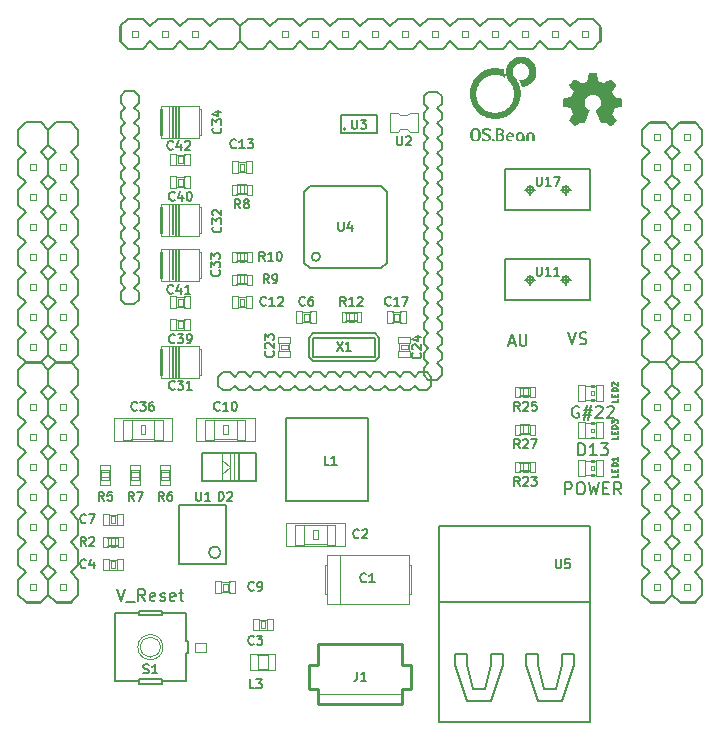
<source format=gto>
G04 (created by PCBNEW (2013-03-19 BZR 4004)-stable) date 2014/12/29 14:44:26*
%MOIN*%
G04 Gerber Fmt 3.4, Leading zero omitted, Abs format*
%FSLAX34Y34*%
G01*
G70*
G90*
G04 APERTURE LIST*
%ADD10C,0*%
%ADD11C,0.005*%
%ADD12C,0.008*%
%ADD13C,0.00590551*%
%ADD14C,0.0026*%
%ADD15C,0.006*%
%ADD16C,0.002*%
%ADD17C,0.004*%
%ADD18C,0.01*%
%ADD19C,0.0019685*%
%ADD20C,0.0025*%
%ADD21C,0.0079*%
%ADD22C,0.00787402*%
%ADD23C,0.0001*%
G04 APERTURE END LIST*
G54D10*
G54D11*
X38950Y-53121D02*
X38807Y-53121D01*
X38807Y-52821D01*
X39021Y-52821D02*
X39207Y-52821D01*
X39107Y-52935D01*
X39150Y-52935D01*
X39178Y-52950D01*
X39192Y-52964D01*
X39207Y-52992D01*
X39207Y-53064D01*
X39192Y-53092D01*
X39178Y-53107D01*
X39150Y-53121D01*
X39064Y-53121D01*
X39035Y-53107D01*
X39021Y-53092D01*
G54D12*
X49773Y-43730D02*
X49735Y-43711D01*
X49678Y-43711D01*
X49621Y-43730D01*
X49583Y-43769D01*
X49564Y-43807D01*
X49545Y-43883D01*
X49545Y-43940D01*
X49564Y-44016D01*
X49583Y-44054D01*
X49621Y-44092D01*
X49678Y-44111D01*
X49716Y-44111D01*
X49773Y-44092D01*
X49792Y-44073D01*
X49792Y-43940D01*
X49716Y-43940D01*
X49945Y-43845D02*
X50230Y-43845D01*
X50059Y-43673D02*
X49945Y-44188D01*
X50192Y-44016D02*
X49907Y-44016D01*
X50078Y-44188D02*
X50192Y-43673D01*
X50345Y-43750D02*
X50364Y-43730D01*
X50402Y-43711D01*
X50497Y-43711D01*
X50535Y-43730D01*
X50554Y-43750D01*
X50573Y-43788D01*
X50573Y-43826D01*
X50554Y-43883D01*
X50326Y-44111D01*
X50573Y-44111D01*
X50726Y-43750D02*
X50745Y-43730D01*
X50783Y-43711D01*
X50878Y-43711D01*
X50916Y-43730D01*
X50935Y-43750D01*
X50954Y-43788D01*
X50954Y-43826D01*
X50935Y-43883D01*
X50707Y-44111D01*
X50954Y-44111D01*
X49764Y-45361D02*
X49764Y-44961D01*
X49859Y-44961D01*
X49916Y-44980D01*
X49954Y-45019D01*
X49973Y-45057D01*
X49992Y-45133D01*
X49992Y-45190D01*
X49973Y-45266D01*
X49954Y-45304D01*
X49916Y-45342D01*
X49859Y-45361D01*
X49764Y-45361D01*
X50373Y-45361D02*
X50145Y-45361D01*
X50259Y-45361D02*
X50259Y-44961D01*
X50221Y-45019D01*
X50183Y-45057D01*
X50145Y-45076D01*
X50507Y-44961D02*
X50754Y-44961D01*
X50621Y-45114D01*
X50678Y-45114D01*
X50716Y-45133D01*
X50735Y-45152D01*
X50754Y-45190D01*
X50754Y-45285D01*
X50735Y-45323D01*
X50716Y-45342D01*
X50678Y-45361D01*
X50564Y-45361D01*
X50526Y-45342D01*
X50507Y-45323D01*
X49326Y-46661D02*
X49326Y-46261D01*
X49478Y-46261D01*
X49516Y-46280D01*
X49535Y-46300D01*
X49554Y-46338D01*
X49554Y-46395D01*
X49535Y-46433D01*
X49516Y-46452D01*
X49478Y-46471D01*
X49326Y-46471D01*
X49802Y-46261D02*
X49878Y-46261D01*
X49916Y-46280D01*
X49954Y-46319D01*
X49973Y-46395D01*
X49973Y-46528D01*
X49954Y-46604D01*
X49916Y-46642D01*
X49878Y-46661D01*
X49802Y-46661D01*
X49764Y-46642D01*
X49726Y-46604D01*
X49707Y-46528D01*
X49707Y-46395D01*
X49726Y-46319D01*
X49764Y-46280D01*
X49802Y-46261D01*
X50107Y-46261D02*
X50202Y-46661D01*
X50278Y-46376D01*
X50354Y-46661D01*
X50450Y-46261D01*
X50602Y-46452D02*
X50735Y-46452D01*
X50792Y-46661D02*
X50602Y-46661D01*
X50602Y-46261D01*
X50792Y-46261D01*
X51192Y-46661D02*
X51059Y-46471D01*
X50964Y-46661D02*
X50964Y-46261D01*
X51116Y-46261D01*
X51154Y-46280D01*
X51173Y-46300D01*
X51192Y-46338D01*
X51192Y-46395D01*
X51173Y-46433D01*
X51154Y-46452D01*
X51116Y-46471D01*
X50964Y-46471D01*
X34395Y-49811D02*
X34528Y-50211D01*
X34661Y-49811D01*
X34700Y-50250D02*
X35004Y-50250D01*
X35328Y-50211D02*
X35195Y-50021D01*
X35100Y-50211D02*
X35100Y-49811D01*
X35252Y-49811D01*
X35290Y-49830D01*
X35309Y-49850D01*
X35328Y-49888D01*
X35328Y-49945D01*
X35309Y-49983D01*
X35290Y-50002D01*
X35252Y-50021D01*
X35100Y-50021D01*
X35652Y-50192D02*
X35614Y-50211D01*
X35538Y-50211D01*
X35500Y-50192D01*
X35480Y-50154D01*
X35480Y-50002D01*
X35500Y-49964D01*
X35538Y-49945D01*
X35614Y-49945D01*
X35652Y-49964D01*
X35671Y-50002D01*
X35671Y-50040D01*
X35480Y-50078D01*
X35823Y-50192D02*
X35861Y-50211D01*
X35938Y-50211D01*
X35976Y-50192D01*
X35995Y-50154D01*
X35995Y-50135D01*
X35976Y-50097D01*
X35938Y-50078D01*
X35880Y-50078D01*
X35842Y-50059D01*
X35823Y-50021D01*
X35823Y-50002D01*
X35842Y-49964D01*
X35880Y-49945D01*
X35938Y-49945D01*
X35976Y-49964D01*
X36319Y-50192D02*
X36280Y-50211D01*
X36204Y-50211D01*
X36166Y-50192D01*
X36147Y-50154D01*
X36147Y-50002D01*
X36166Y-49964D01*
X36204Y-49945D01*
X36280Y-49945D01*
X36319Y-49964D01*
X36338Y-50002D01*
X36338Y-50040D01*
X36147Y-50078D01*
X36452Y-49945D02*
X36604Y-49945D01*
X36509Y-49811D02*
X36509Y-50154D01*
X36528Y-50192D01*
X36566Y-50211D01*
X36604Y-50211D01*
X49426Y-41261D02*
X49559Y-41661D01*
X49692Y-41261D01*
X49807Y-41642D02*
X49864Y-41661D01*
X49959Y-41661D01*
X49997Y-41642D01*
X50016Y-41623D01*
X50035Y-41585D01*
X50035Y-41547D01*
X50016Y-41509D01*
X49997Y-41490D01*
X49959Y-41471D01*
X49883Y-41452D01*
X49845Y-41433D01*
X49826Y-41414D01*
X49807Y-41376D01*
X49807Y-41338D01*
X49826Y-41300D01*
X49845Y-41280D01*
X49883Y-41261D01*
X49978Y-41261D01*
X50035Y-41280D01*
X47445Y-41597D02*
X47635Y-41597D01*
X47407Y-41711D02*
X47540Y-41311D01*
X47673Y-41711D01*
X47807Y-41311D02*
X47807Y-41635D01*
X47826Y-41673D01*
X47845Y-41692D01*
X47883Y-41711D01*
X47959Y-41711D01*
X47997Y-41692D01*
X48016Y-41673D01*
X48035Y-41635D01*
X48035Y-41311D01*
G54D13*
X41154Y-38734D02*
G75*
G03X41154Y-38734I-139J0D01*
G74*
G01*
X42000Y-36372D02*
X43181Y-36372D01*
X43181Y-36372D02*
X43377Y-36568D01*
X43377Y-36568D02*
X43377Y-38931D01*
X43377Y-38931D02*
X43181Y-39127D01*
X43181Y-39127D02*
X40818Y-39127D01*
X40818Y-39127D02*
X40622Y-38931D01*
X40622Y-38931D02*
X40622Y-36765D01*
X40622Y-36765D02*
X40622Y-36568D01*
X40622Y-36568D02*
X40818Y-36372D01*
X40818Y-36372D02*
X42000Y-36372D01*
X40015Y-45500D02*
X40015Y-44122D01*
X40015Y-44122D02*
X42771Y-44122D01*
X42771Y-44122D02*
X42771Y-46877D01*
X42771Y-46877D02*
X40015Y-46877D01*
X40015Y-46877D02*
X40015Y-45500D01*
G54D14*
X39090Y-51975D02*
X38835Y-51975D01*
X38835Y-51975D02*
X38835Y-52526D01*
X39090Y-52526D02*
X38835Y-52526D01*
X39090Y-51975D02*
X39090Y-52526D01*
X39670Y-51975D02*
X39414Y-51975D01*
X39414Y-51975D02*
X39414Y-52526D01*
X39670Y-52526D02*
X39414Y-52526D01*
X39670Y-51975D02*
X39670Y-52526D01*
G54D15*
X39411Y-52500D02*
X39089Y-52500D01*
X39411Y-52000D02*
X39089Y-52000D01*
G54D14*
X34580Y-44835D02*
X34876Y-44835D01*
X34876Y-44835D02*
X34876Y-44166D01*
X34580Y-44166D02*
X34876Y-44166D01*
X34580Y-44835D02*
X34580Y-44166D01*
X35624Y-44834D02*
X35920Y-44834D01*
X35920Y-44834D02*
X35920Y-44165D01*
X35624Y-44165D02*
X35920Y-44165D01*
X35624Y-44834D02*
X35624Y-44165D01*
X35172Y-44657D02*
X35328Y-44657D01*
X35328Y-44657D02*
X35328Y-44343D01*
X35172Y-44343D02*
X35328Y-44343D01*
X35172Y-44657D02*
X35172Y-44343D01*
G54D16*
X34277Y-44113D02*
X36223Y-44113D01*
X36223Y-44887D02*
X34277Y-44887D01*
X34277Y-44887D02*
X34277Y-44113D01*
X36223Y-44113D02*
X36223Y-44887D01*
G54D17*
X34871Y-44191D02*
X35629Y-44191D01*
X34871Y-44809D02*
X35629Y-44809D01*
G54D14*
X38670Y-44165D02*
X38374Y-44165D01*
X38374Y-44165D02*
X38374Y-44834D01*
X38670Y-44834D02*
X38374Y-44834D01*
X38670Y-44165D02*
X38670Y-44834D01*
X37626Y-44166D02*
X37330Y-44166D01*
X37330Y-44166D02*
X37330Y-44835D01*
X37626Y-44835D02*
X37330Y-44835D01*
X37626Y-44166D02*
X37626Y-44835D01*
X38078Y-44343D02*
X37922Y-44343D01*
X37922Y-44343D02*
X37922Y-44657D01*
X38078Y-44657D02*
X37922Y-44657D01*
X38078Y-44343D02*
X38078Y-44657D01*
G54D16*
X38973Y-44887D02*
X37027Y-44887D01*
X37027Y-44113D02*
X38973Y-44113D01*
X38973Y-44113D02*
X38973Y-44887D01*
X37027Y-44887D02*
X37027Y-44113D01*
G54D17*
X38379Y-44809D02*
X37621Y-44809D01*
X38379Y-44191D02*
X37621Y-44191D01*
G54D14*
X40330Y-48335D02*
X40626Y-48335D01*
X40626Y-48335D02*
X40626Y-47666D01*
X40330Y-47666D02*
X40626Y-47666D01*
X40330Y-48335D02*
X40330Y-47666D01*
X41374Y-48334D02*
X41670Y-48334D01*
X41670Y-48334D02*
X41670Y-47665D01*
X41374Y-47665D02*
X41670Y-47665D01*
X41374Y-48334D02*
X41374Y-47665D01*
X40922Y-48157D02*
X41078Y-48157D01*
X41078Y-48157D02*
X41078Y-47843D01*
X40922Y-47843D02*
X41078Y-47843D01*
X40922Y-48157D02*
X40922Y-47843D01*
G54D16*
X40027Y-47613D02*
X41973Y-47613D01*
X41973Y-48387D02*
X40027Y-48387D01*
X40027Y-48387D02*
X40027Y-47613D01*
X41973Y-47613D02*
X41973Y-48387D01*
G54D17*
X40621Y-47691D02*
X41379Y-47691D01*
X40621Y-48309D02*
X41379Y-48309D01*
G54D13*
X42005Y-34478D02*
G75*
G03X42005Y-34478I-27J0D01*
G74*
G01*
X41859Y-34596D02*
X43040Y-34596D01*
X43040Y-34596D02*
X43040Y-34006D01*
X43040Y-34006D02*
X41859Y-34006D01*
X41859Y-34596D02*
X41859Y-34006D01*
G54D16*
X41150Y-53320D02*
X43860Y-53320D01*
G54D18*
X41100Y-51650D02*
X43900Y-51650D01*
X43900Y-51650D02*
X43900Y-52350D01*
X43900Y-52350D02*
X44200Y-52350D01*
X44200Y-52350D02*
X44200Y-53150D01*
X44200Y-53150D02*
X43900Y-53150D01*
X43900Y-53150D02*
X43900Y-53650D01*
X43900Y-53650D02*
X41100Y-53650D01*
X41100Y-53650D02*
X41100Y-53150D01*
X41100Y-53150D02*
X40800Y-53150D01*
X40800Y-53150D02*
X40800Y-52350D01*
X40800Y-52350D02*
X41100Y-52350D01*
X41100Y-52350D02*
X41100Y-51650D01*
G54D13*
X37840Y-48590D02*
G75*
G03X37840Y-48590I-196J0D01*
G74*
G01*
X36462Y-47015D02*
X38037Y-47015D01*
X38037Y-47015D02*
X38037Y-48984D01*
X38037Y-48984D02*
X36462Y-48984D01*
X36462Y-48984D02*
X36462Y-48000D01*
X36462Y-48000D02*
X36462Y-47015D01*
G54D19*
X44068Y-34013D02*
X43831Y-34013D01*
X44068Y-34013D02*
X44146Y-33935D01*
X44146Y-33935D02*
X44422Y-33935D01*
X44422Y-34525D02*
X44422Y-34564D01*
X44422Y-34564D02*
X44146Y-34564D01*
X44146Y-34564D02*
X44068Y-34486D01*
X44068Y-34486D02*
X43831Y-34486D01*
X43831Y-34486D02*
X43753Y-34564D01*
X43753Y-34564D02*
X43477Y-34564D01*
X43477Y-34564D02*
X43477Y-34368D01*
X43477Y-34368D02*
X43477Y-33935D01*
X43477Y-33935D02*
X43753Y-33935D01*
X43753Y-33935D02*
X43831Y-34013D01*
X44422Y-33935D02*
X44422Y-34525D01*
G54D14*
X37350Y-51600D02*
X37000Y-51600D01*
X37000Y-51600D02*
X37000Y-51900D01*
X37350Y-51900D02*
X37000Y-51900D01*
X37350Y-51600D02*
X37350Y-51900D01*
G54D11*
X34328Y-50613D02*
X34328Y-52887D01*
X36672Y-52887D02*
X36672Y-51946D01*
X36672Y-51554D02*
X36672Y-50613D01*
X36672Y-51946D02*
X36770Y-51946D01*
X36770Y-51946D02*
X36770Y-51554D01*
X36770Y-51554D02*
X36672Y-51554D01*
X35893Y-52808D02*
X35107Y-52808D01*
X35107Y-52808D02*
X35107Y-52887D01*
X35107Y-52887D02*
X35107Y-52966D01*
X35107Y-52966D02*
X35893Y-52966D01*
X35893Y-52966D02*
X35893Y-52887D01*
X35893Y-52887D02*
X35893Y-52808D01*
X35893Y-50534D02*
X35107Y-50534D01*
X35107Y-50534D02*
X35107Y-50613D01*
X35107Y-50613D02*
X35107Y-50692D01*
X35107Y-50692D02*
X35893Y-50692D01*
X35893Y-50692D02*
X35893Y-50613D01*
X35893Y-50613D02*
X35893Y-50534D01*
X36672Y-52887D02*
X35893Y-52887D01*
X35107Y-52887D02*
X34328Y-52887D01*
X35107Y-50613D02*
X34328Y-50613D01*
X35893Y-50613D02*
X36672Y-50613D01*
G54D20*
X35917Y-51750D02*
G75*
G03X35917Y-51750I-417J0D01*
G74*
G01*
X35833Y-51750D02*
G75*
G03X35833Y-51750I-333J0D01*
G74*
G01*
G54D12*
X50167Y-40188D02*
X50167Y-38812D01*
X50167Y-38812D02*
X47333Y-38812D01*
X47333Y-38812D02*
X47333Y-40188D01*
X47333Y-40188D02*
X50167Y-40188D01*
G54D11*
X48277Y-39500D02*
G75*
G03X48277Y-39500I-117J0D01*
G74*
G01*
X48327Y-39500D02*
X47993Y-39500D01*
X48160Y-39333D02*
X48160Y-39667D01*
X49457Y-39500D02*
G75*
G03X49457Y-39500I-117J0D01*
G74*
G01*
X49507Y-39500D02*
X49173Y-39500D01*
X49340Y-39333D02*
X49340Y-39667D01*
G54D14*
X34830Y-46170D02*
X34830Y-46330D01*
X34830Y-46330D02*
X35170Y-46330D01*
X35170Y-46170D02*
X35170Y-46330D01*
X34830Y-46170D02*
X35170Y-46170D01*
X34830Y-45670D02*
X34830Y-45830D01*
X34830Y-45830D02*
X35170Y-45830D01*
X35170Y-45670D02*
X35170Y-45830D01*
X34830Y-45670D02*
X35170Y-45670D01*
X34843Y-45922D02*
X34843Y-46078D01*
X34843Y-46078D02*
X35157Y-46078D01*
X35157Y-45922D02*
X35157Y-46078D01*
X34843Y-45922D02*
X35157Y-45922D01*
G54D15*
X34860Y-45830D02*
X34860Y-46170D01*
X35140Y-46170D02*
X35140Y-45830D01*
G54D14*
X38720Y-39670D02*
X38880Y-39670D01*
X38880Y-39670D02*
X38880Y-39330D01*
X38720Y-39330D02*
X38880Y-39330D01*
X38720Y-39670D02*
X38720Y-39330D01*
X38220Y-39670D02*
X38380Y-39670D01*
X38380Y-39670D02*
X38380Y-39330D01*
X38220Y-39330D02*
X38380Y-39330D01*
X38220Y-39670D02*
X38220Y-39330D01*
X38472Y-39657D02*
X38628Y-39657D01*
X38628Y-39657D02*
X38628Y-39343D01*
X38472Y-39343D02*
X38628Y-39343D01*
X38472Y-39657D02*
X38472Y-39343D01*
G54D15*
X38380Y-39640D02*
X38720Y-39640D01*
X38720Y-39360D02*
X38380Y-39360D01*
G54D14*
X33830Y-46170D02*
X33830Y-46330D01*
X33830Y-46330D02*
X34170Y-46330D01*
X34170Y-46170D02*
X34170Y-46330D01*
X33830Y-46170D02*
X34170Y-46170D01*
X33830Y-45670D02*
X33830Y-45830D01*
X33830Y-45830D02*
X34170Y-45830D01*
X34170Y-45670D02*
X34170Y-45830D01*
X33830Y-45670D02*
X34170Y-45670D01*
X33843Y-45922D02*
X33843Y-46078D01*
X33843Y-46078D02*
X34157Y-46078D01*
X34157Y-45922D02*
X34157Y-46078D01*
X33843Y-45922D02*
X34157Y-45922D01*
G54D15*
X33860Y-45830D02*
X33860Y-46170D01*
X34140Y-46170D02*
X34140Y-45830D01*
G54D14*
X38720Y-38920D02*
X38880Y-38920D01*
X38880Y-38920D02*
X38880Y-38580D01*
X38720Y-38580D02*
X38880Y-38580D01*
X38720Y-38920D02*
X38720Y-38580D01*
X38220Y-38920D02*
X38380Y-38920D01*
X38380Y-38920D02*
X38380Y-38580D01*
X38220Y-38580D02*
X38380Y-38580D01*
X38220Y-38920D02*
X38220Y-38580D01*
X38472Y-38907D02*
X38628Y-38907D01*
X38628Y-38907D02*
X38628Y-38593D01*
X38472Y-38593D02*
X38628Y-38593D01*
X38472Y-38907D02*
X38472Y-38593D01*
G54D15*
X38380Y-38890D02*
X38720Y-38890D01*
X38720Y-38610D02*
X38380Y-38610D01*
G54D14*
X36170Y-45830D02*
X36170Y-45670D01*
X36170Y-45670D02*
X35830Y-45670D01*
X35830Y-45830D02*
X35830Y-45670D01*
X36170Y-45830D02*
X35830Y-45830D01*
X36170Y-46330D02*
X36170Y-46170D01*
X36170Y-46170D02*
X35830Y-46170D01*
X35830Y-46330D02*
X35830Y-46170D01*
X36170Y-46330D02*
X35830Y-46330D01*
X36157Y-46078D02*
X36157Y-45922D01*
X36157Y-45922D02*
X35843Y-45922D01*
X35843Y-46078D02*
X35843Y-45922D01*
X36157Y-46078D02*
X35843Y-46078D01*
G54D15*
X36140Y-46170D02*
X36140Y-45830D01*
X35860Y-45830D02*
X35860Y-46170D01*
G54D14*
X48170Y-43420D02*
X48330Y-43420D01*
X48330Y-43420D02*
X48330Y-43080D01*
X48170Y-43080D02*
X48330Y-43080D01*
X48170Y-43420D02*
X48170Y-43080D01*
X47670Y-43420D02*
X47830Y-43420D01*
X47830Y-43420D02*
X47830Y-43080D01*
X47670Y-43080D02*
X47830Y-43080D01*
X47670Y-43420D02*
X47670Y-43080D01*
X47922Y-43407D02*
X48078Y-43407D01*
X48078Y-43407D02*
X48078Y-43093D01*
X47922Y-43093D02*
X48078Y-43093D01*
X47922Y-43407D02*
X47922Y-43093D01*
G54D15*
X47830Y-43390D02*
X48170Y-43390D01*
X48170Y-43110D02*
X47830Y-43110D01*
G54D14*
X38380Y-36330D02*
X38220Y-36330D01*
X38220Y-36330D02*
X38220Y-36670D01*
X38380Y-36670D02*
X38220Y-36670D01*
X38380Y-36330D02*
X38380Y-36670D01*
X38880Y-36330D02*
X38720Y-36330D01*
X38720Y-36330D02*
X38720Y-36670D01*
X38880Y-36670D02*
X38720Y-36670D01*
X38880Y-36330D02*
X38880Y-36670D01*
X38628Y-36343D02*
X38472Y-36343D01*
X38472Y-36343D02*
X38472Y-36657D01*
X38628Y-36657D02*
X38472Y-36657D01*
X38628Y-36343D02*
X38628Y-36657D01*
G54D15*
X38720Y-36360D02*
X38380Y-36360D01*
X38380Y-36640D02*
X38720Y-36640D01*
G54D14*
X34080Y-48080D02*
X33920Y-48080D01*
X33920Y-48080D02*
X33920Y-48420D01*
X34080Y-48420D02*
X33920Y-48420D01*
X34080Y-48080D02*
X34080Y-48420D01*
X34580Y-48080D02*
X34420Y-48080D01*
X34420Y-48080D02*
X34420Y-48420D01*
X34580Y-48420D02*
X34420Y-48420D01*
X34580Y-48080D02*
X34580Y-48420D01*
X34328Y-48093D02*
X34172Y-48093D01*
X34172Y-48093D02*
X34172Y-48407D01*
X34328Y-48407D02*
X34172Y-48407D01*
X34328Y-48093D02*
X34328Y-48407D01*
G54D15*
X34420Y-48110D02*
X34080Y-48110D01*
X34080Y-48390D02*
X34420Y-48390D01*
G54D14*
X48170Y-44670D02*
X48330Y-44670D01*
X48330Y-44670D02*
X48330Y-44330D01*
X48170Y-44330D02*
X48330Y-44330D01*
X48170Y-44670D02*
X48170Y-44330D01*
X47670Y-44670D02*
X47830Y-44670D01*
X47830Y-44670D02*
X47830Y-44330D01*
X47670Y-44330D02*
X47830Y-44330D01*
X47670Y-44670D02*
X47670Y-44330D01*
X47922Y-44657D02*
X48078Y-44657D01*
X48078Y-44657D02*
X48078Y-44343D01*
X47922Y-44343D02*
X48078Y-44343D01*
X47922Y-44657D02*
X47922Y-44343D01*
G54D15*
X47830Y-44640D02*
X48170Y-44640D01*
X48170Y-44360D02*
X47830Y-44360D01*
G54D14*
X42036Y-40580D02*
X41876Y-40580D01*
X41876Y-40580D02*
X41876Y-40920D01*
X42036Y-40920D02*
X41876Y-40920D01*
X42036Y-40580D02*
X42036Y-40920D01*
X42536Y-40580D02*
X42376Y-40580D01*
X42376Y-40580D02*
X42376Y-40920D01*
X42536Y-40920D02*
X42376Y-40920D01*
X42536Y-40580D02*
X42536Y-40920D01*
X42284Y-40593D02*
X42128Y-40593D01*
X42128Y-40593D02*
X42128Y-40907D01*
X42284Y-40907D02*
X42128Y-40907D01*
X42284Y-40593D02*
X42284Y-40907D01*
G54D15*
X42376Y-40610D02*
X42036Y-40610D01*
X42036Y-40890D02*
X42376Y-40890D01*
G54D14*
X48170Y-45920D02*
X48330Y-45920D01*
X48330Y-45920D02*
X48330Y-45580D01*
X48170Y-45580D02*
X48330Y-45580D01*
X48170Y-45920D02*
X48170Y-45580D01*
X47670Y-45920D02*
X47830Y-45920D01*
X47830Y-45920D02*
X47830Y-45580D01*
X47670Y-45580D02*
X47830Y-45580D01*
X47670Y-45920D02*
X47670Y-45580D01*
X47922Y-45907D02*
X48078Y-45907D01*
X48078Y-45907D02*
X48078Y-45593D01*
X47922Y-45593D02*
X48078Y-45593D01*
X47922Y-45907D02*
X47922Y-45593D01*
G54D15*
X47830Y-45890D02*
X48170Y-45890D01*
X48170Y-45610D02*
X47830Y-45610D01*
G54D14*
X50175Y-43010D02*
X50175Y-43069D01*
X50175Y-43069D02*
X50293Y-43069D01*
X50293Y-43010D02*
X50293Y-43069D01*
X50175Y-43010D02*
X50293Y-43010D01*
X50175Y-43481D02*
X50175Y-43540D01*
X50175Y-43540D02*
X50293Y-43540D01*
X50293Y-43481D02*
X50293Y-43540D01*
X50175Y-43481D02*
X50293Y-43481D01*
X50175Y-43216D02*
X50175Y-43334D01*
X50175Y-43334D02*
X50293Y-43334D01*
X50293Y-43216D02*
X50293Y-43334D01*
X50175Y-43216D02*
X50293Y-43216D01*
X50352Y-43010D02*
X50352Y-43540D01*
X50352Y-43540D02*
X50588Y-43540D01*
X50588Y-43010D02*
X50588Y-43540D01*
X50352Y-43010D02*
X50588Y-43010D01*
X49762Y-43010D02*
X49762Y-43540D01*
X49762Y-43540D02*
X49998Y-43540D01*
X49998Y-43010D02*
X49998Y-43540D01*
X49762Y-43010D02*
X49998Y-43010D01*
G54D17*
X50352Y-43029D02*
X49998Y-43029D01*
X50352Y-43521D02*
X49988Y-43521D01*
G54D14*
X50175Y-44260D02*
X50175Y-44319D01*
X50175Y-44319D02*
X50293Y-44319D01*
X50293Y-44260D02*
X50293Y-44319D01*
X50175Y-44260D02*
X50293Y-44260D01*
X50175Y-44731D02*
X50175Y-44790D01*
X50175Y-44790D02*
X50293Y-44790D01*
X50293Y-44731D02*
X50293Y-44790D01*
X50175Y-44731D02*
X50293Y-44731D01*
X50175Y-44466D02*
X50175Y-44584D01*
X50175Y-44584D02*
X50293Y-44584D01*
X50293Y-44466D02*
X50293Y-44584D01*
X50175Y-44466D02*
X50293Y-44466D01*
X50352Y-44260D02*
X50352Y-44790D01*
X50352Y-44790D02*
X50588Y-44790D01*
X50588Y-44260D02*
X50588Y-44790D01*
X50352Y-44260D02*
X50588Y-44260D01*
X49762Y-44260D02*
X49762Y-44790D01*
X49762Y-44790D02*
X49998Y-44790D01*
X49998Y-44260D02*
X49998Y-44790D01*
X49762Y-44260D02*
X49998Y-44260D01*
G54D17*
X50352Y-44279D02*
X49998Y-44279D01*
X50352Y-44771D02*
X49988Y-44771D01*
G54D14*
X50175Y-45510D02*
X50175Y-45569D01*
X50175Y-45569D02*
X50293Y-45569D01*
X50293Y-45510D02*
X50293Y-45569D01*
X50175Y-45510D02*
X50293Y-45510D01*
X50175Y-45981D02*
X50175Y-46040D01*
X50175Y-46040D02*
X50293Y-46040D01*
X50293Y-45981D02*
X50293Y-46040D01*
X50175Y-45981D02*
X50293Y-45981D01*
X50175Y-45716D02*
X50175Y-45834D01*
X50175Y-45834D02*
X50293Y-45834D01*
X50293Y-45716D02*
X50293Y-45834D01*
X50175Y-45716D02*
X50293Y-45716D01*
X50352Y-45510D02*
X50352Y-46040D01*
X50352Y-46040D02*
X50588Y-46040D01*
X50588Y-45510D02*
X50588Y-46040D01*
X50352Y-45510D02*
X50588Y-45510D01*
X49762Y-45510D02*
X49762Y-46040D01*
X49762Y-46040D02*
X49998Y-46040D01*
X49998Y-45510D02*
X49998Y-46040D01*
X49762Y-45510D02*
X49998Y-45510D01*
G54D17*
X50352Y-45529D02*
X49998Y-45529D01*
X50352Y-46021D02*
X49988Y-46021D01*
G54D13*
X40933Y-41277D02*
X42940Y-41277D01*
X42940Y-41277D02*
X42980Y-41277D01*
X42980Y-41277D02*
X43137Y-41435D01*
X43137Y-41435D02*
X43137Y-42064D01*
X43137Y-42064D02*
X42980Y-42222D01*
X42980Y-42222D02*
X40933Y-42222D01*
X40933Y-42222D02*
X40775Y-42064D01*
X40775Y-42064D02*
X40775Y-41435D01*
X40775Y-41435D02*
X40933Y-41277D01*
X40933Y-41435D02*
X42940Y-41435D01*
X42940Y-41435D02*
X42980Y-41435D01*
X42980Y-41435D02*
X42980Y-42064D01*
X42980Y-42064D02*
X40933Y-42064D01*
X40933Y-42064D02*
X40933Y-41435D01*
G54D14*
X41313Y-49972D02*
X41392Y-49972D01*
X41392Y-49972D02*
X41392Y-49028D01*
X41313Y-49028D02*
X41392Y-49028D01*
X41313Y-49972D02*
X41313Y-49028D01*
X44108Y-49972D02*
X44187Y-49972D01*
X44187Y-49972D02*
X44187Y-49028D01*
X44108Y-49028D02*
X44187Y-49028D01*
X44108Y-49972D02*
X44108Y-49028D01*
X41373Y-50326D02*
X41806Y-50326D01*
X41806Y-50326D02*
X41806Y-48674D01*
X41373Y-48674D02*
X41806Y-48674D01*
X41373Y-50326D02*
X41373Y-48674D01*
G54D17*
X41373Y-48674D02*
X44127Y-48674D01*
X44127Y-48674D02*
X44127Y-50326D01*
X44127Y-50326D02*
X41373Y-50326D01*
X41373Y-50326D02*
X41373Y-48674D01*
G54D21*
X36450Y-39450D02*
X36450Y-39500D01*
X36450Y-38500D02*
X36450Y-39450D01*
X36350Y-38500D02*
X36350Y-39500D01*
X36240Y-38505D02*
X36240Y-39485D01*
G54D14*
X35812Y-39433D02*
X35890Y-39433D01*
X35890Y-39433D02*
X35890Y-38567D01*
X35812Y-38567D02*
X35890Y-38567D01*
X35812Y-39433D02*
X35812Y-38567D01*
X37110Y-39433D02*
X37188Y-39433D01*
X37188Y-39433D02*
X37188Y-38567D01*
X37110Y-38567D02*
X37188Y-38567D01*
X37110Y-39433D02*
X37110Y-38567D01*
X35871Y-39531D02*
X36126Y-39531D01*
X36126Y-39531D02*
X36126Y-38469D01*
X35871Y-38469D02*
X36126Y-38469D01*
X35871Y-39531D02*
X35871Y-38469D01*
G54D17*
X35871Y-38469D02*
X37129Y-38469D01*
X37129Y-38469D02*
X37129Y-39531D01*
X37129Y-39531D02*
X35871Y-39531D01*
X35871Y-39531D02*
X35871Y-38469D01*
G54D21*
X36450Y-42700D02*
X36450Y-42750D01*
X36450Y-41750D02*
X36450Y-42700D01*
X36350Y-41750D02*
X36350Y-42750D01*
X36240Y-41755D02*
X36240Y-42735D01*
G54D14*
X35812Y-42683D02*
X35890Y-42683D01*
X35890Y-42683D02*
X35890Y-41817D01*
X35812Y-41817D02*
X35890Y-41817D01*
X35812Y-42683D02*
X35812Y-41817D01*
X37110Y-42683D02*
X37188Y-42683D01*
X37188Y-42683D02*
X37188Y-41817D01*
X37110Y-41817D02*
X37188Y-41817D01*
X37110Y-42683D02*
X37110Y-41817D01*
X35871Y-42781D02*
X36126Y-42781D01*
X36126Y-42781D02*
X36126Y-41719D01*
X35871Y-41719D02*
X36126Y-41719D01*
X35871Y-42781D02*
X35871Y-41719D01*
G54D17*
X35871Y-41719D02*
X37129Y-41719D01*
X37129Y-41719D02*
X37129Y-42781D01*
X37129Y-42781D02*
X35871Y-42781D01*
X35871Y-42781D02*
X35871Y-41719D01*
G54D21*
X36450Y-37950D02*
X36450Y-38000D01*
X36450Y-37000D02*
X36450Y-37950D01*
X36350Y-37000D02*
X36350Y-38000D01*
X36240Y-37005D02*
X36240Y-37985D01*
G54D14*
X35812Y-37933D02*
X35890Y-37933D01*
X35890Y-37933D02*
X35890Y-37067D01*
X35812Y-37067D02*
X35890Y-37067D01*
X35812Y-37933D02*
X35812Y-37067D01*
X37110Y-37933D02*
X37188Y-37933D01*
X37188Y-37933D02*
X37188Y-37067D01*
X37110Y-37067D02*
X37188Y-37067D01*
X37110Y-37933D02*
X37110Y-37067D01*
X35871Y-38031D02*
X36126Y-38031D01*
X36126Y-38031D02*
X36126Y-36969D01*
X35871Y-36969D02*
X36126Y-36969D01*
X35871Y-38031D02*
X35871Y-36969D01*
G54D17*
X35871Y-36969D02*
X37129Y-36969D01*
X37129Y-36969D02*
X37129Y-38031D01*
X37129Y-38031D02*
X35871Y-38031D01*
X35871Y-38031D02*
X35871Y-36969D01*
G54D21*
X36450Y-34700D02*
X36450Y-34750D01*
X36450Y-33750D02*
X36450Y-34700D01*
X36350Y-33750D02*
X36350Y-34750D01*
X36240Y-33755D02*
X36240Y-34735D01*
G54D14*
X35812Y-34683D02*
X35890Y-34683D01*
X35890Y-34683D02*
X35890Y-33817D01*
X35812Y-33817D02*
X35890Y-33817D01*
X35812Y-34683D02*
X35812Y-33817D01*
X37110Y-34683D02*
X37188Y-34683D01*
X37188Y-34683D02*
X37188Y-33817D01*
X37110Y-33817D02*
X37188Y-33817D01*
X37110Y-34683D02*
X37110Y-33817D01*
X35871Y-34781D02*
X36126Y-34781D01*
X36126Y-34781D02*
X36126Y-33719D01*
X35871Y-33719D02*
X36126Y-33719D01*
X35871Y-34781D02*
X35871Y-33719D01*
G54D17*
X35871Y-33719D02*
X37129Y-33719D01*
X37129Y-33719D02*
X37129Y-34781D01*
X37129Y-34781D02*
X35871Y-34781D01*
X35871Y-34781D02*
X35871Y-33719D01*
G54D14*
X40141Y-42080D02*
X40141Y-41883D01*
X40141Y-41883D02*
X39767Y-41883D01*
X39767Y-42080D02*
X39767Y-41883D01*
X40141Y-42080D02*
X39767Y-42080D01*
X40141Y-41620D02*
X40141Y-41424D01*
X40141Y-41424D02*
X39767Y-41424D01*
X39767Y-41620D02*
X39767Y-41424D01*
X40141Y-41620D02*
X39767Y-41620D01*
X40074Y-41828D02*
X40074Y-41672D01*
X40074Y-41672D02*
X39838Y-41672D01*
X39838Y-41828D02*
X39838Y-41672D01*
X40074Y-41828D02*
X39838Y-41828D01*
G54D17*
X39786Y-41890D02*
X39786Y-41610D01*
X40120Y-41890D02*
X40120Y-41610D01*
G54D14*
X44141Y-42080D02*
X44141Y-41883D01*
X44141Y-41883D02*
X43767Y-41883D01*
X43767Y-42080D02*
X43767Y-41883D01*
X44141Y-42080D02*
X43767Y-42080D01*
X44141Y-41620D02*
X44141Y-41424D01*
X44141Y-41424D02*
X43767Y-41424D01*
X43767Y-41620D02*
X43767Y-41424D01*
X44141Y-41620D02*
X43767Y-41620D01*
X44074Y-41828D02*
X44074Y-41672D01*
X44074Y-41672D02*
X43838Y-41672D01*
X43838Y-41828D02*
X43838Y-41672D01*
X44074Y-41828D02*
X43838Y-41828D01*
G54D17*
X43786Y-41890D02*
X43786Y-41610D01*
X44120Y-41890D02*
X44120Y-41610D01*
G54D14*
X36170Y-36435D02*
X36367Y-36435D01*
X36367Y-36435D02*
X36367Y-36061D01*
X36170Y-36061D02*
X36367Y-36061D01*
X36170Y-36435D02*
X36170Y-36061D01*
X36630Y-36435D02*
X36826Y-36435D01*
X36826Y-36435D02*
X36826Y-36061D01*
X36630Y-36061D02*
X36826Y-36061D01*
X36630Y-36435D02*
X36630Y-36061D01*
X36422Y-36368D02*
X36578Y-36368D01*
X36578Y-36368D02*
X36578Y-36132D01*
X36422Y-36132D02*
X36578Y-36132D01*
X36422Y-36368D02*
X36422Y-36132D01*
G54D17*
X36360Y-36080D02*
X36640Y-36080D01*
X36360Y-36414D02*
X36640Y-36414D01*
G54D14*
X38920Y-51185D02*
X39117Y-51185D01*
X39117Y-51185D02*
X39117Y-50811D01*
X38920Y-50811D02*
X39117Y-50811D01*
X38920Y-51185D02*
X38920Y-50811D01*
X39380Y-51185D02*
X39576Y-51185D01*
X39576Y-51185D02*
X39576Y-50811D01*
X39380Y-50811D02*
X39576Y-50811D01*
X39380Y-51185D02*
X39380Y-50811D01*
X39172Y-51118D02*
X39328Y-51118D01*
X39328Y-51118D02*
X39328Y-50882D01*
X39172Y-50882D02*
X39328Y-50882D01*
X39172Y-51118D02*
X39172Y-50882D01*
G54D17*
X39110Y-50830D02*
X39390Y-50830D01*
X39110Y-51164D02*
X39390Y-51164D01*
G54D14*
X40370Y-40935D02*
X40567Y-40935D01*
X40567Y-40935D02*
X40567Y-40561D01*
X40370Y-40561D02*
X40567Y-40561D01*
X40370Y-40935D02*
X40370Y-40561D01*
X40830Y-40935D02*
X41026Y-40935D01*
X41026Y-40935D02*
X41026Y-40561D01*
X40830Y-40561D02*
X41026Y-40561D01*
X40830Y-40935D02*
X40830Y-40561D01*
X40622Y-40868D02*
X40778Y-40868D01*
X40778Y-40868D02*
X40778Y-40632D01*
X40622Y-40632D02*
X40778Y-40632D01*
X40622Y-40868D02*
X40622Y-40632D01*
G54D17*
X40560Y-40580D02*
X40840Y-40580D01*
X40560Y-40914D02*
X40840Y-40914D01*
G54D14*
X33920Y-47685D02*
X34117Y-47685D01*
X34117Y-47685D02*
X34117Y-47311D01*
X33920Y-47311D02*
X34117Y-47311D01*
X33920Y-47685D02*
X33920Y-47311D01*
X34380Y-47685D02*
X34576Y-47685D01*
X34576Y-47685D02*
X34576Y-47311D01*
X34380Y-47311D02*
X34576Y-47311D01*
X34380Y-47685D02*
X34380Y-47311D01*
X34172Y-47618D02*
X34328Y-47618D01*
X34328Y-47618D02*
X34328Y-47382D01*
X34172Y-47382D02*
X34328Y-47382D01*
X34172Y-47618D02*
X34172Y-47382D01*
G54D17*
X34110Y-47330D02*
X34390Y-47330D01*
X34110Y-47664D02*
X34390Y-47664D01*
G54D14*
X43376Y-40935D02*
X43573Y-40935D01*
X43573Y-40935D02*
X43573Y-40561D01*
X43376Y-40561D02*
X43573Y-40561D01*
X43376Y-40935D02*
X43376Y-40561D01*
X43836Y-40935D02*
X44032Y-40935D01*
X44032Y-40935D02*
X44032Y-40561D01*
X43836Y-40561D02*
X44032Y-40561D01*
X43836Y-40935D02*
X43836Y-40561D01*
X43628Y-40868D02*
X43784Y-40868D01*
X43784Y-40868D02*
X43784Y-40632D01*
X43628Y-40632D02*
X43784Y-40632D01*
X43628Y-40868D02*
X43628Y-40632D01*
G54D17*
X43566Y-40580D02*
X43846Y-40580D01*
X43566Y-40914D02*
X43846Y-40914D01*
G54D14*
X38220Y-40435D02*
X38417Y-40435D01*
X38417Y-40435D02*
X38417Y-40061D01*
X38220Y-40061D02*
X38417Y-40061D01*
X38220Y-40435D02*
X38220Y-40061D01*
X38680Y-40435D02*
X38876Y-40435D01*
X38876Y-40435D02*
X38876Y-40061D01*
X38680Y-40061D02*
X38876Y-40061D01*
X38680Y-40435D02*
X38680Y-40061D01*
X38472Y-40368D02*
X38628Y-40368D01*
X38628Y-40368D02*
X38628Y-40132D01*
X38472Y-40132D02*
X38628Y-40132D01*
X38472Y-40368D02*
X38472Y-40132D01*
G54D17*
X38410Y-40080D02*
X38690Y-40080D01*
X38410Y-40414D02*
X38690Y-40414D01*
G54D14*
X38220Y-35935D02*
X38417Y-35935D01*
X38417Y-35935D02*
X38417Y-35561D01*
X38220Y-35561D02*
X38417Y-35561D01*
X38220Y-35935D02*
X38220Y-35561D01*
X38680Y-35935D02*
X38876Y-35935D01*
X38876Y-35935D02*
X38876Y-35561D01*
X38680Y-35561D02*
X38876Y-35561D01*
X38680Y-35935D02*
X38680Y-35561D01*
X38472Y-35868D02*
X38628Y-35868D01*
X38628Y-35868D02*
X38628Y-35632D01*
X38472Y-35632D02*
X38628Y-35632D01*
X38472Y-35868D02*
X38472Y-35632D01*
G54D17*
X38410Y-35580D02*
X38690Y-35580D01*
X38410Y-35914D02*
X38690Y-35914D01*
G54D14*
X37670Y-49935D02*
X37867Y-49935D01*
X37867Y-49935D02*
X37867Y-49561D01*
X37670Y-49561D02*
X37867Y-49561D01*
X37670Y-49935D02*
X37670Y-49561D01*
X38130Y-49935D02*
X38326Y-49935D01*
X38326Y-49935D02*
X38326Y-49561D01*
X38130Y-49561D02*
X38326Y-49561D01*
X38130Y-49935D02*
X38130Y-49561D01*
X37922Y-49868D02*
X38078Y-49868D01*
X38078Y-49868D02*
X38078Y-49632D01*
X37922Y-49632D02*
X38078Y-49632D01*
X37922Y-49868D02*
X37922Y-49632D01*
G54D17*
X37860Y-49580D02*
X38140Y-49580D01*
X37860Y-49914D02*
X38140Y-49914D01*
G54D14*
X36170Y-41185D02*
X36367Y-41185D01*
X36367Y-41185D02*
X36367Y-40811D01*
X36170Y-40811D02*
X36367Y-40811D01*
X36170Y-41185D02*
X36170Y-40811D01*
X36630Y-41185D02*
X36826Y-41185D01*
X36826Y-41185D02*
X36826Y-40811D01*
X36630Y-40811D02*
X36826Y-40811D01*
X36630Y-41185D02*
X36630Y-40811D01*
X36422Y-41118D02*
X36578Y-41118D01*
X36578Y-41118D02*
X36578Y-40882D01*
X36422Y-40882D02*
X36578Y-40882D01*
X36422Y-41118D02*
X36422Y-40882D01*
G54D17*
X36360Y-40830D02*
X36640Y-40830D01*
X36360Y-41164D02*
X36640Y-41164D01*
G54D14*
X36170Y-40435D02*
X36367Y-40435D01*
X36367Y-40435D02*
X36367Y-40061D01*
X36170Y-40061D02*
X36367Y-40061D01*
X36170Y-40435D02*
X36170Y-40061D01*
X36630Y-40435D02*
X36826Y-40435D01*
X36826Y-40435D02*
X36826Y-40061D01*
X36630Y-40061D02*
X36826Y-40061D01*
X36630Y-40435D02*
X36630Y-40061D01*
X36422Y-40368D02*
X36578Y-40368D01*
X36578Y-40368D02*
X36578Y-40132D01*
X36422Y-40132D02*
X36578Y-40132D01*
X36422Y-40368D02*
X36422Y-40132D01*
G54D17*
X36360Y-40080D02*
X36640Y-40080D01*
X36360Y-40414D02*
X36640Y-40414D01*
G54D14*
X36170Y-35685D02*
X36367Y-35685D01*
X36367Y-35685D02*
X36367Y-35311D01*
X36170Y-35311D02*
X36367Y-35311D01*
X36170Y-35685D02*
X36170Y-35311D01*
X36630Y-35685D02*
X36826Y-35685D01*
X36826Y-35685D02*
X36826Y-35311D01*
X36630Y-35311D02*
X36826Y-35311D01*
X36630Y-35685D02*
X36630Y-35311D01*
X36422Y-35618D02*
X36578Y-35618D01*
X36578Y-35618D02*
X36578Y-35382D01*
X36422Y-35382D02*
X36578Y-35382D01*
X36422Y-35618D02*
X36422Y-35382D01*
G54D17*
X36360Y-35330D02*
X36640Y-35330D01*
X36360Y-35664D02*
X36640Y-35664D01*
G54D14*
X33920Y-49185D02*
X34117Y-49185D01*
X34117Y-49185D02*
X34117Y-48811D01*
X33920Y-48811D02*
X34117Y-48811D01*
X33920Y-49185D02*
X33920Y-48811D01*
X34380Y-49185D02*
X34576Y-49185D01*
X34576Y-49185D02*
X34576Y-48811D01*
X34380Y-48811D02*
X34576Y-48811D01*
X34380Y-49185D02*
X34380Y-48811D01*
X34172Y-49118D02*
X34328Y-49118D01*
X34328Y-49118D02*
X34328Y-48882D01*
X34172Y-48882D02*
X34328Y-48882D01*
X34172Y-49118D02*
X34172Y-48882D01*
G54D17*
X34110Y-48830D02*
X34390Y-48830D01*
X34110Y-49164D02*
X34390Y-49164D01*
G54D22*
X38452Y-45316D02*
X38452Y-46183D01*
G54D19*
X38275Y-45297D02*
X38275Y-46202D01*
X38157Y-45297D02*
X38157Y-46222D01*
X37901Y-45513D02*
X38157Y-45750D01*
X38157Y-45750D02*
X37901Y-45986D01*
X37901Y-45277D02*
X37901Y-46222D01*
G54D13*
X39023Y-45750D02*
X39023Y-46222D01*
X39003Y-46222D02*
X37822Y-46222D01*
X37862Y-46222D02*
X37468Y-46222D01*
X37448Y-46222D02*
X37212Y-46222D01*
X37212Y-46222D02*
X37212Y-45277D01*
X37212Y-45277D02*
X39023Y-45277D01*
X39023Y-45750D02*
X39023Y-45277D01*
G54D22*
X35116Y-33420D02*
X35116Y-33370D01*
X35116Y-33370D02*
X34966Y-33220D01*
X34966Y-33220D02*
X34666Y-33220D01*
X34666Y-33220D02*
X34516Y-33370D01*
X34516Y-33370D02*
X34516Y-33620D01*
X34516Y-38620D02*
X34516Y-38420D01*
X34516Y-38420D02*
X34666Y-38270D01*
X34666Y-38270D02*
X34516Y-38120D01*
X34516Y-38120D02*
X34516Y-37920D01*
X34516Y-37920D02*
X34666Y-37770D01*
X34666Y-37770D02*
X34516Y-37620D01*
X34516Y-37620D02*
X34516Y-37420D01*
X34516Y-37420D02*
X34666Y-37270D01*
X34666Y-37270D02*
X34516Y-37120D01*
X34516Y-37120D02*
X34516Y-36920D01*
X34516Y-36920D02*
X34666Y-36770D01*
X34666Y-36770D02*
X34516Y-36620D01*
X34516Y-36620D02*
X34516Y-36420D01*
X34516Y-36420D02*
X34666Y-36270D01*
X34666Y-36270D02*
X34516Y-36120D01*
X34516Y-36120D02*
X34516Y-35920D01*
X34516Y-35920D02*
X34666Y-35770D01*
X34666Y-35770D02*
X34516Y-35620D01*
X34516Y-35620D02*
X34516Y-35420D01*
X34516Y-35420D02*
X34666Y-35270D01*
X34666Y-35270D02*
X34516Y-35120D01*
X34516Y-35120D02*
X34516Y-34920D01*
X34516Y-34920D02*
X34666Y-34770D01*
X34666Y-34770D02*
X34516Y-34620D01*
X34516Y-34620D02*
X34516Y-34420D01*
X34516Y-34420D02*
X34666Y-34270D01*
X34666Y-34270D02*
X34516Y-34120D01*
X34516Y-34120D02*
X34516Y-33920D01*
X34516Y-33920D02*
X34666Y-33770D01*
X34666Y-33770D02*
X34516Y-33620D01*
X35116Y-34620D02*
X34966Y-34770D01*
X34966Y-34770D02*
X35116Y-34920D01*
X35116Y-34920D02*
X35116Y-35120D01*
X35116Y-35120D02*
X34966Y-35270D01*
X34966Y-35270D02*
X35116Y-35420D01*
X35116Y-35420D02*
X35116Y-35620D01*
X35116Y-35620D02*
X34966Y-35770D01*
X34966Y-35770D02*
X35116Y-35920D01*
X35116Y-35920D02*
X35116Y-36120D01*
X35116Y-36120D02*
X34966Y-36270D01*
X34966Y-36270D02*
X35116Y-36420D01*
X35116Y-36420D02*
X35116Y-36620D01*
X35116Y-36620D02*
X34966Y-36770D01*
X34966Y-36770D02*
X35116Y-36920D01*
X35116Y-36920D02*
X35116Y-37120D01*
X35116Y-37120D02*
X34966Y-37270D01*
X34966Y-37270D02*
X35116Y-37420D01*
X35116Y-37420D02*
X35116Y-37620D01*
X35116Y-37620D02*
X34966Y-37770D01*
X34966Y-37770D02*
X35116Y-37920D01*
X35116Y-37920D02*
X35116Y-38120D01*
X35116Y-38120D02*
X34966Y-38270D01*
X34966Y-38270D02*
X35116Y-38420D01*
X35116Y-38420D02*
X35116Y-38620D01*
X35116Y-38620D02*
X34966Y-38770D01*
X34966Y-38770D02*
X35116Y-38920D01*
X35116Y-38920D02*
X35116Y-39120D01*
X35116Y-39120D02*
X34966Y-39270D01*
X34966Y-39270D02*
X35116Y-39420D01*
X35116Y-39420D02*
X35116Y-39620D01*
X35116Y-39620D02*
X34966Y-39770D01*
X34966Y-39770D02*
X35116Y-39920D01*
X35116Y-39920D02*
X35116Y-40120D01*
X35116Y-40120D02*
X35116Y-40170D01*
X35116Y-40170D02*
X34966Y-40320D01*
X34966Y-40320D02*
X34666Y-40320D01*
X34666Y-40320D02*
X34516Y-40170D01*
X34516Y-40170D02*
X34516Y-39920D01*
X34516Y-39920D02*
X34666Y-39770D01*
X34666Y-39770D02*
X34516Y-39620D01*
X34516Y-39620D02*
X34516Y-39420D01*
X34516Y-39420D02*
X34666Y-39270D01*
X34666Y-39270D02*
X34516Y-39120D01*
X34516Y-39120D02*
X34516Y-38920D01*
X34516Y-38920D02*
X34666Y-38770D01*
X34666Y-38770D02*
X34516Y-38620D01*
X35116Y-33620D02*
X34966Y-33770D01*
X34966Y-33770D02*
X35116Y-33920D01*
X35116Y-33920D02*
X35116Y-34120D01*
X35116Y-34120D02*
X34966Y-34270D01*
X34966Y-34270D02*
X35116Y-34420D01*
X35116Y-34420D02*
X35116Y-34620D01*
X35116Y-33420D02*
X35116Y-33620D01*
X44666Y-43190D02*
X44716Y-43190D01*
X44716Y-43190D02*
X44866Y-43040D01*
X44866Y-43040D02*
X44866Y-42740D01*
X44866Y-42740D02*
X44716Y-42590D01*
X44716Y-42590D02*
X44466Y-42590D01*
X39466Y-42590D02*
X39666Y-42590D01*
X39666Y-42590D02*
X39816Y-42740D01*
X39816Y-42740D02*
X39966Y-42590D01*
X39966Y-42590D02*
X40166Y-42590D01*
X40166Y-42590D02*
X40316Y-42740D01*
X40316Y-42740D02*
X40466Y-42590D01*
X40466Y-42590D02*
X40666Y-42590D01*
X40666Y-42590D02*
X40816Y-42740D01*
X40816Y-42740D02*
X40966Y-42590D01*
X40966Y-42590D02*
X41166Y-42590D01*
X41166Y-42590D02*
X41316Y-42740D01*
X41316Y-42740D02*
X41466Y-42590D01*
X41466Y-42590D02*
X41666Y-42590D01*
X41666Y-42590D02*
X41816Y-42740D01*
X41816Y-42740D02*
X41966Y-42590D01*
X41966Y-42590D02*
X42166Y-42590D01*
X42166Y-42590D02*
X42316Y-42740D01*
X42316Y-42740D02*
X42466Y-42590D01*
X42466Y-42590D02*
X42666Y-42590D01*
X42666Y-42590D02*
X42816Y-42740D01*
X42816Y-42740D02*
X42966Y-42590D01*
X42966Y-42590D02*
X43166Y-42590D01*
X43166Y-42590D02*
X43316Y-42740D01*
X43316Y-42740D02*
X43466Y-42590D01*
X43466Y-42590D02*
X43666Y-42590D01*
X43666Y-42590D02*
X43816Y-42740D01*
X43816Y-42740D02*
X43966Y-42590D01*
X43966Y-42590D02*
X44166Y-42590D01*
X44166Y-42590D02*
X44316Y-42740D01*
X44316Y-42740D02*
X44466Y-42590D01*
X43466Y-43190D02*
X43316Y-43040D01*
X43316Y-43040D02*
X43166Y-43190D01*
X43166Y-43190D02*
X42966Y-43190D01*
X42966Y-43190D02*
X42816Y-43040D01*
X42816Y-43040D02*
X42666Y-43190D01*
X42666Y-43190D02*
X42466Y-43190D01*
X42466Y-43190D02*
X42316Y-43040D01*
X42316Y-43040D02*
X42166Y-43190D01*
X42166Y-43190D02*
X41966Y-43190D01*
X41966Y-43190D02*
X41816Y-43040D01*
X41816Y-43040D02*
X41666Y-43190D01*
X41666Y-43190D02*
X41466Y-43190D01*
X41466Y-43190D02*
X41316Y-43040D01*
X41316Y-43040D02*
X41166Y-43190D01*
X41166Y-43190D02*
X40966Y-43190D01*
X40966Y-43190D02*
X40816Y-43040D01*
X40816Y-43040D02*
X40666Y-43190D01*
X40666Y-43190D02*
X40466Y-43190D01*
X40466Y-43190D02*
X40316Y-43040D01*
X40316Y-43040D02*
X40166Y-43190D01*
X40166Y-43190D02*
X39966Y-43190D01*
X39966Y-43190D02*
X39816Y-43040D01*
X39816Y-43040D02*
X39666Y-43190D01*
X39666Y-43190D02*
X39466Y-43190D01*
X39466Y-43190D02*
X39316Y-43040D01*
X39316Y-43040D02*
X39166Y-43190D01*
X39166Y-43190D02*
X38966Y-43190D01*
X38966Y-43190D02*
X38816Y-43040D01*
X38816Y-43040D02*
X38666Y-43190D01*
X38666Y-43190D02*
X38466Y-43190D01*
X38466Y-43190D02*
X38316Y-43040D01*
X38316Y-43040D02*
X38166Y-43190D01*
X38166Y-43190D02*
X37966Y-43190D01*
X37966Y-43190D02*
X37916Y-43190D01*
X37916Y-43190D02*
X37766Y-43040D01*
X37766Y-43040D02*
X37766Y-42740D01*
X37766Y-42740D02*
X37916Y-42590D01*
X37916Y-42590D02*
X38166Y-42590D01*
X38166Y-42590D02*
X38316Y-42740D01*
X38316Y-42740D02*
X38466Y-42590D01*
X38466Y-42590D02*
X38666Y-42590D01*
X38666Y-42590D02*
X38816Y-42740D01*
X38816Y-42740D02*
X38966Y-42590D01*
X38966Y-42590D02*
X39166Y-42590D01*
X39166Y-42590D02*
X39316Y-42740D01*
X39316Y-42740D02*
X39466Y-42590D01*
X44466Y-43190D02*
X44316Y-43040D01*
X44316Y-43040D02*
X44166Y-43190D01*
X44166Y-43190D02*
X43966Y-43190D01*
X43966Y-43190D02*
X43816Y-43040D01*
X43816Y-43040D02*
X43666Y-43190D01*
X43666Y-43190D02*
X43466Y-43190D01*
X44666Y-43190D02*
X44466Y-43190D01*
X45216Y-42140D02*
X45066Y-42290D01*
X45066Y-42290D02*
X45216Y-42440D01*
X45216Y-42440D02*
X45216Y-42690D01*
X45216Y-42690D02*
X45066Y-42840D01*
X45066Y-42840D02*
X44766Y-42840D01*
X44766Y-42840D02*
X44616Y-42690D01*
X44616Y-42690D02*
X44616Y-42440D01*
X44616Y-42440D02*
X44766Y-42290D01*
X44766Y-42290D02*
X44616Y-42140D01*
X44616Y-42140D02*
X44616Y-41940D01*
X44766Y-40290D02*
X44616Y-40140D01*
X44616Y-40140D02*
X44616Y-39940D01*
X44616Y-39940D02*
X44766Y-39790D01*
X44766Y-39790D02*
X44616Y-39640D01*
X44616Y-39640D02*
X44616Y-39440D01*
X44616Y-39440D02*
X44766Y-39290D01*
X44766Y-39290D02*
X44616Y-39140D01*
X44616Y-39140D02*
X44616Y-38940D01*
X44616Y-38940D02*
X44766Y-38790D01*
X44766Y-38790D02*
X44616Y-38640D01*
X44616Y-38640D02*
X44616Y-38440D01*
X44616Y-38440D02*
X44766Y-38290D01*
X44766Y-38290D02*
X44616Y-38140D01*
X44616Y-38140D02*
X44616Y-37940D01*
X44616Y-37940D02*
X44766Y-37790D01*
X44766Y-37790D02*
X44616Y-37640D01*
X44616Y-37640D02*
X44616Y-37440D01*
X44616Y-37440D02*
X44766Y-37290D01*
X44766Y-37290D02*
X44616Y-37140D01*
X44616Y-37140D02*
X44616Y-36940D01*
X44616Y-36940D02*
X44766Y-36790D01*
X44766Y-36790D02*
X44616Y-36640D01*
X44616Y-36640D02*
X44616Y-36440D01*
X44616Y-36440D02*
X44766Y-36290D01*
X44766Y-36290D02*
X44616Y-36140D01*
X44616Y-36140D02*
X44616Y-35940D01*
X44616Y-35940D02*
X44766Y-35790D01*
X44766Y-35790D02*
X44616Y-35640D01*
X44616Y-35640D02*
X44616Y-35440D01*
X44616Y-35440D02*
X44766Y-35290D01*
X44766Y-35290D02*
X44616Y-35140D01*
X44616Y-35140D02*
X44616Y-34940D01*
X44616Y-34940D02*
X44766Y-34790D01*
X44766Y-34790D02*
X44616Y-34640D01*
X44616Y-34640D02*
X44616Y-34440D01*
X44616Y-34440D02*
X44766Y-34290D01*
X44766Y-34290D02*
X44616Y-34140D01*
X44616Y-34140D02*
X44616Y-33940D01*
X44616Y-33940D02*
X44766Y-33790D01*
X44766Y-33790D02*
X44616Y-33640D01*
X44616Y-33640D02*
X44616Y-33390D01*
X44616Y-33390D02*
X44766Y-33240D01*
X44766Y-33240D02*
X45066Y-33240D01*
X45066Y-33240D02*
X45216Y-33390D01*
X45216Y-33390D02*
X45216Y-33640D01*
X44616Y-40640D02*
X44616Y-40440D01*
X44616Y-40440D02*
X44766Y-40290D01*
X44766Y-41790D02*
X44616Y-41640D01*
X44616Y-41640D02*
X44616Y-41440D01*
X44616Y-41440D02*
X44766Y-41290D01*
X44766Y-41290D02*
X44616Y-41140D01*
X44616Y-41140D02*
X44616Y-40940D01*
X44616Y-40940D02*
X44766Y-40790D01*
X44766Y-40790D02*
X44616Y-40640D01*
X45066Y-37290D02*
X45216Y-37440D01*
X45216Y-37440D02*
X45216Y-37640D01*
X45216Y-37640D02*
X45066Y-37790D01*
X45066Y-37790D02*
X45216Y-37940D01*
X45216Y-37940D02*
X45216Y-38140D01*
X45216Y-38140D02*
X45066Y-38290D01*
X45066Y-38290D02*
X45216Y-38440D01*
X45216Y-38440D02*
X45216Y-38640D01*
X45216Y-38640D02*
X45066Y-38790D01*
X45066Y-38790D02*
X45216Y-38940D01*
X45216Y-38940D02*
X45216Y-39140D01*
X45216Y-39140D02*
X45066Y-39290D01*
X45066Y-39290D02*
X45216Y-39440D01*
X45216Y-39440D02*
X45216Y-39640D01*
X45216Y-39640D02*
X45066Y-39790D01*
X45066Y-39790D02*
X45216Y-39940D01*
X45216Y-39940D02*
X45216Y-40140D01*
X45216Y-40140D02*
X45066Y-40290D01*
X45066Y-40290D02*
X45216Y-40440D01*
X45216Y-40440D02*
X45216Y-40640D01*
X45216Y-40640D02*
X45066Y-40790D01*
X45066Y-40790D02*
X45216Y-40940D01*
X45216Y-40940D02*
X45216Y-41140D01*
X45216Y-41140D02*
X45066Y-41290D01*
X45066Y-41290D02*
X45216Y-41440D01*
X45216Y-41440D02*
X45216Y-41640D01*
X45216Y-41640D02*
X45066Y-41790D01*
X45066Y-41790D02*
X45216Y-41940D01*
X45216Y-41940D02*
X45216Y-42140D01*
X44616Y-41940D02*
X44766Y-41790D01*
X45216Y-33640D02*
X45066Y-33790D01*
X45066Y-33790D02*
X45216Y-33940D01*
X45216Y-33940D02*
X45216Y-34140D01*
X45216Y-34140D02*
X45066Y-34290D01*
X45066Y-34290D02*
X45216Y-34440D01*
X45216Y-34440D02*
X45216Y-34640D01*
X45216Y-34640D02*
X45066Y-34790D01*
X45066Y-34790D02*
X45216Y-34940D01*
X45216Y-34940D02*
X45216Y-35140D01*
X45216Y-35140D02*
X45066Y-35290D01*
X45066Y-35290D02*
X45216Y-35440D01*
X45216Y-35440D02*
X45216Y-35640D01*
X45216Y-35640D02*
X45066Y-35790D01*
X45066Y-35790D02*
X45216Y-35940D01*
X45216Y-35940D02*
X45216Y-36140D01*
X45216Y-36140D02*
X45066Y-36290D01*
X45066Y-36290D02*
X45216Y-36440D01*
X45216Y-36440D02*
X45216Y-36640D01*
X45216Y-36640D02*
X45066Y-36790D01*
X45066Y-36790D02*
X45216Y-36940D01*
X45216Y-36940D02*
X45216Y-37140D01*
X45216Y-37140D02*
X45066Y-37290D01*
G54D12*
X50167Y-37188D02*
X50167Y-35812D01*
X50167Y-35812D02*
X47333Y-35812D01*
X47333Y-35812D02*
X47333Y-37188D01*
X47333Y-37188D02*
X50167Y-37188D01*
G54D11*
X48277Y-36500D02*
G75*
G03X48277Y-36500I-117J0D01*
G74*
G01*
X48327Y-36500D02*
X47993Y-36500D01*
X48160Y-36333D02*
X48160Y-36667D01*
X49457Y-36500D02*
G75*
G03X49457Y-36500I-117J0D01*
G74*
G01*
X49507Y-36500D02*
X49173Y-36500D01*
X49340Y-36333D02*
X49340Y-36667D01*
G54D12*
X48750Y-30800D02*
X48500Y-31050D01*
X49250Y-30800D02*
X48750Y-30800D01*
X49500Y-31050D02*
X49250Y-30800D01*
X49250Y-31800D02*
X49500Y-31550D01*
X48750Y-31800D02*
X49250Y-31800D01*
X48500Y-31550D02*
X48750Y-31800D01*
G54D14*
X48900Y-31200D02*
X48900Y-31400D01*
X48900Y-31400D02*
X49100Y-31400D01*
X49100Y-31200D02*
X49100Y-31400D01*
X48900Y-31200D02*
X49100Y-31200D01*
G54D12*
X48750Y-30800D02*
X49250Y-30800D01*
X50500Y-31050D02*
X50250Y-30800D01*
X50250Y-31800D02*
X50500Y-31550D01*
G54D18*
X50496Y-31556D02*
X50496Y-31064D01*
G54D12*
X39750Y-30800D02*
X40250Y-30800D01*
X38750Y-30800D02*
X39250Y-30800D01*
X40750Y-30800D02*
X41250Y-30800D01*
X42750Y-30800D02*
X43250Y-30800D01*
X41750Y-30800D02*
X42250Y-30800D01*
X43750Y-30800D02*
X44250Y-30800D01*
X46750Y-30800D02*
X47250Y-30800D01*
X45750Y-30800D02*
X46250Y-30800D01*
X44750Y-30800D02*
X45250Y-30800D01*
X47750Y-30800D02*
X48250Y-30800D01*
X49750Y-30800D02*
X50250Y-30800D01*
X46750Y-30800D02*
X47250Y-30800D01*
X47250Y-30800D02*
X46750Y-30800D01*
X46750Y-31800D02*
X47250Y-31800D01*
G54D14*
X46900Y-31400D02*
X47100Y-31400D01*
X47100Y-31200D02*
X47100Y-31400D01*
X46900Y-31200D02*
X47100Y-31200D01*
X49900Y-31200D02*
X50100Y-31200D01*
X50100Y-31200D02*
X50100Y-31400D01*
X49900Y-31400D02*
X50100Y-31400D01*
X49900Y-31200D02*
X49900Y-31400D01*
X47900Y-31200D02*
X48100Y-31200D01*
X48100Y-31200D02*
X48100Y-31400D01*
X47900Y-31400D02*
X48100Y-31400D01*
X47900Y-31200D02*
X47900Y-31400D01*
G54D12*
X49500Y-31550D02*
X49750Y-31800D01*
X49750Y-31800D02*
X50250Y-31800D01*
X50250Y-30800D02*
X49750Y-30800D01*
X49750Y-30800D02*
X49500Y-31050D01*
X47250Y-31800D02*
X47500Y-31550D01*
X47500Y-31050D02*
X47250Y-30800D01*
X47500Y-31550D02*
X47750Y-31800D01*
X47750Y-31800D02*
X48250Y-31800D01*
X48250Y-31800D02*
X48500Y-31550D01*
X48500Y-31050D02*
X48250Y-30800D01*
X48250Y-30800D02*
X47750Y-30800D01*
X47750Y-30800D02*
X47500Y-31050D01*
X44750Y-30800D02*
X44500Y-31050D01*
X45250Y-30800D02*
X44750Y-30800D01*
X45500Y-31050D02*
X45250Y-30800D01*
X45250Y-31800D02*
X45500Y-31550D01*
X44750Y-31800D02*
X45250Y-31800D01*
X44500Y-31550D02*
X44750Y-31800D01*
X44500Y-31050D02*
X44250Y-30800D01*
X44250Y-31800D02*
X44500Y-31550D01*
X45750Y-30800D02*
X45500Y-31050D01*
X46250Y-30800D02*
X45750Y-30800D01*
X45750Y-31800D02*
X46250Y-31800D01*
X45500Y-31550D02*
X45750Y-31800D01*
G54D14*
X44900Y-31200D02*
X44900Y-31400D01*
X44900Y-31400D02*
X45100Y-31400D01*
X45100Y-31200D02*
X45100Y-31400D01*
X44900Y-31200D02*
X45100Y-31200D01*
X45900Y-31200D02*
X45900Y-31400D01*
X45900Y-31400D02*
X46100Y-31400D01*
X46100Y-31200D02*
X46100Y-31400D01*
X45900Y-31200D02*
X46100Y-31200D01*
X46900Y-31200D02*
X47100Y-31200D01*
X46900Y-31400D02*
X47100Y-31400D01*
X46900Y-31200D02*
X46900Y-31400D01*
X43900Y-31200D02*
X44100Y-31200D01*
X44100Y-31200D02*
X44100Y-31400D01*
X43900Y-31400D02*
X44100Y-31400D01*
X43900Y-31200D02*
X43900Y-31400D01*
X42900Y-31200D02*
X43100Y-31200D01*
X43100Y-31200D02*
X43100Y-31400D01*
X42900Y-31400D02*
X43100Y-31400D01*
X42900Y-31200D02*
X42900Y-31400D01*
X41900Y-31200D02*
X42100Y-31200D01*
X42100Y-31200D02*
X42100Y-31400D01*
X41900Y-31400D02*
X42100Y-31400D01*
X41900Y-31200D02*
X41900Y-31400D01*
X40900Y-31200D02*
X41100Y-31200D01*
X41100Y-31200D02*
X41100Y-31400D01*
X40900Y-31400D02*
X41100Y-31400D01*
X40900Y-31200D02*
X40900Y-31400D01*
X39900Y-31200D02*
X40100Y-31200D01*
X40100Y-31200D02*
X40100Y-31400D01*
X39900Y-31400D02*
X40100Y-31400D01*
X39900Y-31200D02*
X39900Y-31400D01*
G54D12*
X46750Y-31800D02*
X47250Y-31800D01*
X43500Y-31550D02*
X43750Y-31800D01*
X43750Y-31800D02*
X44250Y-31800D01*
X46250Y-31800D02*
X46500Y-31550D01*
X46500Y-31050D02*
X46250Y-30800D01*
X44250Y-30800D02*
X43750Y-30800D01*
X43750Y-30800D02*
X43500Y-31050D01*
X46750Y-31800D02*
X46500Y-31550D01*
X46500Y-31050D02*
X46750Y-30800D01*
X47250Y-30800D02*
X46750Y-30800D01*
X41750Y-31800D02*
X42250Y-31800D01*
X42250Y-31800D02*
X42500Y-31550D01*
X42500Y-31050D02*
X42250Y-30800D01*
X42500Y-31550D02*
X42750Y-31800D01*
X42750Y-31800D02*
X43250Y-31800D01*
X43250Y-31800D02*
X43500Y-31550D01*
X43500Y-31050D02*
X43250Y-30800D01*
X43250Y-30800D02*
X42750Y-30800D01*
X42750Y-30800D02*
X42500Y-31050D01*
X40500Y-31550D02*
X40750Y-31800D01*
X40750Y-31800D02*
X41250Y-31800D01*
X41250Y-31800D02*
X41500Y-31550D01*
X41500Y-31050D02*
X41250Y-30800D01*
X41250Y-30800D02*
X40750Y-30800D01*
X40750Y-30800D02*
X40500Y-31050D01*
X41750Y-31800D02*
X41500Y-31550D01*
X41500Y-31050D02*
X41750Y-30800D01*
X42250Y-30800D02*
X41750Y-30800D01*
X38750Y-31800D02*
X39250Y-31800D01*
X39250Y-31800D02*
X39500Y-31550D01*
X39500Y-31050D02*
X39250Y-30800D01*
X39500Y-31550D02*
X39750Y-31800D01*
X39750Y-31800D02*
X40250Y-31800D01*
X40250Y-31800D02*
X40500Y-31550D01*
X40500Y-31050D02*
X40250Y-30800D01*
X40250Y-30800D02*
X39750Y-30800D01*
X39750Y-30800D02*
X39500Y-31050D01*
X38500Y-31550D02*
X38500Y-31050D01*
X38750Y-31800D02*
X38500Y-31550D01*
X38500Y-31050D02*
X38750Y-30800D01*
X39250Y-30800D02*
X38750Y-30800D01*
G54D22*
X48228Y-51968D02*
X48425Y-51968D01*
X48425Y-51968D02*
X48425Y-52362D01*
X48425Y-52362D02*
X48622Y-53149D01*
X48622Y-53149D02*
X49015Y-53149D01*
X49015Y-53149D02*
X49212Y-52362D01*
X49212Y-52362D02*
X49212Y-51968D01*
X49212Y-51968D02*
X49606Y-51968D01*
X48228Y-51968D02*
X48031Y-51968D01*
X45669Y-51968D02*
X45866Y-51968D01*
X45866Y-51968D02*
X46062Y-51968D01*
X46062Y-51968D02*
X46062Y-52362D01*
X46062Y-52362D02*
X46259Y-53149D01*
X46259Y-53149D02*
X46653Y-53149D01*
X46653Y-53149D02*
X46850Y-52362D01*
X46850Y-52362D02*
X46850Y-51968D01*
X46850Y-51968D02*
X47244Y-51968D01*
X49606Y-51968D02*
X49606Y-52362D01*
X48031Y-51968D02*
X48031Y-52362D01*
X47244Y-51968D02*
X47244Y-52362D01*
X45669Y-51968D02*
X45669Y-52362D01*
X48031Y-52362D02*
X48425Y-53543D01*
X48425Y-53543D02*
X49212Y-53543D01*
X49212Y-53543D02*
X49606Y-52362D01*
X45669Y-52362D02*
X46062Y-53543D01*
X46062Y-53543D02*
X46850Y-53543D01*
X46850Y-53543D02*
X47244Y-52362D01*
X45118Y-48779D02*
X45118Y-47716D01*
X45118Y-47716D02*
X50039Y-47716D01*
X50039Y-47716D02*
X50157Y-47716D01*
X50157Y-47716D02*
X50157Y-48779D01*
X45118Y-50236D02*
X50157Y-50236D01*
X45118Y-54251D02*
X50157Y-54251D01*
X50157Y-54251D02*
X50157Y-48779D01*
X45118Y-48779D02*
X45118Y-54251D01*
G54D18*
X32348Y-50256D02*
X32840Y-50256D01*
X31344Y-50256D02*
X31836Y-50256D01*
G54D12*
X33100Y-43000D02*
X33100Y-42500D01*
X32850Y-42250D02*
X33100Y-42500D01*
X32100Y-42500D02*
X32350Y-42250D01*
X32350Y-42250D02*
X32850Y-42250D01*
X33100Y-43500D02*
X32850Y-43250D01*
X33100Y-44000D02*
X33100Y-43500D01*
X32850Y-44250D02*
X33100Y-44000D01*
X32100Y-44000D02*
X32350Y-44250D01*
X32100Y-43500D02*
X32100Y-44000D01*
X32350Y-43250D02*
X32100Y-43500D01*
X32850Y-43250D02*
X33100Y-43000D01*
X32100Y-43000D02*
X32350Y-43250D01*
X32100Y-42500D02*
X32100Y-43000D01*
X33100Y-46000D02*
X33100Y-45500D01*
X32850Y-45250D02*
X33100Y-45500D01*
X32100Y-45500D02*
X32350Y-45250D01*
X33100Y-44500D02*
X32850Y-44250D01*
X33100Y-45000D02*
X33100Y-44500D01*
X32850Y-45250D02*
X33100Y-45000D01*
X32100Y-45000D02*
X32350Y-45250D01*
X32100Y-44500D02*
X32100Y-45000D01*
X32350Y-44250D02*
X32100Y-44500D01*
X33100Y-46500D02*
X32850Y-46250D01*
X33100Y-47000D02*
X33100Y-46500D01*
X32850Y-47250D02*
X33100Y-47000D01*
X32100Y-47000D02*
X32350Y-47250D01*
X32100Y-46500D02*
X32100Y-47000D01*
X32350Y-46250D02*
X32100Y-46500D01*
X32850Y-46250D02*
X33100Y-46000D01*
X32100Y-46000D02*
X32350Y-46250D01*
X32100Y-45500D02*
X32100Y-46000D01*
X33100Y-47500D02*
X32850Y-47250D01*
X33100Y-48000D02*
X33100Y-47500D01*
X32850Y-50250D02*
X33100Y-50000D01*
X32100Y-50000D02*
X32350Y-50250D01*
X32100Y-47500D02*
X32100Y-48000D01*
X32350Y-47250D02*
X32100Y-47500D01*
G54D14*
X32700Y-43650D02*
X32500Y-43650D01*
X32500Y-43650D02*
X32500Y-43850D01*
X32700Y-43850D02*
X32500Y-43850D01*
X32700Y-43650D02*
X32700Y-43850D01*
X32700Y-44650D02*
X32500Y-44650D01*
X32500Y-44650D02*
X32500Y-44850D01*
X32700Y-44850D02*
X32500Y-44850D01*
X32700Y-44650D02*
X32700Y-44850D01*
X32700Y-45650D02*
X32500Y-45650D01*
X32500Y-45650D02*
X32500Y-45850D01*
X32700Y-45850D02*
X32500Y-45850D01*
X32700Y-45650D02*
X32700Y-45850D01*
X32700Y-46650D02*
X32500Y-46650D01*
X32500Y-46650D02*
X32500Y-46850D01*
X32700Y-46850D02*
X32500Y-46850D01*
X32700Y-46650D02*
X32700Y-46850D01*
X32700Y-47650D02*
X32500Y-47650D01*
X32500Y-47650D02*
X32500Y-47850D01*
X32700Y-47850D02*
X32500Y-47850D01*
X32700Y-47650D02*
X32700Y-47850D01*
X32700Y-49650D02*
X32700Y-49850D01*
X32700Y-49850D02*
X32500Y-49850D01*
X32500Y-49650D02*
X32500Y-49850D01*
X32700Y-49650D02*
X32500Y-49650D01*
X32700Y-48650D02*
X32700Y-48850D01*
X32700Y-48850D02*
X32500Y-48850D01*
X32500Y-48650D02*
X32500Y-48850D01*
X32700Y-48650D02*
X32500Y-48650D01*
G54D12*
X32350Y-49250D02*
X32100Y-49500D01*
X32100Y-49500D02*
X32100Y-50000D01*
X33100Y-50000D02*
X33100Y-49500D01*
X33100Y-49500D02*
X32850Y-49250D01*
X32100Y-48000D02*
X32350Y-48250D01*
X32850Y-48250D02*
X33100Y-48000D01*
X32350Y-48250D02*
X32100Y-48500D01*
X32100Y-48500D02*
X32100Y-49000D01*
X32100Y-49000D02*
X32350Y-49250D01*
X32850Y-49250D02*
X33100Y-49000D01*
X33100Y-49000D02*
X33100Y-48500D01*
X33100Y-48500D02*
X32850Y-48250D01*
X32100Y-48500D02*
X31850Y-48250D01*
X32100Y-49000D02*
X32100Y-48500D01*
X31850Y-49250D02*
X32100Y-49000D01*
X31100Y-49000D02*
X31350Y-49250D01*
X31100Y-48500D02*
X31100Y-49000D01*
X31350Y-48250D02*
X31100Y-48500D01*
X31850Y-48250D02*
X32100Y-48000D01*
X31100Y-48000D02*
X31350Y-48250D01*
X32100Y-49500D02*
X31850Y-49250D01*
X32100Y-50000D02*
X32100Y-49500D01*
X31100Y-49500D02*
X31100Y-50000D01*
X31350Y-49250D02*
X31100Y-49500D01*
G54D14*
X31700Y-48650D02*
X31500Y-48650D01*
X31500Y-48650D02*
X31500Y-48850D01*
X31700Y-48850D02*
X31500Y-48850D01*
X31700Y-48650D02*
X31700Y-48850D01*
X31700Y-49650D02*
X31500Y-49650D01*
X31500Y-49650D02*
X31500Y-49850D01*
X31700Y-49850D02*
X31500Y-49850D01*
X31700Y-49650D02*
X31700Y-49850D01*
X31700Y-47650D02*
X31700Y-47850D01*
X31700Y-47850D02*
X31500Y-47850D01*
X31500Y-47650D02*
X31500Y-47850D01*
X31700Y-47650D02*
X31500Y-47650D01*
X31700Y-46650D02*
X31700Y-46850D01*
X31700Y-46850D02*
X31500Y-46850D01*
X31500Y-46650D02*
X31500Y-46850D01*
X31700Y-46650D02*
X31500Y-46650D01*
X31700Y-45650D02*
X31700Y-45850D01*
X31700Y-45850D02*
X31500Y-45850D01*
X31500Y-45650D02*
X31500Y-45850D01*
X31700Y-45650D02*
X31500Y-45650D01*
X31700Y-44650D02*
X31700Y-44850D01*
X31700Y-44850D02*
X31500Y-44850D01*
X31500Y-44650D02*
X31500Y-44850D01*
X31700Y-44650D02*
X31500Y-44650D01*
X31700Y-43650D02*
X31700Y-43850D01*
X31700Y-43850D02*
X31500Y-43850D01*
X31500Y-43650D02*
X31500Y-43850D01*
X31700Y-43650D02*
X31500Y-43650D01*
G54D12*
X31350Y-47250D02*
X31100Y-47500D01*
X31100Y-47500D02*
X31100Y-48000D01*
X31100Y-50000D02*
X31350Y-50250D01*
X31850Y-50250D02*
X32100Y-50000D01*
X32100Y-48000D02*
X32100Y-47500D01*
X32100Y-47500D02*
X31850Y-47250D01*
X31100Y-45500D02*
X31100Y-46000D01*
X31100Y-46000D02*
X31350Y-46250D01*
X31850Y-46250D02*
X32100Y-46000D01*
X31350Y-46250D02*
X31100Y-46500D01*
X31100Y-46500D02*
X31100Y-47000D01*
X31100Y-47000D02*
X31350Y-47250D01*
X31850Y-47250D02*
X32100Y-47000D01*
X32100Y-47000D02*
X32100Y-46500D01*
X32100Y-46500D02*
X31850Y-46250D01*
X31350Y-44250D02*
X31100Y-44500D01*
X31100Y-44500D02*
X31100Y-45000D01*
X31100Y-45000D02*
X31350Y-45250D01*
X31850Y-45250D02*
X32100Y-45000D01*
X32100Y-45000D02*
X32100Y-44500D01*
X32100Y-44500D02*
X31850Y-44250D01*
X31100Y-45500D02*
X31350Y-45250D01*
X31850Y-45250D02*
X32100Y-45500D01*
X32100Y-46000D02*
X32100Y-45500D01*
X31100Y-42500D02*
X31100Y-43000D01*
X31100Y-43000D02*
X31350Y-43250D01*
X31850Y-43250D02*
X32100Y-43000D01*
X31350Y-43250D02*
X31100Y-43500D01*
X31100Y-43500D02*
X31100Y-44000D01*
X31100Y-44000D02*
X31350Y-44250D01*
X31850Y-44250D02*
X32100Y-44000D01*
X32100Y-44000D02*
X32100Y-43500D01*
X32100Y-43500D02*
X31850Y-43250D01*
X31350Y-42250D02*
X31850Y-42250D01*
X31100Y-42500D02*
X31350Y-42250D01*
X31850Y-42250D02*
X32100Y-42500D01*
X32100Y-43000D02*
X32100Y-42500D01*
G54D18*
X53148Y-50256D02*
X53640Y-50256D01*
X52144Y-50256D02*
X52636Y-50256D01*
G54D12*
X53900Y-43000D02*
X53900Y-42500D01*
X53650Y-42250D02*
X53900Y-42500D01*
X52900Y-42500D02*
X53150Y-42250D01*
X53150Y-42250D02*
X53650Y-42250D01*
X53900Y-43500D02*
X53650Y-43250D01*
X53900Y-44000D02*
X53900Y-43500D01*
X53650Y-44250D02*
X53900Y-44000D01*
X52900Y-44000D02*
X53150Y-44250D01*
X52900Y-43500D02*
X52900Y-44000D01*
X53150Y-43250D02*
X52900Y-43500D01*
X53650Y-43250D02*
X53900Y-43000D01*
X52900Y-43000D02*
X53150Y-43250D01*
X52900Y-42500D02*
X52900Y-43000D01*
X53900Y-46000D02*
X53900Y-45500D01*
X53650Y-45250D02*
X53900Y-45500D01*
X52900Y-45500D02*
X53150Y-45250D01*
X53900Y-44500D02*
X53650Y-44250D01*
X53900Y-45000D02*
X53900Y-44500D01*
X53650Y-45250D02*
X53900Y-45000D01*
X52900Y-45000D02*
X53150Y-45250D01*
X52900Y-44500D02*
X52900Y-45000D01*
X53150Y-44250D02*
X52900Y-44500D01*
X53900Y-46500D02*
X53650Y-46250D01*
X53900Y-47000D02*
X53900Y-46500D01*
X53650Y-47250D02*
X53900Y-47000D01*
X52900Y-47000D02*
X53150Y-47250D01*
X52900Y-46500D02*
X52900Y-47000D01*
X53150Y-46250D02*
X52900Y-46500D01*
X53650Y-46250D02*
X53900Y-46000D01*
X52900Y-46000D02*
X53150Y-46250D01*
X52900Y-45500D02*
X52900Y-46000D01*
X53900Y-47500D02*
X53650Y-47250D01*
X53900Y-48000D02*
X53900Y-47500D01*
X53650Y-50250D02*
X53900Y-50000D01*
X52900Y-50000D02*
X53150Y-50250D01*
X52900Y-47500D02*
X52900Y-48000D01*
X53150Y-47250D02*
X52900Y-47500D01*
G54D14*
X53500Y-43650D02*
X53300Y-43650D01*
X53300Y-43650D02*
X53300Y-43850D01*
X53500Y-43850D02*
X53300Y-43850D01*
X53500Y-43650D02*
X53500Y-43850D01*
X53500Y-44650D02*
X53300Y-44650D01*
X53300Y-44650D02*
X53300Y-44850D01*
X53500Y-44850D02*
X53300Y-44850D01*
X53500Y-44650D02*
X53500Y-44850D01*
X53500Y-45650D02*
X53300Y-45650D01*
X53300Y-45650D02*
X53300Y-45850D01*
X53500Y-45850D02*
X53300Y-45850D01*
X53500Y-45650D02*
X53500Y-45850D01*
X53500Y-46650D02*
X53300Y-46650D01*
X53300Y-46650D02*
X53300Y-46850D01*
X53500Y-46850D02*
X53300Y-46850D01*
X53500Y-46650D02*
X53500Y-46850D01*
X53500Y-47650D02*
X53300Y-47650D01*
X53300Y-47650D02*
X53300Y-47850D01*
X53500Y-47850D02*
X53300Y-47850D01*
X53500Y-47650D02*
X53500Y-47850D01*
X53500Y-49650D02*
X53500Y-49850D01*
X53500Y-49850D02*
X53300Y-49850D01*
X53300Y-49650D02*
X53300Y-49850D01*
X53500Y-49650D02*
X53300Y-49650D01*
X53500Y-48650D02*
X53500Y-48850D01*
X53500Y-48850D02*
X53300Y-48850D01*
X53300Y-48650D02*
X53300Y-48850D01*
X53500Y-48650D02*
X53300Y-48650D01*
G54D12*
X53150Y-49250D02*
X52900Y-49500D01*
X52900Y-49500D02*
X52900Y-50000D01*
X53900Y-50000D02*
X53900Y-49500D01*
X53900Y-49500D02*
X53650Y-49250D01*
X52900Y-48000D02*
X53150Y-48250D01*
X53650Y-48250D02*
X53900Y-48000D01*
X53150Y-48250D02*
X52900Y-48500D01*
X52900Y-48500D02*
X52900Y-49000D01*
X52900Y-49000D02*
X53150Y-49250D01*
X53650Y-49250D02*
X53900Y-49000D01*
X53900Y-49000D02*
X53900Y-48500D01*
X53900Y-48500D02*
X53650Y-48250D01*
X52900Y-48500D02*
X52650Y-48250D01*
X52900Y-49000D02*
X52900Y-48500D01*
X52650Y-49250D02*
X52900Y-49000D01*
X51900Y-49000D02*
X52150Y-49250D01*
X51900Y-48500D02*
X51900Y-49000D01*
X52150Y-48250D02*
X51900Y-48500D01*
X52650Y-48250D02*
X52900Y-48000D01*
X51900Y-48000D02*
X52150Y-48250D01*
X52900Y-49500D02*
X52650Y-49250D01*
X52900Y-50000D02*
X52900Y-49500D01*
X51900Y-49500D02*
X51900Y-50000D01*
X52150Y-49250D02*
X51900Y-49500D01*
G54D14*
X52500Y-48650D02*
X52300Y-48650D01*
X52300Y-48650D02*
X52300Y-48850D01*
X52500Y-48850D02*
X52300Y-48850D01*
X52500Y-48650D02*
X52500Y-48850D01*
X52500Y-49650D02*
X52300Y-49650D01*
X52300Y-49650D02*
X52300Y-49850D01*
X52500Y-49850D02*
X52300Y-49850D01*
X52500Y-49650D02*
X52500Y-49850D01*
X52500Y-47650D02*
X52500Y-47850D01*
X52500Y-47850D02*
X52300Y-47850D01*
X52300Y-47650D02*
X52300Y-47850D01*
X52500Y-47650D02*
X52300Y-47650D01*
X52500Y-46650D02*
X52500Y-46850D01*
X52500Y-46850D02*
X52300Y-46850D01*
X52300Y-46650D02*
X52300Y-46850D01*
X52500Y-46650D02*
X52300Y-46650D01*
X52500Y-45650D02*
X52500Y-45850D01*
X52500Y-45850D02*
X52300Y-45850D01*
X52300Y-45650D02*
X52300Y-45850D01*
X52500Y-45650D02*
X52300Y-45650D01*
X52500Y-44650D02*
X52500Y-44850D01*
X52500Y-44850D02*
X52300Y-44850D01*
X52300Y-44650D02*
X52300Y-44850D01*
X52500Y-44650D02*
X52300Y-44650D01*
X52500Y-43650D02*
X52500Y-43850D01*
X52500Y-43850D02*
X52300Y-43850D01*
X52300Y-43650D02*
X52300Y-43850D01*
X52500Y-43650D02*
X52300Y-43650D01*
G54D12*
X52150Y-47250D02*
X51900Y-47500D01*
X51900Y-47500D02*
X51900Y-48000D01*
X51900Y-50000D02*
X52150Y-50250D01*
X52650Y-50250D02*
X52900Y-50000D01*
X52900Y-48000D02*
X52900Y-47500D01*
X52900Y-47500D02*
X52650Y-47250D01*
X51900Y-45500D02*
X51900Y-46000D01*
X51900Y-46000D02*
X52150Y-46250D01*
X52650Y-46250D02*
X52900Y-46000D01*
X52150Y-46250D02*
X51900Y-46500D01*
X51900Y-46500D02*
X51900Y-47000D01*
X51900Y-47000D02*
X52150Y-47250D01*
X52650Y-47250D02*
X52900Y-47000D01*
X52900Y-47000D02*
X52900Y-46500D01*
X52900Y-46500D02*
X52650Y-46250D01*
X52150Y-44250D02*
X51900Y-44500D01*
X51900Y-44500D02*
X51900Y-45000D01*
X51900Y-45000D02*
X52150Y-45250D01*
X52650Y-45250D02*
X52900Y-45000D01*
X52900Y-45000D02*
X52900Y-44500D01*
X52900Y-44500D02*
X52650Y-44250D01*
X51900Y-45500D02*
X52150Y-45250D01*
X52650Y-45250D02*
X52900Y-45500D01*
X52900Y-46000D02*
X52900Y-45500D01*
X51900Y-42500D02*
X51900Y-43000D01*
X51900Y-43000D02*
X52150Y-43250D01*
X52650Y-43250D02*
X52900Y-43000D01*
X52150Y-43250D02*
X51900Y-43500D01*
X51900Y-43500D02*
X51900Y-44000D01*
X51900Y-44000D02*
X52150Y-44250D01*
X52650Y-44250D02*
X52900Y-44000D01*
X52900Y-44000D02*
X52900Y-43500D01*
X52900Y-43500D02*
X52650Y-43250D01*
X52150Y-42250D02*
X52650Y-42250D01*
X51900Y-42500D02*
X52150Y-42250D01*
X52650Y-42250D02*
X52900Y-42500D01*
X52900Y-43000D02*
X52900Y-42500D01*
G54D18*
X32348Y-42256D02*
X32840Y-42256D01*
X31344Y-42256D02*
X31836Y-42256D01*
G54D12*
X33100Y-35000D02*
X33100Y-34500D01*
X32850Y-34250D02*
X33100Y-34500D01*
X32100Y-34500D02*
X32350Y-34250D01*
X32350Y-34250D02*
X32850Y-34250D01*
X33100Y-35500D02*
X32850Y-35250D01*
X33100Y-36000D02*
X33100Y-35500D01*
X32850Y-36250D02*
X33100Y-36000D01*
X32100Y-36000D02*
X32350Y-36250D01*
X32100Y-35500D02*
X32100Y-36000D01*
X32350Y-35250D02*
X32100Y-35500D01*
X32850Y-35250D02*
X33100Y-35000D01*
X32100Y-35000D02*
X32350Y-35250D01*
X32100Y-34500D02*
X32100Y-35000D01*
X33100Y-38000D02*
X33100Y-37500D01*
X32850Y-37250D02*
X33100Y-37500D01*
X32100Y-37500D02*
X32350Y-37250D01*
X33100Y-36500D02*
X32850Y-36250D01*
X33100Y-37000D02*
X33100Y-36500D01*
X32850Y-37250D02*
X33100Y-37000D01*
X32100Y-37000D02*
X32350Y-37250D01*
X32100Y-36500D02*
X32100Y-37000D01*
X32350Y-36250D02*
X32100Y-36500D01*
X33100Y-38500D02*
X32850Y-38250D01*
X33100Y-39000D02*
X33100Y-38500D01*
X32850Y-39250D02*
X33100Y-39000D01*
X32100Y-39000D02*
X32350Y-39250D01*
X32100Y-38500D02*
X32100Y-39000D01*
X32350Y-38250D02*
X32100Y-38500D01*
X32850Y-38250D02*
X33100Y-38000D01*
X32100Y-38000D02*
X32350Y-38250D01*
X32100Y-37500D02*
X32100Y-38000D01*
X33100Y-39500D02*
X32850Y-39250D01*
X33100Y-40000D02*
X33100Y-39500D01*
X32850Y-42250D02*
X33100Y-42000D01*
X32100Y-42000D02*
X32350Y-42250D01*
X32100Y-39500D02*
X32100Y-40000D01*
X32350Y-39250D02*
X32100Y-39500D01*
G54D14*
X32700Y-35650D02*
X32500Y-35650D01*
X32500Y-35650D02*
X32500Y-35850D01*
X32700Y-35850D02*
X32500Y-35850D01*
X32700Y-35650D02*
X32700Y-35850D01*
X32700Y-36650D02*
X32500Y-36650D01*
X32500Y-36650D02*
X32500Y-36850D01*
X32700Y-36850D02*
X32500Y-36850D01*
X32700Y-36650D02*
X32700Y-36850D01*
X32700Y-37650D02*
X32500Y-37650D01*
X32500Y-37650D02*
X32500Y-37850D01*
X32700Y-37850D02*
X32500Y-37850D01*
X32700Y-37650D02*
X32700Y-37850D01*
X32700Y-38650D02*
X32500Y-38650D01*
X32500Y-38650D02*
X32500Y-38850D01*
X32700Y-38850D02*
X32500Y-38850D01*
X32700Y-38650D02*
X32700Y-38850D01*
X32700Y-39650D02*
X32500Y-39650D01*
X32500Y-39650D02*
X32500Y-39850D01*
X32700Y-39850D02*
X32500Y-39850D01*
X32700Y-39650D02*
X32700Y-39850D01*
X32700Y-41650D02*
X32700Y-41850D01*
X32700Y-41850D02*
X32500Y-41850D01*
X32500Y-41650D02*
X32500Y-41850D01*
X32700Y-41650D02*
X32500Y-41650D01*
X32700Y-40650D02*
X32700Y-40850D01*
X32700Y-40850D02*
X32500Y-40850D01*
X32500Y-40650D02*
X32500Y-40850D01*
X32700Y-40650D02*
X32500Y-40650D01*
G54D12*
X32350Y-41250D02*
X32100Y-41500D01*
X32100Y-41500D02*
X32100Y-42000D01*
X33100Y-42000D02*
X33100Y-41500D01*
X33100Y-41500D02*
X32850Y-41250D01*
X32100Y-40000D02*
X32350Y-40250D01*
X32850Y-40250D02*
X33100Y-40000D01*
X32350Y-40250D02*
X32100Y-40500D01*
X32100Y-40500D02*
X32100Y-41000D01*
X32100Y-41000D02*
X32350Y-41250D01*
X32850Y-41250D02*
X33100Y-41000D01*
X33100Y-41000D02*
X33100Y-40500D01*
X33100Y-40500D02*
X32850Y-40250D01*
X32100Y-40500D02*
X31850Y-40250D01*
X32100Y-41000D02*
X32100Y-40500D01*
X31850Y-41250D02*
X32100Y-41000D01*
X31100Y-41000D02*
X31350Y-41250D01*
X31100Y-40500D02*
X31100Y-41000D01*
X31350Y-40250D02*
X31100Y-40500D01*
X31850Y-40250D02*
X32100Y-40000D01*
X31100Y-40000D02*
X31350Y-40250D01*
X32100Y-41500D02*
X31850Y-41250D01*
X32100Y-42000D02*
X32100Y-41500D01*
X31100Y-41500D02*
X31100Y-42000D01*
X31350Y-41250D02*
X31100Y-41500D01*
G54D14*
X31700Y-40650D02*
X31500Y-40650D01*
X31500Y-40650D02*
X31500Y-40850D01*
X31700Y-40850D02*
X31500Y-40850D01*
X31700Y-40650D02*
X31700Y-40850D01*
X31700Y-41650D02*
X31500Y-41650D01*
X31500Y-41650D02*
X31500Y-41850D01*
X31700Y-41850D02*
X31500Y-41850D01*
X31700Y-41650D02*
X31700Y-41850D01*
X31700Y-39650D02*
X31700Y-39850D01*
X31700Y-39850D02*
X31500Y-39850D01*
X31500Y-39650D02*
X31500Y-39850D01*
X31700Y-39650D02*
X31500Y-39650D01*
X31700Y-38650D02*
X31700Y-38850D01*
X31700Y-38850D02*
X31500Y-38850D01*
X31500Y-38650D02*
X31500Y-38850D01*
X31700Y-38650D02*
X31500Y-38650D01*
X31700Y-37650D02*
X31700Y-37850D01*
X31700Y-37850D02*
X31500Y-37850D01*
X31500Y-37650D02*
X31500Y-37850D01*
X31700Y-37650D02*
X31500Y-37650D01*
X31700Y-36650D02*
X31700Y-36850D01*
X31700Y-36850D02*
X31500Y-36850D01*
X31500Y-36650D02*
X31500Y-36850D01*
X31700Y-36650D02*
X31500Y-36650D01*
X31700Y-35650D02*
X31700Y-35850D01*
X31700Y-35850D02*
X31500Y-35850D01*
X31500Y-35650D02*
X31500Y-35850D01*
X31700Y-35650D02*
X31500Y-35650D01*
G54D12*
X31350Y-39250D02*
X31100Y-39500D01*
X31100Y-39500D02*
X31100Y-40000D01*
X31100Y-42000D02*
X31350Y-42250D01*
X31850Y-42250D02*
X32100Y-42000D01*
X32100Y-40000D02*
X32100Y-39500D01*
X32100Y-39500D02*
X31850Y-39250D01*
X31100Y-37500D02*
X31100Y-38000D01*
X31100Y-38000D02*
X31350Y-38250D01*
X31850Y-38250D02*
X32100Y-38000D01*
X31350Y-38250D02*
X31100Y-38500D01*
X31100Y-38500D02*
X31100Y-39000D01*
X31100Y-39000D02*
X31350Y-39250D01*
X31850Y-39250D02*
X32100Y-39000D01*
X32100Y-39000D02*
X32100Y-38500D01*
X32100Y-38500D02*
X31850Y-38250D01*
X31350Y-36250D02*
X31100Y-36500D01*
X31100Y-36500D02*
X31100Y-37000D01*
X31100Y-37000D02*
X31350Y-37250D01*
X31850Y-37250D02*
X32100Y-37000D01*
X32100Y-37000D02*
X32100Y-36500D01*
X32100Y-36500D02*
X31850Y-36250D01*
X31100Y-37500D02*
X31350Y-37250D01*
X31850Y-37250D02*
X32100Y-37500D01*
X32100Y-38000D02*
X32100Y-37500D01*
X31100Y-34500D02*
X31100Y-35000D01*
X31100Y-35000D02*
X31350Y-35250D01*
X31850Y-35250D02*
X32100Y-35000D01*
X31350Y-35250D02*
X31100Y-35500D01*
X31100Y-35500D02*
X31100Y-36000D01*
X31100Y-36000D02*
X31350Y-36250D01*
X31850Y-36250D02*
X32100Y-36000D01*
X32100Y-36000D02*
X32100Y-35500D01*
X32100Y-35500D02*
X31850Y-35250D01*
X31350Y-34250D02*
X31850Y-34250D01*
X31100Y-34500D02*
X31350Y-34250D01*
X31850Y-34250D02*
X32100Y-34500D01*
X32100Y-35000D02*
X32100Y-34500D01*
G54D18*
X52652Y-34244D02*
X52160Y-34244D01*
X53656Y-34244D02*
X53164Y-34244D01*
G54D12*
X51900Y-41500D02*
X51900Y-42000D01*
X52150Y-42250D02*
X51900Y-42000D01*
X52900Y-42000D02*
X52650Y-42250D01*
X52650Y-42250D02*
X52150Y-42250D01*
X51900Y-41000D02*
X52150Y-41250D01*
X51900Y-40500D02*
X51900Y-41000D01*
X52150Y-40250D02*
X51900Y-40500D01*
X52900Y-40500D02*
X52650Y-40250D01*
X52900Y-41000D02*
X52900Y-40500D01*
X52650Y-41250D02*
X52900Y-41000D01*
X52150Y-41250D02*
X51900Y-41500D01*
X52900Y-41500D02*
X52650Y-41250D01*
X52900Y-42000D02*
X52900Y-41500D01*
X51900Y-38500D02*
X51900Y-39000D01*
X52150Y-39250D02*
X51900Y-39000D01*
X52900Y-39000D02*
X52650Y-39250D01*
X51900Y-40000D02*
X52150Y-40250D01*
X51900Y-39500D02*
X51900Y-40000D01*
X52150Y-39250D02*
X51900Y-39500D01*
X52900Y-39500D02*
X52650Y-39250D01*
X52900Y-40000D02*
X52900Y-39500D01*
X52650Y-40250D02*
X52900Y-40000D01*
X51900Y-38000D02*
X52150Y-38250D01*
X51900Y-37500D02*
X51900Y-38000D01*
X52150Y-37250D02*
X51900Y-37500D01*
X52900Y-37500D02*
X52650Y-37250D01*
X52900Y-38000D02*
X52900Y-37500D01*
X52650Y-38250D02*
X52900Y-38000D01*
X52150Y-38250D02*
X51900Y-38500D01*
X52900Y-38500D02*
X52650Y-38250D01*
X52900Y-39000D02*
X52900Y-38500D01*
X51900Y-37000D02*
X52150Y-37250D01*
X51900Y-36500D02*
X51900Y-37000D01*
X52150Y-34250D02*
X51900Y-34500D01*
X52900Y-34500D02*
X52650Y-34250D01*
X52900Y-37000D02*
X52900Y-36500D01*
X52650Y-37250D02*
X52900Y-37000D01*
G54D14*
X52300Y-40850D02*
X52500Y-40850D01*
X52500Y-40850D02*
X52500Y-40650D01*
X52300Y-40650D02*
X52500Y-40650D01*
X52300Y-40850D02*
X52300Y-40650D01*
X52300Y-39850D02*
X52500Y-39850D01*
X52500Y-39850D02*
X52500Y-39650D01*
X52300Y-39650D02*
X52500Y-39650D01*
X52300Y-39850D02*
X52300Y-39650D01*
X52300Y-38850D02*
X52500Y-38850D01*
X52500Y-38850D02*
X52500Y-38650D01*
X52300Y-38650D02*
X52500Y-38650D01*
X52300Y-38850D02*
X52300Y-38650D01*
X52300Y-37850D02*
X52500Y-37850D01*
X52500Y-37850D02*
X52500Y-37650D01*
X52300Y-37650D02*
X52500Y-37650D01*
X52300Y-37850D02*
X52300Y-37650D01*
X52300Y-36850D02*
X52500Y-36850D01*
X52500Y-36850D02*
X52500Y-36650D01*
X52300Y-36650D02*
X52500Y-36650D01*
X52300Y-36850D02*
X52300Y-36650D01*
X52300Y-34850D02*
X52300Y-34650D01*
X52300Y-34650D02*
X52500Y-34650D01*
X52500Y-34850D02*
X52500Y-34650D01*
X52300Y-34850D02*
X52500Y-34850D01*
X52300Y-35850D02*
X52300Y-35650D01*
X52300Y-35650D02*
X52500Y-35650D01*
X52500Y-35850D02*
X52500Y-35650D01*
X52300Y-35850D02*
X52500Y-35850D01*
G54D12*
X52650Y-35250D02*
X52900Y-35000D01*
X52900Y-35000D02*
X52900Y-34500D01*
X51900Y-34500D02*
X51900Y-35000D01*
X51900Y-35000D02*
X52150Y-35250D01*
X52900Y-36500D02*
X52650Y-36250D01*
X52150Y-36250D02*
X51900Y-36500D01*
X52650Y-36250D02*
X52900Y-36000D01*
X52900Y-36000D02*
X52900Y-35500D01*
X52900Y-35500D02*
X52650Y-35250D01*
X52150Y-35250D02*
X51900Y-35500D01*
X51900Y-35500D02*
X51900Y-36000D01*
X51900Y-36000D02*
X52150Y-36250D01*
X52900Y-36000D02*
X53150Y-36250D01*
X52900Y-35500D02*
X52900Y-36000D01*
X53150Y-35250D02*
X52900Y-35500D01*
X53900Y-35500D02*
X53650Y-35250D01*
X53900Y-36000D02*
X53900Y-35500D01*
X53650Y-36250D02*
X53900Y-36000D01*
X53150Y-36250D02*
X52900Y-36500D01*
X53900Y-36500D02*
X53650Y-36250D01*
X52900Y-35000D02*
X53150Y-35250D01*
X52900Y-34500D02*
X52900Y-35000D01*
X53900Y-35000D02*
X53900Y-34500D01*
X53650Y-35250D02*
X53900Y-35000D01*
G54D14*
X53300Y-35850D02*
X53500Y-35850D01*
X53500Y-35850D02*
X53500Y-35650D01*
X53300Y-35650D02*
X53500Y-35650D01*
X53300Y-35850D02*
X53300Y-35650D01*
X53300Y-34850D02*
X53500Y-34850D01*
X53500Y-34850D02*
X53500Y-34650D01*
X53300Y-34650D02*
X53500Y-34650D01*
X53300Y-34850D02*
X53300Y-34650D01*
X53300Y-36850D02*
X53300Y-36650D01*
X53300Y-36650D02*
X53500Y-36650D01*
X53500Y-36850D02*
X53500Y-36650D01*
X53300Y-36850D02*
X53500Y-36850D01*
X53300Y-37850D02*
X53300Y-37650D01*
X53300Y-37650D02*
X53500Y-37650D01*
X53500Y-37850D02*
X53500Y-37650D01*
X53300Y-37850D02*
X53500Y-37850D01*
X53300Y-38850D02*
X53300Y-38650D01*
X53300Y-38650D02*
X53500Y-38650D01*
X53500Y-38850D02*
X53500Y-38650D01*
X53300Y-38850D02*
X53500Y-38850D01*
X53300Y-39850D02*
X53300Y-39650D01*
X53300Y-39650D02*
X53500Y-39650D01*
X53500Y-39850D02*
X53500Y-39650D01*
X53300Y-39850D02*
X53500Y-39850D01*
X53300Y-40850D02*
X53300Y-40650D01*
X53300Y-40650D02*
X53500Y-40650D01*
X53500Y-40850D02*
X53500Y-40650D01*
X53300Y-40850D02*
X53500Y-40850D01*
G54D12*
X53650Y-37250D02*
X53900Y-37000D01*
X53900Y-37000D02*
X53900Y-36500D01*
X53900Y-34500D02*
X53650Y-34250D01*
X53150Y-34250D02*
X52900Y-34500D01*
X52900Y-36500D02*
X52900Y-37000D01*
X52900Y-37000D02*
X53150Y-37250D01*
X53900Y-39000D02*
X53900Y-38500D01*
X53900Y-38500D02*
X53650Y-38250D01*
X53150Y-38250D02*
X52900Y-38500D01*
X53650Y-38250D02*
X53900Y-38000D01*
X53900Y-38000D02*
X53900Y-37500D01*
X53900Y-37500D02*
X53650Y-37250D01*
X53150Y-37250D02*
X52900Y-37500D01*
X52900Y-37500D02*
X52900Y-38000D01*
X52900Y-38000D02*
X53150Y-38250D01*
X53650Y-40250D02*
X53900Y-40000D01*
X53900Y-40000D02*
X53900Y-39500D01*
X53900Y-39500D02*
X53650Y-39250D01*
X53150Y-39250D02*
X52900Y-39500D01*
X52900Y-39500D02*
X52900Y-40000D01*
X52900Y-40000D02*
X53150Y-40250D01*
X53900Y-39000D02*
X53650Y-39250D01*
X53150Y-39250D02*
X52900Y-39000D01*
X52900Y-38500D02*
X52900Y-39000D01*
X53900Y-42000D02*
X53900Y-41500D01*
X53900Y-41500D02*
X53650Y-41250D01*
X53150Y-41250D02*
X52900Y-41500D01*
X53650Y-41250D02*
X53900Y-41000D01*
X53900Y-41000D02*
X53900Y-40500D01*
X53900Y-40500D02*
X53650Y-40250D01*
X53150Y-40250D02*
X52900Y-40500D01*
X52900Y-40500D02*
X52900Y-41000D01*
X52900Y-41000D02*
X53150Y-41250D01*
X53650Y-42250D02*
X53150Y-42250D01*
X53900Y-42000D02*
X53650Y-42250D01*
X53150Y-42250D02*
X52900Y-42000D01*
X52900Y-41500D02*
X52900Y-42000D01*
G54D18*
X34504Y-31044D02*
X34504Y-31536D01*
G54D12*
X37250Y-31800D02*
X36750Y-31800D01*
X38250Y-31800D02*
X37750Y-31800D01*
X36250Y-31800D02*
X35750Y-31800D01*
X35250Y-31800D02*
X34750Y-31800D01*
G54D14*
X35100Y-31400D02*
X34900Y-31400D01*
X34900Y-31400D02*
X34900Y-31200D01*
X35100Y-31200D02*
X34900Y-31200D01*
X35100Y-31400D02*
X35100Y-31200D01*
X36100Y-31400D02*
X35900Y-31400D01*
X35900Y-31400D02*
X35900Y-31200D01*
X36100Y-31200D02*
X35900Y-31200D01*
X36100Y-31400D02*
X36100Y-31200D01*
X37100Y-31400D02*
X36900Y-31400D01*
X36900Y-31400D02*
X36900Y-31200D01*
X37100Y-31200D02*
X36900Y-31200D01*
X37100Y-31400D02*
X37100Y-31200D01*
G54D12*
X35250Y-30800D02*
X34750Y-30800D01*
X34750Y-30800D02*
X34500Y-31050D01*
X34500Y-31550D02*
X34750Y-31800D01*
X36500Y-31050D02*
X36250Y-30800D01*
X36250Y-30800D02*
X35750Y-30800D01*
X35750Y-30800D02*
X35500Y-31050D01*
X35500Y-31550D02*
X35750Y-31800D01*
X35750Y-31800D02*
X36250Y-31800D01*
X36250Y-31800D02*
X36500Y-31550D01*
X35250Y-30800D02*
X35500Y-31050D01*
X35500Y-31550D02*
X35250Y-31800D01*
X34750Y-31800D02*
X35250Y-31800D01*
X38250Y-30800D02*
X37750Y-30800D01*
X37750Y-30800D02*
X37500Y-31050D01*
X37500Y-31550D02*
X37750Y-31800D01*
X37500Y-31050D02*
X37250Y-30800D01*
X37250Y-30800D02*
X36750Y-30800D01*
X36750Y-30800D02*
X36500Y-31050D01*
X36500Y-31550D02*
X36750Y-31800D01*
X36750Y-31800D02*
X37250Y-31800D01*
X37250Y-31800D02*
X37500Y-31550D01*
X38500Y-31050D02*
X38500Y-31550D01*
X38250Y-30800D02*
X38500Y-31050D01*
X38500Y-31550D02*
X38250Y-31800D01*
X37750Y-31800D02*
X38250Y-31800D01*
G54D23*
G36*
X46507Y-34706D02*
X46507Y-34721D01*
X46507Y-34733D01*
X46507Y-34742D01*
X46507Y-34750D01*
X46507Y-34756D01*
X46506Y-34761D01*
X46505Y-34765D01*
X46504Y-34769D01*
X46503Y-34772D01*
X46503Y-34775D01*
X46496Y-34797D01*
X46484Y-34817D01*
X46471Y-34835D01*
X46455Y-34850D01*
X46436Y-34863D01*
X46426Y-34867D01*
X46426Y-34690D01*
X46426Y-34669D01*
X46426Y-34648D01*
X46426Y-34630D01*
X46426Y-34613D01*
X46426Y-34598D01*
X46425Y-34586D01*
X46425Y-34576D01*
X46424Y-34570D01*
X46424Y-34567D01*
X46420Y-34550D01*
X46413Y-34535D01*
X46403Y-34523D01*
X46391Y-34512D01*
X46376Y-34506D01*
X46368Y-34503D01*
X46355Y-34501D01*
X46340Y-34500D01*
X46325Y-34501D01*
X46310Y-34504D01*
X46298Y-34507D01*
X46290Y-34510D01*
X46281Y-34516D01*
X46272Y-34524D01*
X46264Y-34533D01*
X46260Y-34539D01*
X46258Y-34544D01*
X46256Y-34548D01*
X46254Y-34551D01*
X46254Y-34556D01*
X46252Y-34562D01*
X46251Y-34569D01*
X46251Y-34578D01*
X46250Y-34588D01*
X46250Y-34600D01*
X46250Y-34615D01*
X46250Y-34634D01*
X46250Y-34655D01*
X46250Y-34666D01*
X46250Y-34687D01*
X46250Y-34706D01*
X46250Y-34724D01*
X46250Y-34738D01*
X46250Y-34751D01*
X46251Y-34761D01*
X46251Y-34768D01*
X46252Y-34770D01*
X46257Y-34786D01*
X46264Y-34801D01*
X46275Y-34813D01*
X46288Y-34822D01*
X46304Y-34829D01*
X46307Y-34829D01*
X46318Y-34832D01*
X46331Y-34833D01*
X46345Y-34833D01*
X46357Y-34832D01*
X46368Y-34830D01*
X46384Y-34825D01*
X46397Y-34816D01*
X46408Y-34805D01*
X46416Y-34793D01*
X46418Y-34788D01*
X46420Y-34784D01*
X46422Y-34779D01*
X46423Y-34773D01*
X46424Y-34767D01*
X46424Y-34760D01*
X46425Y-34750D01*
X46426Y-34739D01*
X46426Y-34726D01*
X46426Y-34710D01*
X46426Y-34690D01*
X46426Y-34867D01*
X46415Y-34872D01*
X46400Y-34876D01*
X46377Y-34882D01*
X46350Y-34884D01*
X46323Y-34884D01*
X46300Y-34882D01*
X46286Y-34880D01*
X46271Y-34876D01*
X46257Y-34871D01*
X46244Y-34865D01*
X46236Y-34860D01*
X46218Y-34849D01*
X46203Y-34833D01*
X46191Y-34817D01*
X46181Y-34799D01*
X46178Y-34793D01*
X46175Y-34786D01*
X46174Y-34781D01*
X46172Y-34774D01*
X46171Y-34767D01*
X46170Y-34758D01*
X46169Y-34749D01*
X46168Y-34737D01*
X46168Y-34723D01*
X46168Y-34706D01*
X46168Y-34686D01*
X46168Y-34665D01*
X46168Y-34643D01*
X46168Y-34624D01*
X46168Y-34609D01*
X46168Y-34595D01*
X46169Y-34584D01*
X46170Y-34575D01*
X46171Y-34567D01*
X46172Y-34561D01*
X46173Y-34555D01*
X46175Y-34549D01*
X46178Y-34543D01*
X46179Y-34538D01*
X46190Y-34518D01*
X46202Y-34500D01*
X46218Y-34485D01*
X46237Y-34472D01*
X46258Y-34462D01*
X46282Y-34455D01*
X46287Y-34453D01*
X46300Y-34452D01*
X46314Y-34450D01*
X46330Y-34449D01*
X46346Y-34449D01*
X46362Y-34450D01*
X46376Y-34451D01*
X46385Y-34452D01*
X46409Y-34459D01*
X46430Y-34468D01*
X46449Y-34480D01*
X46466Y-34494D01*
X46468Y-34495D01*
X46476Y-34503D01*
X46481Y-34511D01*
X46486Y-34519D01*
X46491Y-34528D01*
X46495Y-34535D01*
X46497Y-34541D01*
X46500Y-34547D01*
X46502Y-34552D01*
X46503Y-34559D01*
X46504Y-34566D01*
X46506Y-34575D01*
X46506Y-34584D01*
X46507Y-34595D01*
X46507Y-34610D01*
X46507Y-34627D01*
X46507Y-34646D01*
X46507Y-34667D01*
X46507Y-34689D01*
X46507Y-34706D01*
X46507Y-34706D01*
X46507Y-34706D01*
G37*
G36*
X46855Y-34764D02*
X46854Y-34777D01*
X46850Y-34797D01*
X46843Y-34815D01*
X46832Y-34832D01*
X46818Y-34847D01*
X46802Y-34860D01*
X46784Y-34870D01*
X46762Y-34877D01*
X46755Y-34880D01*
X46745Y-34882D01*
X46731Y-34883D01*
X46716Y-34884D01*
X46700Y-34884D01*
X46686Y-34884D01*
X46674Y-34884D01*
X46656Y-34881D01*
X46636Y-34877D01*
X46614Y-34872D01*
X46591Y-34867D01*
X46569Y-34860D01*
X46566Y-34860D01*
X46559Y-34857D01*
X46554Y-34856D01*
X46552Y-34854D01*
X46551Y-34852D01*
X46551Y-34850D01*
X46552Y-34846D01*
X46553Y-34840D01*
X46555Y-34832D01*
X46555Y-34823D01*
X46557Y-34814D01*
X46559Y-34806D01*
X46559Y-34801D01*
X46561Y-34798D01*
X46563Y-34797D01*
X46568Y-34795D01*
X46568Y-34795D01*
X46573Y-34794D01*
X46576Y-34796D01*
X46582Y-34799D01*
X46583Y-34801D01*
X46602Y-34812D01*
X46622Y-34821D01*
X46646Y-34827D01*
X46671Y-34831D01*
X46698Y-34832D01*
X46713Y-34832D01*
X46726Y-34831D01*
X46736Y-34829D01*
X46745Y-34827D01*
X46752Y-34823D01*
X46758Y-34818D01*
X46765Y-34810D01*
X46769Y-34801D01*
X46772Y-34791D01*
X46773Y-34781D01*
X46771Y-34765D01*
X46766Y-34750D01*
X46760Y-34737D01*
X46751Y-34726D01*
X46741Y-34717D01*
X46738Y-34715D01*
X46734Y-34714D01*
X46728Y-34710D01*
X46718Y-34707D01*
X46707Y-34702D01*
X46695Y-34698D01*
X46682Y-34694D01*
X46680Y-34693D01*
X46662Y-34686D01*
X46646Y-34680D01*
X46634Y-34675D01*
X46623Y-34670D01*
X46614Y-34666D01*
X46606Y-34662D01*
X46599Y-34658D01*
X46593Y-34654D01*
X46592Y-34654D01*
X46579Y-34642D01*
X46567Y-34627D01*
X46557Y-34612D01*
X46550Y-34595D01*
X46547Y-34583D01*
X46546Y-34564D01*
X46547Y-34545D01*
X46551Y-34526D01*
X46559Y-34508D01*
X46567Y-34495D01*
X46579Y-34482D01*
X46594Y-34472D01*
X46611Y-34464D01*
X46631Y-34456D01*
X46653Y-34452D01*
X46677Y-34449D01*
X46702Y-34449D01*
X46729Y-34451D01*
X46758Y-34454D01*
X46770Y-34456D01*
X46779Y-34459D01*
X46789Y-34461D01*
X46800Y-34464D01*
X46812Y-34468D01*
X46822Y-34471D01*
X46832Y-34474D01*
X46840Y-34477D01*
X46845Y-34479D01*
X46846Y-34480D01*
X46848Y-34481D01*
X46848Y-34484D01*
X46847Y-34488D01*
X46846Y-34496D01*
X46844Y-34504D01*
X46843Y-34513D01*
X46842Y-34520D01*
X46842Y-34520D01*
X46841Y-34528D01*
X46840Y-34533D01*
X46838Y-34536D01*
X46836Y-34538D01*
X46832Y-34540D01*
X46828Y-34542D01*
X46825Y-34542D01*
X46822Y-34540D01*
X46820Y-34540D01*
X46813Y-34535D01*
X46804Y-34530D01*
X46793Y-34525D01*
X46781Y-34520D01*
X46773Y-34517D01*
X46762Y-34514D01*
X46749Y-34511D01*
X46735Y-34508D01*
X46721Y-34504D01*
X46709Y-34502D01*
X46701Y-34501D01*
X46688Y-34501D01*
X46674Y-34503D01*
X46661Y-34508D01*
X46648Y-34513D01*
X46638Y-34520D01*
X46630Y-34529D01*
X46627Y-34535D01*
X46624Y-34545D01*
X46624Y-34555D01*
X46628Y-34566D01*
X46635Y-34576D01*
X46643Y-34583D01*
X46649Y-34588D01*
X46654Y-34592D01*
X46661Y-34596D01*
X46669Y-34601D01*
X46678Y-34606D01*
X46690Y-34611D01*
X46704Y-34617D01*
X46720Y-34624D01*
X46732Y-34630D01*
X46746Y-34635D01*
X46760Y-34642D01*
X46773Y-34647D01*
X46783Y-34652D01*
X46792Y-34656D01*
X46798Y-34659D01*
X46800Y-34660D01*
X46816Y-34673D01*
X46830Y-34688D01*
X46840Y-34706D01*
X46848Y-34724D01*
X46854Y-34744D01*
X46855Y-34764D01*
X46855Y-34764D01*
X46855Y-34764D01*
G37*
G36*
X46975Y-34847D02*
X46972Y-34858D01*
X46967Y-34868D01*
X46960Y-34876D01*
X46951Y-34882D01*
X46947Y-34883D01*
X46935Y-34884D01*
X46923Y-34884D01*
X46919Y-34883D01*
X46909Y-34879D01*
X46902Y-34872D01*
X46896Y-34862D01*
X46892Y-34852D01*
X46892Y-34841D01*
X46892Y-34835D01*
X46897Y-34823D01*
X46903Y-34813D01*
X46912Y-34807D01*
X46924Y-34803D01*
X46929Y-34802D01*
X46942Y-34802D01*
X46953Y-34805D01*
X46962Y-34813D01*
X46969Y-34822D01*
X46971Y-34825D01*
X46974Y-34836D01*
X46975Y-34847D01*
X46975Y-34847D01*
X46975Y-34847D01*
G37*
G36*
X47302Y-34753D02*
X47301Y-34775D01*
X47298Y-34793D01*
X47292Y-34809D01*
X47284Y-34825D01*
X47274Y-34839D01*
X47268Y-34845D01*
X47254Y-34857D01*
X47239Y-34867D01*
X47223Y-34874D01*
X47223Y-34757D01*
X47222Y-34742D01*
X47220Y-34731D01*
X47216Y-34722D01*
X47211Y-34713D01*
X47210Y-34711D01*
X47210Y-34567D01*
X47209Y-34554D01*
X47208Y-34542D01*
X47204Y-34532D01*
X47204Y-34530D01*
X47198Y-34522D01*
X47189Y-34515D01*
X47179Y-34510D01*
X47165Y-34506D01*
X47162Y-34505D01*
X47153Y-34504D01*
X47144Y-34503D01*
X47133Y-34502D01*
X47123Y-34502D01*
X47114Y-34503D01*
X47108Y-34504D01*
X47106Y-34504D01*
X47104Y-34505D01*
X47102Y-34507D01*
X47101Y-34510D01*
X47099Y-34515D01*
X47098Y-34521D01*
X47098Y-34530D01*
X47098Y-34541D01*
X47098Y-34555D01*
X47097Y-34573D01*
X47097Y-34577D01*
X47097Y-34633D01*
X47121Y-34631D01*
X47131Y-34631D01*
X47142Y-34630D01*
X47151Y-34629D01*
X47158Y-34627D01*
X47174Y-34623D01*
X47187Y-34616D01*
X47197Y-34607D01*
X47204Y-34596D01*
X47206Y-34591D01*
X47209Y-34580D01*
X47210Y-34567D01*
X47210Y-34711D01*
X47205Y-34706D01*
X47197Y-34699D01*
X47186Y-34693D01*
X47174Y-34688D01*
X47159Y-34685D01*
X47141Y-34682D01*
X47123Y-34682D01*
X47097Y-34680D01*
X47097Y-34745D01*
X47098Y-34763D01*
X47098Y-34778D01*
X47098Y-34790D01*
X47098Y-34800D01*
X47098Y-34807D01*
X47099Y-34813D01*
X47100Y-34817D01*
X47100Y-34819D01*
X47105Y-34829D01*
X47111Y-34836D01*
X47117Y-34839D01*
X47123Y-34840D01*
X47132Y-34840D01*
X47141Y-34840D01*
X47153Y-34838D01*
X47162Y-34837D01*
X47171Y-34835D01*
X47171Y-34835D01*
X47181Y-34832D01*
X47189Y-34829D01*
X47194Y-34825D01*
X47200Y-34821D01*
X47202Y-34819D01*
X47211Y-34809D01*
X47217Y-34795D01*
X47221Y-34779D01*
X47223Y-34760D01*
X47223Y-34757D01*
X47223Y-34874D01*
X47221Y-34875D01*
X47205Y-34880D01*
X47201Y-34880D01*
X47197Y-34881D01*
X47193Y-34882D01*
X47189Y-34883D01*
X47182Y-34883D01*
X47175Y-34884D01*
X47165Y-34884D01*
X47153Y-34884D01*
X47139Y-34884D01*
X47122Y-34884D01*
X47107Y-34884D01*
X47024Y-34885D01*
X47020Y-34881D01*
X47016Y-34876D01*
X47016Y-34666D01*
X47016Y-34456D01*
X47020Y-34452D01*
X47022Y-34451D01*
X47022Y-34450D01*
X47025Y-34449D01*
X47027Y-34449D01*
X47031Y-34449D01*
X47037Y-34449D01*
X47045Y-34449D01*
X47055Y-34449D01*
X47068Y-34449D01*
X47085Y-34449D01*
X47092Y-34449D01*
X47113Y-34449D01*
X47129Y-34449D01*
X47144Y-34449D01*
X47156Y-34449D01*
X47165Y-34450D01*
X47174Y-34451D01*
X47181Y-34452D01*
X47189Y-34453D01*
X47196Y-34455D01*
X47202Y-34456D01*
X47222Y-34464D01*
X47239Y-34472D01*
X47254Y-34484D01*
X47257Y-34488D01*
X47270Y-34502D01*
X47279Y-34517D01*
X47284Y-34535D01*
X47287Y-34554D01*
X47288Y-34561D01*
X47286Y-34579D01*
X47282Y-34597D01*
X47275Y-34612D01*
X47264Y-34627D01*
X47256Y-34637D01*
X47249Y-34643D01*
X47244Y-34647D01*
X47242Y-34650D01*
X47240Y-34652D01*
X47242Y-34653D01*
X47243Y-34653D01*
X47246Y-34654D01*
X47251Y-34657D01*
X47258Y-34661D01*
X47264Y-34666D01*
X47271Y-34671D01*
X47276Y-34676D01*
X47278Y-34678D01*
X47288Y-34690D01*
X47294Y-34704D01*
X47299Y-34719D01*
X47301Y-34737D01*
X47302Y-34753D01*
X47302Y-34753D01*
X47302Y-34753D01*
G37*
G36*
X47631Y-34742D02*
X47631Y-34747D01*
X47630Y-34751D01*
X47629Y-34753D01*
X47627Y-34756D01*
X47626Y-34757D01*
X47621Y-34762D01*
X47551Y-34762D01*
X47551Y-34710D01*
X47548Y-34698D01*
X47543Y-34682D01*
X47537Y-34669D01*
X47528Y-34658D01*
X47517Y-34651D01*
X47514Y-34650D01*
X47509Y-34647D01*
X47503Y-34646D01*
X47498Y-34645D01*
X47490Y-34644D01*
X47487Y-34644D01*
X47476Y-34645D01*
X47468Y-34647D01*
X47461Y-34650D01*
X47454Y-34654D01*
X47450Y-34658D01*
X47442Y-34667D01*
X47435Y-34678D01*
X47430Y-34690D01*
X47429Y-34695D01*
X47427Y-34702D01*
X47426Y-34706D01*
X47426Y-34707D01*
X47426Y-34708D01*
X47426Y-34709D01*
X47428Y-34710D01*
X47430Y-34710D01*
X47435Y-34710D01*
X47442Y-34710D01*
X47452Y-34710D01*
X47464Y-34710D01*
X47479Y-34710D01*
X47488Y-34710D01*
X47551Y-34710D01*
X47551Y-34762D01*
X47523Y-34762D01*
X47425Y-34762D01*
X47426Y-34769D01*
X47428Y-34778D01*
X47431Y-34788D01*
X47435Y-34797D01*
X47438Y-34803D01*
X47446Y-34812D01*
X47454Y-34820D01*
X47464Y-34827D01*
X47470Y-34831D01*
X47482Y-34834D01*
X47497Y-34837D01*
X47513Y-34837D01*
X47531Y-34834D01*
X47533Y-34833D01*
X47541Y-34832D01*
X47549Y-34830D01*
X47553Y-34829D01*
X47555Y-34829D01*
X47558Y-34829D01*
X47563Y-34831D01*
X47564Y-34831D01*
X47567Y-34834D01*
X47569Y-34838D01*
X47571Y-34844D01*
X47572Y-34845D01*
X47573Y-34852D01*
X47574Y-34856D01*
X47575Y-34858D01*
X47573Y-34860D01*
X47569Y-34862D01*
X47563Y-34865D01*
X47555Y-34869D01*
X47547Y-34873D01*
X47537Y-34876D01*
X47529Y-34880D01*
X47523Y-34881D01*
X47509Y-34884D01*
X47494Y-34885D01*
X47478Y-34884D01*
X47467Y-34883D01*
X47456Y-34880D01*
X47443Y-34877D01*
X47430Y-34872D01*
X47419Y-34867D01*
X47414Y-34864D01*
X47398Y-34852D01*
X47382Y-34837D01*
X47369Y-34819D01*
X47358Y-34800D01*
X47350Y-34780D01*
X47349Y-34777D01*
X47347Y-34765D01*
X47346Y-34751D01*
X47345Y-34736D01*
X47346Y-34722D01*
X47347Y-34710D01*
X47347Y-34709D01*
X47354Y-34686D01*
X47363Y-34666D01*
X47375Y-34647D01*
X47391Y-34631D01*
X47408Y-34618D01*
X47428Y-34606D01*
X47450Y-34598D01*
X47465Y-34594D01*
X47477Y-34592D01*
X47489Y-34591D01*
X47501Y-34592D01*
X47513Y-34594D01*
X47536Y-34600D01*
X47557Y-34609D01*
X47576Y-34621D01*
X47593Y-34635D01*
X47593Y-34636D01*
X47607Y-34653D01*
X47617Y-34670D01*
X47624Y-34690D01*
X47629Y-34710D01*
X47631Y-34733D01*
X47631Y-34742D01*
X47631Y-34742D01*
X47631Y-34742D01*
G37*
G36*
X47977Y-34797D02*
X47977Y-34817D01*
X47977Y-34833D01*
X47977Y-34845D01*
X47977Y-34856D01*
X47977Y-34864D01*
X47977Y-34869D01*
X47976Y-34873D01*
X47976Y-34876D01*
X47975Y-34878D01*
X47974Y-34880D01*
X47973Y-34880D01*
X47973Y-34881D01*
X47971Y-34882D01*
X47969Y-34884D01*
X47967Y-34884D01*
X47963Y-34884D01*
X47957Y-34885D01*
X47949Y-34885D01*
X47937Y-34885D01*
X47936Y-34885D01*
X47924Y-34885D01*
X47916Y-34885D01*
X47909Y-34884D01*
X47905Y-34884D01*
X47903Y-34884D01*
X47901Y-34882D01*
X47899Y-34881D01*
X47899Y-34880D01*
X47897Y-34878D01*
X47896Y-34874D01*
X47895Y-34868D01*
X47895Y-34864D01*
X47895Y-34851D01*
X47894Y-34851D01*
X47894Y-34716D01*
X47893Y-34697D01*
X47889Y-34681D01*
X47883Y-34667D01*
X47876Y-34657D01*
X47866Y-34649D01*
X47859Y-34645D01*
X47854Y-34643D01*
X47846Y-34642D01*
X47838Y-34641D01*
X47830Y-34640D01*
X47813Y-34640D01*
X47799Y-34643D01*
X47788Y-34647D01*
X47779Y-34653D01*
X47772Y-34662D01*
X47769Y-34666D01*
X47766Y-34674D01*
X47763Y-34681D01*
X47761Y-34687D01*
X47760Y-34695D01*
X47759Y-34705D01*
X47759Y-34717D01*
X47759Y-34732D01*
X47759Y-34737D01*
X47759Y-34752D01*
X47759Y-34765D01*
X47759Y-34775D01*
X47761Y-34783D01*
X47763Y-34790D01*
X47765Y-34797D01*
X47768Y-34804D01*
X47769Y-34805D01*
X47776Y-34817D01*
X47786Y-34824D01*
X47797Y-34829D01*
X47810Y-34833D01*
X47823Y-34833D01*
X47834Y-34833D01*
X47843Y-34831D01*
X47850Y-34829D01*
X47858Y-34825D01*
X47866Y-34817D01*
X47869Y-34816D01*
X47878Y-34805D01*
X47884Y-34793D01*
X47889Y-34779D01*
X47893Y-34763D01*
X47894Y-34744D01*
X47894Y-34738D01*
X47894Y-34716D01*
X47894Y-34851D01*
X47884Y-34861D01*
X47878Y-34867D01*
X47871Y-34872D01*
X47866Y-34876D01*
X47866Y-34876D01*
X47853Y-34880D01*
X47838Y-34884D01*
X47821Y-34884D01*
X47802Y-34884D01*
X47794Y-34883D01*
X47773Y-34880D01*
X47755Y-34873D01*
X47739Y-34865D01*
X47723Y-34854D01*
X47715Y-34847D01*
X47703Y-34833D01*
X47693Y-34817D01*
X47686Y-34800D01*
X47680Y-34781D01*
X47677Y-34759D01*
X47676Y-34744D01*
X47677Y-34718D01*
X47680Y-34694D01*
X47686Y-34673D01*
X47695Y-34653D01*
X47707Y-34635D01*
X47720Y-34621D01*
X47737Y-34609D01*
X47756Y-34599D01*
X47767Y-34595D01*
X47785Y-34591D01*
X47805Y-34589D01*
X47826Y-34588D01*
X47847Y-34589D01*
X47867Y-34591D01*
X47877Y-34594D01*
X47898Y-34601D01*
X47917Y-34611D01*
X47934Y-34623D01*
X47948Y-34638D01*
X47959Y-34655D01*
X47967Y-34675D01*
X47973Y-34698D01*
X47974Y-34703D01*
X47975Y-34708D01*
X47976Y-34714D01*
X47976Y-34722D01*
X47977Y-34730D01*
X47977Y-34742D01*
X47977Y-34756D01*
X47977Y-34773D01*
X47977Y-34793D01*
X47977Y-34797D01*
X47977Y-34797D01*
X47977Y-34797D01*
G37*
G36*
X48317Y-34797D02*
X48317Y-34816D01*
X48317Y-34832D01*
X48317Y-34845D01*
X48317Y-34855D01*
X48317Y-34863D01*
X48317Y-34868D01*
X48316Y-34873D01*
X48316Y-34876D01*
X48315Y-34878D01*
X48314Y-34880D01*
X48313Y-34880D01*
X48313Y-34881D01*
X48312Y-34882D01*
X48309Y-34884D01*
X48307Y-34884D01*
X48303Y-34884D01*
X48297Y-34885D01*
X48288Y-34885D01*
X48278Y-34885D01*
X48246Y-34885D01*
X48240Y-34880D01*
X48235Y-34875D01*
X48235Y-34790D01*
X48235Y-34770D01*
X48235Y-34752D01*
X48235Y-34735D01*
X48234Y-34722D01*
X48234Y-34710D01*
X48234Y-34701D01*
X48234Y-34695D01*
X48234Y-34694D01*
X48230Y-34678D01*
X48225Y-34666D01*
X48218Y-34656D01*
X48210Y-34650D01*
X48207Y-34648D01*
X48202Y-34646D01*
X48196Y-34644D01*
X48190Y-34643D01*
X48182Y-34642D01*
X48180Y-34642D01*
X48163Y-34642D01*
X48149Y-34644D01*
X48137Y-34648D01*
X48127Y-34654D01*
X48120Y-34664D01*
X48117Y-34670D01*
X48114Y-34674D01*
X48112Y-34680D01*
X48111Y-34685D01*
X48109Y-34690D01*
X48107Y-34697D01*
X48107Y-34705D01*
X48106Y-34714D01*
X48106Y-34726D01*
X48106Y-34739D01*
X48105Y-34755D01*
X48105Y-34775D01*
X48105Y-34791D01*
X48105Y-34875D01*
X48100Y-34880D01*
X48095Y-34885D01*
X48063Y-34885D01*
X48052Y-34885D01*
X48043Y-34885D01*
X48037Y-34884D01*
X48033Y-34884D01*
X48031Y-34884D01*
X48029Y-34882D01*
X48028Y-34880D01*
X48023Y-34876D01*
X48024Y-34792D01*
X48024Y-34772D01*
X48024Y-34755D01*
X48024Y-34742D01*
X48024Y-34730D01*
X48025Y-34721D01*
X48025Y-34714D01*
X48026Y-34708D01*
X48026Y-34704D01*
X48027Y-34700D01*
X48028Y-34697D01*
X48028Y-34694D01*
X48035Y-34675D01*
X48042Y-34659D01*
X48051Y-34645D01*
X48062Y-34632D01*
X48070Y-34624D01*
X48086Y-34612D01*
X48103Y-34603D01*
X48124Y-34595D01*
X48147Y-34591D01*
X48170Y-34590D01*
X48195Y-34591D01*
X48198Y-34591D01*
X48221Y-34595D01*
X48242Y-34603D01*
X48261Y-34612D01*
X48276Y-34624D01*
X48290Y-34639D01*
X48300Y-34657D01*
X48308Y-34677D01*
X48313Y-34697D01*
X48314Y-34702D01*
X48315Y-34706D01*
X48316Y-34712D01*
X48317Y-34718D01*
X48317Y-34724D01*
X48317Y-34732D01*
X48317Y-34742D01*
X48317Y-34754D01*
X48317Y-34769D01*
X48317Y-34788D01*
X48317Y-34797D01*
X48317Y-34797D01*
X48317Y-34797D01*
G37*
G36*
X48365Y-32570D02*
X48365Y-32589D01*
X48364Y-32607D01*
X48364Y-32621D01*
X48362Y-32635D01*
X48361Y-32647D01*
X48359Y-32659D01*
X48356Y-32673D01*
X48353Y-32687D01*
X48351Y-32694D01*
X48338Y-32736D01*
X48323Y-32775D01*
X48305Y-32813D01*
X48283Y-32849D01*
X48258Y-32882D01*
X48231Y-32913D01*
X48202Y-32943D01*
X48170Y-32970D01*
X48136Y-32994D01*
X48100Y-33015D01*
X48063Y-33034D01*
X48023Y-33049D01*
X47986Y-33059D01*
X47968Y-33064D01*
X47949Y-33067D01*
X47930Y-33070D01*
X47913Y-33072D01*
X47901Y-33073D01*
X47883Y-33074D01*
X47874Y-33042D01*
X47862Y-33003D01*
X47847Y-32963D01*
X47831Y-32924D01*
X47814Y-32886D01*
X47795Y-32852D01*
X47793Y-32849D01*
X47789Y-32841D01*
X47787Y-32836D01*
X47786Y-32833D01*
X47787Y-32833D01*
X47796Y-32836D01*
X47809Y-32837D01*
X47822Y-32839D01*
X47838Y-32840D01*
X47851Y-32841D01*
X47874Y-32840D01*
X47894Y-32838D01*
X47912Y-32834D01*
X47931Y-32829D01*
X47938Y-32827D01*
X47963Y-32817D01*
X47985Y-32807D01*
X48006Y-32794D01*
X48026Y-32779D01*
X48045Y-32761D01*
X48046Y-32760D01*
X48064Y-32740D01*
X48080Y-32721D01*
X48092Y-32700D01*
X48103Y-32678D01*
X48112Y-32653D01*
X48113Y-32652D01*
X48119Y-32632D01*
X48123Y-32612D01*
X48125Y-32592D01*
X48126Y-32570D01*
X48126Y-32567D01*
X48125Y-32544D01*
X48123Y-32524D01*
X48119Y-32504D01*
X48114Y-32484D01*
X48113Y-32481D01*
X48103Y-32456D01*
X48092Y-32434D01*
X48080Y-32413D01*
X48064Y-32393D01*
X48046Y-32373D01*
X48046Y-32373D01*
X48026Y-32355D01*
X48006Y-32339D01*
X47985Y-32326D01*
X47963Y-32316D01*
X47938Y-32306D01*
X47938Y-32306D01*
X47917Y-32301D01*
X47898Y-32296D01*
X47878Y-32294D01*
X47855Y-32293D01*
X47852Y-32293D01*
X47830Y-32294D01*
X47810Y-32296D01*
X47790Y-32300D01*
X47770Y-32306D01*
X47767Y-32306D01*
X47742Y-32316D01*
X47719Y-32326D01*
X47699Y-32339D01*
X47679Y-32354D01*
X47659Y-32373D01*
X47659Y-32373D01*
X47640Y-32393D01*
X47625Y-32413D01*
X47612Y-32433D01*
X47601Y-32456D01*
X47593Y-32480D01*
X47592Y-32481D01*
X47586Y-32501D01*
X47582Y-32521D01*
X47580Y-32541D01*
X47579Y-32563D01*
X47579Y-32567D01*
X47580Y-32589D01*
X47581Y-32610D01*
X47585Y-32630D01*
X47591Y-32650D01*
X47592Y-32652D01*
X47603Y-32681D01*
X47617Y-32708D01*
X47633Y-32733D01*
X47642Y-32743D01*
X47648Y-32750D01*
X47652Y-32756D01*
X47656Y-32760D01*
X47658Y-32765D01*
X47663Y-32771D01*
X47668Y-32778D01*
X47675Y-32786D01*
X47675Y-32786D01*
X47705Y-32829D01*
X47733Y-32875D01*
X47758Y-32922D01*
X47780Y-32971D01*
X47799Y-33023D01*
X47814Y-33074D01*
X47827Y-33127D01*
X47828Y-33131D01*
X47831Y-33149D01*
X47834Y-33165D01*
X47837Y-33180D01*
X47838Y-33194D01*
X47840Y-33209D01*
X47841Y-33224D01*
X47842Y-33241D01*
X47842Y-33259D01*
X47842Y-33280D01*
X47842Y-33295D01*
X47842Y-33318D01*
X47842Y-33338D01*
X47842Y-33355D01*
X47841Y-33371D01*
X47839Y-33386D01*
X47838Y-33400D01*
X47836Y-33415D01*
X47834Y-33430D01*
X47830Y-33447D01*
X47828Y-33458D01*
X47815Y-33513D01*
X47799Y-33566D01*
X47779Y-33619D01*
X47757Y-33669D01*
X47730Y-33719D01*
X47700Y-33767D01*
X47668Y-33812D01*
X47646Y-33839D01*
X47638Y-33848D01*
X47628Y-33859D01*
X47616Y-33871D01*
X47604Y-33884D01*
X47591Y-33898D01*
X47578Y-33910D01*
X47565Y-33922D01*
X47554Y-33933D01*
X47545Y-33941D01*
X47543Y-33942D01*
X47498Y-33977D01*
X47451Y-34009D01*
X47402Y-34037D01*
X47353Y-34063D01*
X47302Y-34084D01*
X47249Y-34103D01*
X47196Y-34117D01*
X47157Y-34125D01*
X47139Y-34129D01*
X47123Y-34132D01*
X47109Y-34134D01*
X47094Y-34136D01*
X47080Y-34136D01*
X47065Y-34137D01*
X47047Y-34138D01*
X47027Y-34139D01*
X47008Y-34139D01*
X46993Y-34139D01*
X46978Y-34139D01*
X46964Y-34139D01*
X46952Y-34139D01*
X46943Y-34139D01*
X46936Y-34139D01*
X46933Y-34139D01*
X46928Y-34138D01*
X46920Y-34137D01*
X46910Y-34136D01*
X46900Y-34135D01*
X46893Y-34134D01*
X46837Y-34125D01*
X46783Y-34113D01*
X46730Y-34097D01*
X46678Y-34078D01*
X46627Y-34055D01*
X46578Y-34029D01*
X46530Y-34000D01*
X46484Y-33966D01*
X46453Y-33942D01*
X46444Y-33934D01*
X46433Y-33925D01*
X46421Y-33913D01*
X46408Y-33901D01*
X46395Y-33887D01*
X46382Y-33874D01*
X46371Y-33862D01*
X46361Y-33850D01*
X46352Y-33841D01*
X46350Y-33839D01*
X46315Y-33794D01*
X46283Y-33748D01*
X46255Y-33699D01*
X46230Y-33649D01*
X46208Y-33598D01*
X46190Y-33546D01*
X46175Y-33491D01*
X46168Y-33458D01*
X46165Y-33440D01*
X46162Y-33424D01*
X46159Y-33409D01*
X46158Y-33395D01*
X46156Y-33380D01*
X46155Y-33365D01*
X46155Y-33349D01*
X46155Y-33331D01*
X46154Y-33309D01*
X46154Y-33295D01*
X46154Y-33272D01*
X46155Y-33252D01*
X46155Y-33234D01*
X46155Y-33218D01*
X46157Y-33203D01*
X46159Y-33189D01*
X46160Y-33174D01*
X46163Y-33159D01*
X46166Y-33142D01*
X46168Y-33131D01*
X46181Y-33076D01*
X46197Y-33023D01*
X46217Y-32971D01*
X46239Y-32920D01*
X46266Y-32871D01*
X46296Y-32823D01*
X46329Y-32777D01*
X46350Y-32750D01*
X46358Y-32741D01*
X46368Y-32730D01*
X46380Y-32718D01*
X46393Y-32705D01*
X46405Y-32692D01*
X46418Y-32679D01*
X46431Y-32667D01*
X46442Y-32657D01*
X46452Y-32648D01*
X46453Y-32647D01*
X46499Y-32611D01*
X46545Y-32579D01*
X46594Y-32551D01*
X46643Y-32527D01*
X46695Y-32504D01*
X46748Y-32487D01*
X46801Y-32472D01*
X46835Y-32464D01*
X46852Y-32461D01*
X46868Y-32458D01*
X46884Y-32456D01*
X46898Y-32454D01*
X46912Y-32452D01*
X46927Y-32452D01*
X46943Y-32451D01*
X46962Y-32451D01*
X46983Y-32451D01*
X46998Y-32451D01*
X47017Y-32451D01*
X47033Y-32451D01*
X47046Y-32451D01*
X47057Y-32451D01*
X47066Y-32452D01*
X47075Y-32452D01*
X47082Y-32452D01*
X47090Y-32453D01*
X47098Y-32454D01*
X47102Y-32455D01*
X47136Y-32460D01*
X47170Y-32466D01*
X47202Y-32473D01*
X47215Y-32476D01*
X47224Y-32480D01*
X47236Y-32483D01*
X47248Y-32486D01*
X47260Y-32490D01*
X47272Y-32494D01*
X47282Y-32497D01*
X47290Y-32500D01*
X47296Y-32503D01*
X47300Y-32504D01*
X47300Y-32504D01*
X47300Y-32505D01*
X47301Y-32508D01*
X47301Y-32512D01*
X47301Y-32519D01*
X47301Y-32528D01*
X47300Y-32538D01*
X47300Y-32583D01*
X47302Y-32627D01*
X47307Y-32670D01*
X47316Y-32711D01*
X47326Y-32748D01*
X47335Y-32775D01*
X47330Y-32772D01*
X47317Y-32764D01*
X47301Y-32755D01*
X47284Y-32746D01*
X47266Y-32737D01*
X47248Y-32728D01*
X47232Y-32721D01*
X47226Y-32718D01*
X47180Y-32702D01*
X47133Y-32690D01*
X47086Y-32681D01*
X47039Y-32676D01*
X46992Y-32674D01*
X46945Y-32676D01*
X46898Y-32681D01*
X46852Y-32690D01*
X46805Y-32702D01*
X46761Y-32718D01*
X46717Y-32738D01*
X46674Y-32761D01*
X46663Y-32766D01*
X46624Y-32793D01*
X46587Y-32821D01*
X46552Y-32852D01*
X46520Y-32887D01*
X46491Y-32923D01*
X46464Y-32961D01*
X46440Y-33001D01*
X46419Y-33043D01*
X46400Y-33085D01*
X46386Y-33130D01*
X46374Y-33174D01*
X46366Y-33221D01*
X46362Y-33267D01*
X46361Y-33275D01*
X46361Y-33324D01*
X46365Y-33373D01*
X46372Y-33421D01*
X46382Y-33468D01*
X46396Y-33514D01*
X46413Y-33558D01*
X46434Y-33601D01*
X46458Y-33643D01*
X46486Y-33683D01*
X46516Y-33720D01*
X46548Y-33755D01*
X46583Y-33786D01*
X46619Y-33815D01*
X46658Y-33841D01*
X46698Y-33865D01*
X46741Y-33885D01*
X46784Y-33902D01*
X46828Y-33916D01*
X46874Y-33926D01*
X46920Y-33934D01*
X46962Y-33937D01*
X47011Y-33937D01*
X47060Y-33934D01*
X47108Y-33927D01*
X47155Y-33916D01*
X47200Y-33902D01*
X47244Y-33885D01*
X47288Y-33864D01*
X47329Y-33840D01*
X47370Y-33812D01*
X47407Y-33782D01*
X47442Y-33751D01*
X47473Y-33716D01*
X47501Y-33680D01*
X47528Y-33641D01*
X47551Y-33600D01*
X47572Y-33557D01*
X47589Y-33514D01*
X47603Y-33470D01*
X47613Y-33424D01*
X47620Y-33378D01*
X47624Y-33336D01*
X47624Y-33287D01*
X47620Y-33238D01*
X47613Y-33190D01*
X47603Y-33143D01*
X47589Y-33098D01*
X47572Y-33054D01*
X47551Y-33010D01*
X47526Y-32968D01*
X47498Y-32928D01*
X47478Y-32902D01*
X47452Y-32868D01*
X47430Y-32833D01*
X47410Y-32799D01*
X47394Y-32764D01*
X47380Y-32727D01*
X47369Y-32688D01*
X47361Y-32649D01*
X47360Y-32642D01*
X47359Y-32635D01*
X47359Y-32628D01*
X47358Y-32620D01*
X47357Y-32611D01*
X47357Y-32600D01*
X47357Y-32587D01*
X47357Y-32571D01*
X47357Y-32570D01*
X47357Y-32550D01*
X47358Y-32532D01*
X47358Y-32518D01*
X47359Y-32504D01*
X47361Y-32492D01*
X47363Y-32480D01*
X47366Y-32466D01*
X47369Y-32452D01*
X47371Y-32444D01*
X47383Y-32403D01*
X47399Y-32364D01*
X47417Y-32326D01*
X47438Y-32290D01*
X47463Y-32257D01*
X47490Y-32226D01*
X47520Y-32196D01*
X47552Y-32169D01*
X47585Y-32145D01*
X47621Y-32124D01*
X47659Y-32105D01*
X47699Y-32090D01*
X47735Y-32080D01*
X47751Y-32076D01*
X47765Y-32072D01*
X47778Y-32070D01*
X47790Y-32068D01*
X47802Y-32067D01*
X47817Y-32066D01*
X47833Y-32066D01*
X47851Y-32066D01*
X47861Y-32066D01*
X47881Y-32066D01*
X47898Y-32066D01*
X47913Y-32067D01*
X47925Y-32068D01*
X47938Y-32069D01*
X47951Y-32072D01*
X47964Y-32074D01*
X47979Y-32077D01*
X47986Y-32080D01*
X48027Y-32092D01*
X48066Y-32107D01*
X48103Y-32126D01*
X48139Y-32148D01*
X48173Y-32171D01*
X48205Y-32199D01*
X48234Y-32228D01*
X48261Y-32260D01*
X48285Y-32294D01*
X48306Y-32330D01*
X48325Y-32368D01*
X48340Y-32407D01*
X48351Y-32444D01*
X48354Y-32460D01*
X48357Y-32473D01*
X48360Y-32486D01*
X48361Y-32499D01*
X48363Y-32512D01*
X48364Y-32525D01*
X48365Y-32541D01*
X48365Y-32559D01*
X48365Y-32570D01*
X48365Y-32570D01*
X48365Y-32570D01*
G37*
G36*
X50846Y-34384D02*
X50836Y-34378D01*
X50813Y-34364D01*
X50780Y-34342D01*
X50741Y-34316D01*
X50702Y-34290D01*
X50670Y-34269D01*
X50648Y-34254D01*
X50638Y-34249D01*
X50633Y-34251D01*
X50615Y-34260D01*
X50588Y-34274D01*
X50572Y-34282D01*
X50548Y-34292D01*
X50535Y-34295D01*
X50533Y-34291D01*
X50524Y-34272D01*
X50510Y-34240D01*
X50492Y-34197D01*
X50470Y-34147D01*
X50448Y-34094D01*
X50425Y-34039D01*
X50403Y-33986D01*
X50384Y-33939D01*
X50368Y-33901D01*
X50358Y-33874D01*
X50354Y-33863D01*
X50355Y-33860D01*
X50368Y-33848D01*
X50389Y-33832D01*
X50436Y-33794D01*
X50482Y-33737D01*
X50510Y-33672D01*
X50519Y-33599D01*
X50511Y-33532D01*
X50485Y-33468D01*
X50440Y-33410D01*
X50385Y-33367D01*
X50321Y-33340D01*
X50250Y-33331D01*
X50182Y-33339D01*
X50116Y-33365D01*
X50058Y-33409D01*
X50033Y-33437D01*
X49999Y-33496D01*
X49980Y-33558D01*
X49978Y-33574D01*
X49981Y-33643D01*
X50001Y-33710D01*
X50038Y-33769D01*
X50089Y-33818D01*
X50095Y-33822D01*
X50118Y-33840D01*
X50134Y-33852D01*
X50146Y-33862D01*
X50058Y-34074D01*
X50044Y-34107D01*
X50020Y-34165D01*
X49999Y-34215D01*
X49982Y-34255D01*
X49970Y-34281D01*
X49965Y-34292D01*
X49965Y-34293D01*
X49957Y-34294D01*
X49941Y-34288D01*
X49911Y-34274D01*
X49892Y-34264D01*
X49869Y-34253D01*
X49859Y-34249D01*
X49850Y-34254D01*
X49829Y-34268D01*
X49797Y-34289D01*
X49759Y-34314D01*
X49723Y-34339D01*
X49690Y-34361D01*
X49666Y-34376D01*
X49654Y-34383D01*
X49652Y-34383D01*
X49642Y-34377D01*
X49623Y-34361D01*
X49594Y-34334D01*
X49553Y-34293D01*
X49547Y-34287D01*
X49513Y-34253D01*
X49486Y-34224D01*
X49468Y-34204D01*
X49461Y-34195D01*
X49461Y-34195D01*
X49467Y-34183D01*
X49482Y-34159D01*
X49504Y-34125D01*
X49531Y-34086D01*
X49601Y-33984D01*
X49563Y-33888D01*
X49551Y-33858D01*
X49536Y-33823D01*
X49525Y-33797D01*
X49519Y-33786D01*
X49509Y-33782D01*
X49482Y-33776D01*
X49444Y-33768D01*
X49399Y-33760D01*
X49355Y-33752D01*
X49316Y-33744D01*
X49288Y-33739D01*
X49275Y-33736D01*
X49272Y-33734D01*
X49269Y-33728D01*
X49268Y-33715D01*
X49267Y-33691D01*
X49266Y-33654D01*
X49266Y-33599D01*
X49266Y-33593D01*
X49267Y-33542D01*
X49268Y-33500D01*
X49269Y-33474D01*
X49271Y-33463D01*
X49271Y-33463D01*
X49283Y-33460D01*
X49311Y-33454D01*
X49350Y-33447D01*
X49397Y-33438D01*
X49400Y-33437D01*
X49446Y-33428D01*
X49485Y-33420D01*
X49513Y-33414D01*
X49524Y-33410D01*
X49527Y-33407D01*
X49536Y-33389D01*
X49549Y-33360D01*
X49565Y-33325D01*
X49580Y-33288D01*
X49593Y-33255D01*
X49602Y-33231D01*
X49605Y-33220D01*
X49604Y-33219D01*
X49597Y-33208D01*
X49581Y-33184D01*
X49559Y-33151D01*
X49532Y-33111D01*
X49530Y-33108D01*
X49503Y-33069D01*
X49481Y-33035D01*
X49467Y-33012D01*
X49461Y-33001D01*
X49461Y-33000D01*
X49470Y-32988D01*
X49490Y-32966D01*
X49519Y-32936D01*
X49553Y-32901D01*
X49564Y-32891D01*
X49603Y-32853D01*
X49629Y-32829D01*
X49646Y-32816D01*
X49654Y-32813D01*
X49654Y-32813D01*
X49666Y-32820D01*
X49691Y-32836D01*
X49724Y-32859D01*
X49764Y-32886D01*
X49767Y-32888D01*
X49806Y-32915D01*
X49839Y-32937D01*
X49862Y-32953D01*
X49873Y-32959D01*
X49874Y-32959D01*
X49890Y-32954D01*
X49918Y-32944D01*
X49953Y-32931D01*
X49989Y-32916D01*
X50022Y-32902D01*
X50047Y-32891D01*
X50059Y-32884D01*
X50059Y-32884D01*
X50063Y-32870D01*
X50070Y-32840D01*
X50078Y-32800D01*
X50088Y-32752D01*
X50089Y-32744D01*
X50098Y-32697D01*
X50105Y-32658D01*
X50111Y-32631D01*
X50114Y-32620D01*
X50120Y-32619D01*
X50143Y-32617D01*
X50178Y-32616D01*
X50221Y-32616D01*
X50265Y-32616D01*
X50308Y-32617D01*
X50345Y-32618D01*
X50372Y-32620D01*
X50383Y-32622D01*
X50383Y-32623D01*
X50387Y-32638D01*
X50394Y-32667D01*
X50402Y-32708D01*
X50411Y-32756D01*
X50413Y-32765D01*
X50422Y-32811D01*
X50430Y-32850D01*
X50435Y-32876D01*
X50438Y-32887D01*
X50443Y-32889D01*
X50462Y-32897D01*
X50493Y-32910D01*
X50532Y-32926D01*
X50622Y-32962D01*
X50733Y-32887D01*
X50743Y-32880D01*
X50783Y-32853D01*
X50815Y-32831D01*
X50838Y-32816D01*
X50847Y-32811D01*
X50848Y-32811D01*
X50859Y-32821D01*
X50881Y-32842D01*
X50911Y-32871D01*
X50946Y-32905D01*
X50971Y-32931D01*
X51002Y-32962D01*
X51021Y-32983D01*
X51032Y-32996D01*
X51035Y-33004D01*
X51034Y-33010D01*
X51027Y-33021D01*
X51011Y-33045D01*
X50988Y-33079D01*
X50961Y-33118D01*
X50939Y-33151D01*
X50915Y-33188D01*
X50900Y-33214D01*
X50894Y-33227D01*
X50896Y-33232D01*
X50903Y-33254D01*
X50917Y-33287D01*
X50933Y-33326D01*
X50972Y-33413D01*
X51029Y-33424D01*
X51064Y-33431D01*
X51112Y-33440D01*
X51159Y-33449D01*
X51231Y-33463D01*
X51234Y-33729D01*
X51223Y-33734D01*
X51212Y-33737D01*
X51185Y-33743D01*
X51147Y-33751D01*
X51101Y-33759D01*
X51063Y-33766D01*
X51024Y-33774D01*
X50996Y-33779D01*
X50984Y-33782D01*
X50980Y-33786D01*
X50971Y-33805D01*
X50957Y-33835D01*
X50941Y-33871D01*
X50926Y-33908D01*
X50912Y-33943D01*
X50903Y-33969D01*
X50899Y-33982D01*
X50904Y-33993D01*
X50919Y-34016D01*
X50940Y-34048D01*
X50967Y-34087D01*
X50993Y-34125D01*
X51016Y-34158D01*
X51031Y-34182D01*
X51038Y-34193D01*
X51034Y-34200D01*
X51019Y-34219D01*
X50990Y-34249D01*
X50946Y-34292D01*
X50939Y-34299D01*
X50905Y-34332D01*
X50876Y-34359D01*
X50855Y-34377D01*
X50846Y-34384D01*
X50846Y-34384D01*
G37*
G54D11*
X41771Y-37571D02*
X41771Y-37814D01*
X41785Y-37842D01*
X41800Y-37857D01*
X41828Y-37871D01*
X41885Y-37871D01*
X41914Y-37857D01*
X41928Y-37842D01*
X41942Y-37814D01*
X41942Y-37571D01*
X42214Y-37671D02*
X42214Y-37871D01*
X42142Y-37557D02*
X42071Y-37771D01*
X42257Y-37771D01*
X41450Y-45671D02*
X41307Y-45671D01*
X41307Y-45371D01*
X41707Y-45671D02*
X41535Y-45671D01*
X41621Y-45671D02*
X41621Y-45371D01*
X41592Y-45414D01*
X41564Y-45442D01*
X41535Y-45457D01*
X35057Y-43842D02*
X35042Y-43857D01*
X35000Y-43871D01*
X34971Y-43871D01*
X34928Y-43857D01*
X34900Y-43828D01*
X34885Y-43800D01*
X34871Y-43742D01*
X34871Y-43700D01*
X34885Y-43642D01*
X34900Y-43614D01*
X34928Y-43585D01*
X34971Y-43571D01*
X35000Y-43571D01*
X35042Y-43585D01*
X35057Y-43600D01*
X35157Y-43571D02*
X35342Y-43571D01*
X35242Y-43685D01*
X35285Y-43685D01*
X35314Y-43700D01*
X35328Y-43714D01*
X35342Y-43742D01*
X35342Y-43814D01*
X35328Y-43842D01*
X35314Y-43857D01*
X35285Y-43871D01*
X35200Y-43871D01*
X35171Y-43857D01*
X35157Y-43842D01*
X35600Y-43571D02*
X35542Y-43571D01*
X35514Y-43585D01*
X35500Y-43600D01*
X35471Y-43642D01*
X35457Y-43700D01*
X35457Y-43814D01*
X35471Y-43842D01*
X35485Y-43857D01*
X35514Y-43871D01*
X35571Y-43871D01*
X35600Y-43857D01*
X35614Y-43842D01*
X35628Y-43814D01*
X35628Y-43742D01*
X35614Y-43714D01*
X35600Y-43700D01*
X35571Y-43685D01*
X35514Y-43685D01*
X35485Y-43700D01*
X35471Y-43714D01*
X35457Y-43742D01*
X37807Y-43842D02*
X37792Y-43857D01*
X37750Y-43871D01*
X37721Y-43871D01*
X37678Y-43857D01*
X37650Y-43828D01*
X37635Y-43800D01*
X37621Y-43742D01*
X37621Y-43700D01*
X37635Y-43642D01*
X37650Y-43614D01*
X37678Y-43585D01*
X37721Y-43571D01*
X37750Y-43571D01*
X37792Y-43585D01*
X37807Y-43600D01*
X38092Y-43871D02*
X37921Y-43871D01*
X38007Y-43871D02*
X38007Y-43571D01*
X37978Y-43614D01*
X37950Y-43642D01*
X37921Y-43657D01*
X38278Y-43571D02*
X38307Y-43571D01*
X38335Y-43585D01*
X38350Y-43600D01*
X38364Y-43628D01*
X38378Y-43685D01*
X38378Y-43757D01*
X38364Y-43814D01*
X38350Y-43842D01*
X38335Y-43857D01*
X38307Y-43871D01*
X38278Y-43871D01*
X38250Y-43857D01*
X38235Y-43842D01*
X38221Y-43814D01*
X38207Y-43757D01*
X38207Y-43685D01*
X38221Y-43628D01*
X38235Y-43600D01*
X38250Y-43585D01*
X38278Y-43571D01*
X42450Y-48092D02*
X42435Y-48107D01*
X42392Y-48121D01*
X42364Y-48121D01*
X42321Y-48107D01*
X42292Y-48078D01*
X42278Y-48050D01*
X42264Y-47992D01*
X42264Y-47950D01*
X42278Y-47892D01*
X42292Y-47864D01*
X42321Y-47835D01*
X42364Y-47821D01*
X42392Y-47821D01*
X42435Y-47835D01*
X42450Y-47850D01*
X42564Y-47850D02*
X42578Y-47835D01*
X42607Y-47821D01*
X42678Y-47821D01*
X42707Y-47835D01*
X42721Y-47850D01*
X42735Y-47878D01*
X42735Y-47907D01*
X42721Y-47950D01*
X42550Y-48121D01*
X42735Y-48121D01*
X42221Y-34171D02*
X42221Y-34414D01*
X42235Y-34442D01*
X42250Y-34457D01*
X42278Y-34471D01*
X42335Y-34471D01*
X42364Y-34457D01*
X42378Y-34442D01*
X42392Y-34414D01*
X42392Y-34171D01*
X42507Y-34171D02*
X42692Y-34171D01*
X42592Y-34285D01*
X42635Y-34285D01*
X42664Y-34300D01*
X42678Y-34314D01*
X42692Y-34342D01*
X42692Y-34414D01*
X42678Y-34442D01*
X42664Y-34457D01*
X42635Y-34471D01*
X42550Y-34471D01*
X42521Y-34457D01*
X42507Y-34442D01*
X42400Y-52571D02*
X42400Y-52785D01*
X42385Y-52828D01*
X42357Y-52857D01*
X42314Y-52871D01*
X42285Y-52871D01*
X42700Y-52871D02*
X42528Y-52871D01*
X42614Y-52871D02*
X42614Y-52571D01*
X42585Y-52614D01*
X42557Y-52642D01*
X42528Y-52657D01*
X37021Y-46571D02*
X37021Y-46814D01*
X37035Y-46842D01*
X37050Y-46857D01*
X37078Y-46871D01*
X37135Y-46871D01*
X37164Y-46857D01*
X37178Y-46842D01*
X37192Y-46814D01*
X37192Y-46571D01*
X37492Y-46871D02*
X37321Y-46871D01*
X37407Y-46871D02*
X37407Y-46571D01*
X37378Y-46614D01*
X37350Y-46642D01*
X37321Y-46657D01*
X43721Y-34721D02*
X43721Y-34964D01*
X43735Y-34992D01*
X43750Y-35007D01*
X43778Y-35021D01*
X43835Y-35021D01*
X43864Y-35007D01*
X43878Y-34992D01*
X43892Y-34964D01*
X43892Y-34721D01*
X44021Y-34750D02*
X44035Y-34735D01*
X44064Y-34721D01*
X44135Y-34721D01*
X44164Y-34735D01*
X44178Y-34750D01*
X44192Y-34778D01*
X44192Y-34807D01*
X44178Y-34850D01*
X44007Y-35021D01*
X44192Y-35021D01*
X35271Y-52607D02*
X35314Y-52621D01*
X35385Y-52621D01*
X35414Y-52607D01*
X35428Y-52592D01*
X35442Y-52564D01*
X35442Y-52535D01*
X35428Y-52507D01*
X35414Y-52492D01*
X35385Y-52478D01*
X35328Y-52464D01*
X35300Y-52450D01*
X35285Y-52435D01*
X35271Y-52407D01*
X35271Y-52378D01*
X35285Y-52350D01*
X35300Y-52335D01*
X35328Y-52321D01*
X35400Y-52321D01*
X35442Y-52335D01*
X35728Y-52621D02*
X35557Y-52621D01*
X35642Y-52621D02*
X35642Y-52321D01*
X35614Y-52364D01*
X35585Y-52392D01*
X35557Y-52407D01*
X48378Y-39071D02*
X48378Y-39314D01*
X48392Y-39342D01*
X48407Y-39357D01*
X48435Y-39371D01*
X48492Y-39371D01*
X48521Y-39357D01*
X48535Y-39342D01*
X48550Y-39314D01*
X48550Y-39071D01*
X48850Y-39371D02*
X48678Y-39371D01*
X48764Y-39371D02*
X48764Y-39071D01*
X48735Y-39114D01*
X48707Y-39142D01*
X48678Y-39157D01*
X49135Y-39371D02*
X48964Y-39371D01*
X49050Y-39371D02*
X49050Y-39071D01*
X49021Y-39114D01*
X48992Y-39142D01*
X48964Y-39157D01*
X34950Y-46871D02*
X34850Y-46728D01*
X34778Y-46871D02*
X34778Y-46571D01*
X34892Y-46571D01*
X34921Y-46585D01*
X34935Y-46600D01*
X34950Y-46628D01*
X34950Y-46671D01*
X34935Y-46700D01*
X34921Y-46714D01*
X34892Y-46728D01*
X34778Y-46728D01*
X35050Y-46571D02*
X35250Y-46571D01*
X35121Y-46871D01*
X39450Y-39621D02*
X39350Y-39478D01*
X39278Y-39621D02*
X39278Y-39321D01*
X39392Y-39321D01*
X39421Y-39335D01*
X39435Y-39350D01*
X39450Y-39378D01*
X39450Y-39421D01*
X39435Y-39450D01*
X39421Y-39464D01*
X39392Y-39478D01*
X39278Y-39478D01*
X39592Y-39621D02*
X39650Y-39621D01*
X39678Y-39607D01*
X39692Y-39592D01*
X39721Y-39550D01*
X39735Y-39492D01*
X39735Y-39378D01*
X39721Y-39350D01*
X39707Y-39335D01*
X39678Y-39321D01*
X39621Y-39321D01*
X39592Y-39335D01*
X39578Y-39350D01*
X39564Y-39378D01*
X39564Y-39450D01*
X39578Y-39478D01*
X39592Y-39492D01*
X39621Y-39507D01*
X39678Y-39507D01*
X39707Y-39492D01*
X39721Y-39478D01*
X39735Y-39450D01*
X33950Y-46871D02*
X33850Y-46728D01*
X33778Y-46871D02*
X33778Y-46571D01*
X33892Y-46571D01*
X33921Y-46585D01*
X33935Y-46600D01*
X33950Y-46628D01*
X33950Y-46671D01*
X33935Y-46700D01*
X33921Y-46714D01*
X33892Y-46728D01*
X33778Y-46728D01*
X34221Y-46571D02*
X34078Y-46571D01*
X34064Y-46714D01*
X34078Y-46700D01*
X34107Y-46685D01*
X34178Y-46685D01*
X34207Y-46700D01*
X34221Y-46714D01*
X34235Y-46742D01*
X34235Y-46814D01*
X34221Y-46842D01*
X34207Y-46857D01*
X34178Y-46871D01*
X34107Y-46871D01*
X34078Y-46857D01*
X34064Y-46842D01*
X39307Y-38871D02*
X39207Y-38728D01*
X39135Y-38871D02*
X39135Y-38571D01*
X39250Y-38571D01*
X39278Y-38585D01*
X39292Y-38600D01*
X39307Y-38628D01*
X39307Y-38671D01*
X39292Y-38700D01*
X39278Y-38714D01*
X39250Y-38728D01*
X39135Y-38728D01*
X39592Y-38871D02*
X39421Y-38871D01*
X39507Y-38871D02*
X39507Y-38571D01*
X39478Y-38614D01*
X39450Y-38642D01*
X39421Y-38657D01*
X39778Y-38571D02*
X39807Y-38571D01*
X39835Y-38585D01*
X39850Y-38600D01*
X39864Y-38628D01*
X39878Y-38685D01*
X39878Y-38757D01*
X39864Y-38814D01*
X39850Y-38842D01*
X39835Y-38857D01*
X39807Y-38871D01*
X39778Y-38871D01*
X39750Y-38857D01*
X39735Y-38842D01*
X39721Y-38814D01*
X39707Y-38757D01*
X39707Y-38685D01*
X39721Y-38628D01*
X39735Y-38600D01*
X39750Y-38585D01*
X39778Y-38571D01*
X35950Y-46871D02*
X35850Y-46728D01*
X35778Y-46871D02*
X35778Y-46571D01*
X35892Y-46571D01*
X35921Y-46585D01*
X35935Y-46600D01*
X35950Y-46628D01*
X35950Y-46671D01*
X35935Y-46700D01*
X35921Y-46714D01*
X35892Y-46728D01*
X35778Y-46728D01*
X36207Y-46571D02*
X36150Y-46571D01*
X36121Y-46585D01*
X36107Y-46600D01*
X36078Y-46642D01*
X36064Y-46700D01*
X36064Y-46814D01*
X36078Y-46842D01*
X36092Y-46857D01*
X36121Y-46871D01*
X36178Y-46871D01*
X36207Y-46857D01*
X36221Y-46842D01*
X36235Y-46814D01*
X36235Y-46742D01*
X36221Y-46714D01*
X36207Y-46700D01*
X36178Y-46685D01*
X36121Y-46685D01*
X36092Y-46700D01*
X36078Y-46714D01*
X36064Y-46742D01*
X47807Y-43871D02*
X47707Y-43728D01*
X47635Y-43871D02*
X47635Y-43571D01*
X47750Y-43571D01*
X47778Y-43585D01*
X47792Y-43600D01*
X47807Y-43628D01*
X47807Y-43671D01*
X47792Y-43700D01*
X47778Y-43714D01*
X47750Y-43728D01*
X47635Y-43728D01*
X47921Y-43600D02*
X47935Y-43585D01*
X47964Y-43571D01*
X48035Y-43571D01*
X48064Y-43585D01*
X48078Y-43600D01*
X48092Y-43628D01*
X48092Y-43657D01*
X48078Y-43700D01*
X47907Y-43871D01*
X48092Y-43871D01*
X48364Y-43571D02*
X48221Y-43571D01*
X48207Y-43714D01*
X48221Y-43700D01*
X48250Y-43685D01*
X48321Y-43685D01*
X48350Y-43700D01*
X48364Y-43714D01*
X48378Y-43742D01*
X48378Y-43814D01*
X48364Y-43842D01*
X48350Y-43857D01*
X48321Y-43871D01*
X48250Y-43871D01*
X48221Y-43857D01*
X48207Y-43842D01*
X38500Y-37121D02*
X38400Y-36978D01*
X38328Y-37121D02*
X38328Y-36821D01*
X38442Y-36821D01*
X38471Y-36835D01*
X38485Y-36850D01*
X38500Y-36878D01*
X38500Y-36921D01*
X38485Y-36950D01*
X38471Y-36964D01*
X38442Y-36978D01*
X38328Y-36978D01*
X38671Y-36950D02*
X38642Y-36935D01*
X38628Y-36921D01*
X38614Y-36892D01*
X38614Y-36878D01*
X38628Y-36850D01*
X38642Y-36835D01*
X38671Y-36821D01*
X38728Y-36821D01*
X38757Y-36835D01*
X38771Y-36850D01*
X38785Y-36878D01*
X38785Y-36892D01*
X38771Y-36921D01*
X38757Y-36935D01*
X38728Y-36950D01*
X38671Y-36950D01*
X38642Y-36964D01*
X38628Y-36978D01*
X38614Y-37007D01*
X38614Y-37064D01*
X38628Y-37092D01*
X38642Y-37107D01*
X38671Y-37121D01*
X38728Y-37121D01*
X38757Y-37107D01*
X38771Y-37092D01*
X38785Y-37064D01*
X38785Y-37007D01*
X38771Y-36978D01*
X38757Y-36964D01*
X38728Y-36950D01*
X33350Y-48371D02*
X33250Y-48228D01*
X33178Y-48371D02*
X33178Y-48071D01*
X33292Y-48071D01*
X33321Y-48085D01*
X33335Y-48100D01*
X33350Y-48128D01*
X33350Y-48171D01*
X33335Y-48200D01*
X33321Y-48214D01*
X33292Y-48228D01*
X33178Y-48228D01*
X33464Y-48100D02*
X33478Y-48085D01*
X33507Y-48071D01*
X33578Y-48071D01*
X33607Y-48085D01*
X33621Y-48100D01*
X33635Y-48128D01*
X33635Y-48157D01*
X33621Y-48200D01*
X33450Y-48371D01*
X33635Y-48371D01*
X47807Y-45121D02*
X47707Y-44978D01*
X47635Y-45121D02*
X47635Y-44821D01*
X47750Y-44821D01*
X47778Y-44835D01*
X47792Y-44850D01*
X47807Y-44878D01*
X47807Y-44921D01*
X47792Y-44950D01*
X47778Y-44964D01*
X47750Y-44978D01*
X47635Y-44978D01*
X47921Y-44850D02*
X47935Y-44835D01*
X47964Y-44821D01*
X48035Y-44821D01*
X48064Y-44835D01*
X48078Y-44850D01*
X48092Y-44878D01*
X48092Y-44907D01*
X48078Y-44950D01*
X47907Y-45121D01*
X48092Y-45121D01*
X48192Y-44821D02*
X48392Y-44821D01*
X48264Y-45121D01*
X42007Y-40371D02*
X41907Y-40228D01*
X41835Y-40371D02*
X41835Y-40071D01*
X41950Y-40071D01*
X41978Y-40085D01*
X41992Y-40100D01*
X42007Y-40128D01*
X42007Y-40171D01*
X41992Y-40200D01*
X41978Y-40214D01*
X41950Y-40228D01*
X41835Y-40228D01*
X42292Y-40371D02*
X42121Y-40371D01*
X42207Y-40371D02*
X42207Y-40071D01*
X42178Y-40114D01*
X42150Y-40142D01*
X42121Y-40157D01*
X42407Y-40100D02*
X42421Y-40085D01*
X42450Y-40071D01*
X42521Y-40071D01*
X42550Y-40085D01*
X42564Y-40100D01*
X42578Y-40128D01*
X42578Y-40157D01*
X42564Y-40200D01*
X42392Y-40371D01*
X42578Y-40371D01*
X47807Y-46371D02*
X47707Y-46228D01*
X47635Y-46371D02*
X47635Y-46071D01*
X47750Y-46071D01*
X47778Y-46085D01*
X47792Y-46100D01*
X47807Y-46128D01*
X47807Y-46171D01*
X47792Y-46200D01*
X47778Y-46214D01*
X47750Y-46228D01*
X47635Y-46228D01*
X47921Y-46100D02*
X47935Y-46085D01*
X47964Y-46071D01*
X48035Y-46071D01*
X48064Y-46085D01*
X48078Y-46100D01*
X48092Y-46128D01*
X48092Y-46157D01*
X48078Y-46200D01*
X47907Y-46371D01*
X48092Y-46371D01*
X48192Y-46071D02*
X48378Y-46071D01*
X48278Y-46185D01*
X48321Y-46185D01*
X48350Y-46200D01*
X48364Y-46214D01*
X48378Y-46242D01*
X48378Y-46314D01*
X48364Y-46342D01*
X48350Y-46357D01*
X48321Y-46371D01*
X48235Y-46371D01*
X48207Y-46357D01*
X48192Y-46342D01*
X51080Y-43473D02*
X51080Y-43569D01*
X50880Y-43569D01*
X50976Y-43407D02*
X50976Y-43340D01*
X51080Y-43311D02*
X51080Y-43407D01*
X50880Y-43407D01*
X50880Y-43311D01*
X51080Y-43226D02*
X50880Y-43226D01*
X50880Y-43178D01*
X50890Y-43150D01*
X50909Y-43130D01*
X50928Y-43121D01*
X50966Y-43111D01*
X50995Y-43111D01*
X51033Y-43121D01*
X51052Y-43130D01*
X51071Y-43150D01*
X51080Y-43178D01*
X51080Y-43226D01*
X50900Y-43035D02*
X50890Y-43026D01*
X50880Y-43007D01*
X50880Y-42959D01*
X50890Y-42940D01*
X50900Y-42930D01*
X50919Y-42921D01*
X50938Y-42921D01*
X50966Y-42930D01*
X51080Y-43045D01*
X51080Y-42921D01*
X51080Y-44723D02*
X51080Y-44819D01*
X50880Y-44819D01*
X50976Y-44657D02*
X50976Y-44590D01*
X51080Y-44561D02*
X51080Y-44657D01*
X50880Y-44657D01*
X50880Y-44561D01*
X51080Y-44476D02*
X50880Y-44476D01*
X50880Y-44428D01*
X50890Y-44400D01*
X50909Y-44380D01*
X50928Y-44371D01*
X50966Y-44361D01*
X50995Y-44361D01*
X51033Y-44371D01*
X51052Y-44380D01*
X51071Y-44400D01*
X51080Y-44428D01*
X51080Y-44476D01*
X50880Y-44295D02*
X50880Y-44171D01*
X50957Y-44238D01*
X50957Y-44209D01*
X50966Y-44190D01*
X50976Y-44180D01*
X50995Y-44171D01*
X51042Y-44171D01*
X51061Y-44180D01*
X51071Y-44190D01*
X51080Y-44209D01*
X51080Y-44266D01*
X51071Y-44285D01*
X51061Y-44295D01*
X51080Y-45973D02*
X51080Y-46069D01*
X50880Y-46069D01*
X50976Y-45907D02*
X50976Y-45840D01*
X51080Y-45811D02*
X51080Y-45907D01*
X50880Y-45907D01*
X50880Y-45811D01*
X51080Y-45726D02*
X50880Y-45726D01*
X50880Y-45678D01*
X50890Y-45650D01*
X50909Y-45630D01*
X50928Y-45621D01*
X50966Y-45611D01*
X50995Y-45611D01*
X51033Y-45621D01*
X51052Y-45630D01*
X51071Y-45650D01*
X51080Y-45678D01*
X51080Y-45726D01*
X51080Y-45421D02*
X51080Y-45535D01*
X51080Y-45478D02*
X50880Y-45478D01*
X50909Y-45497D01*
X50928Y-45516D01*
X50938Y-45535D01*
X41707Y-41571D02*
X41907Y-41871D01*
X41907Y-41571D02*
X41707Y-41871D01*
X42178Y-41871D02*
X42007Y-41871D01*
X42092Y-41871D02*
X42092Y-41571D01*
X42064Y-41614D01*
X42035Y-41642D01*
X42007Y-41657D01*
X42690Y-49562D02*
X42675Y-49577D01*
X42632Y-49591D01*
X42604Y-49591D01*
X42561Y-49577D01*
X42532Y-49548D01*
X42518Y-49520D01*
X42504Y-49462D01*
X42504Y-49420D01*
X42518Y-49362D01*
X42532Y-49334D01*
X42561Y-49305D01*
X42604Y-49291D01*
X42632Y-49291D01*
X42675Y-49305D01*
X42690Y-49320D01*
X42975Y-49591D02*
X42804Y-49591D01*
X42890Y-49591D02*
X42890Y-49291D01*
X42861Y-49334D01*
X42832Y-49362D01*
X42804Y-49377D01*
X37792Y-39192D02*
X37807Y-39207D01*
X37821Y-39250D01*
X37821Y-39278D01*
X37807Y-39321D01*
X37778Y-39350D01*
X37750Y-39364D01*
X37692Y-39378D01*
X37650Y-39378D01*
X37592Y-39364D01*
X37564Y-39350D01*
X37535Y-39321D01*
X37521Y-39278D01*
X37521Y-39250D01*
X37535Y-39207D01*
X37550Y-39192D01*
X37521Y-39092D02*
X37521Y-38907D01*
X37635Y-39007D01*
X37635Y-38964D01*
X37650Y-38935D01*
X37664Y-38921D01*
X37692Y-38907D01*
X37764Y-38907D01*
X37792Y-38921D01*
X37807Y-38935D01*
X37821Y-38964D01*
X37821Y-39050D01*
X37807Y-39078D01*
X37792Y-39092D01*
X37521Y-38807D02*
X37521Y-38621D01*
X37635Y-38721D01*
X37635Y-38678D01*
X37650Y-38650D01*
X37664Y-38635D01*
X37692Y-38621D01*
X37764Y-38621D01*
X37792Y-38635D01*
X37807Y-38650D01*
X37821Y-38678D01*
X37821Y-38764D01*
X37807Y-38792D01*
X37792Y-38807D01*
X36307Y-43142D02*
X36292Y-43157D01*
X36250Y-43171D01*
X36221Y-43171D01*
X36178Y-43157D01*
X36150Y-43128D01*
X36135Y-43100D01*
X36121Y-43042D01*
X36121Y-43000D01*
X36135Y-42942D01*
X36150Y-42914D01*
X36178Y-42885D01*
X36221Y-42871D01*
X36250Y-42871D01*
X36292Y-42885D01*
X36307Y-42900D01*
X36407Y-42871D02*
X36592Y-42871D01*
X36492Y-42985D01*
X36535Y-42985D01*
X36564Y-43000D01*
X36578Y-43014D01*
X36592Y-43042D01*
X36592Y-43114D01*
X36578Y-43142D01*
X36564Y-43157D01*
X36535Y-43171D01*
X36450Y-43171D01*
X36421Y-43157D01*
X36407Y-43142D01*
X36878Y-43171D02*
X36707Y-43171D01*
X36792Y-43171D02*
X36792Y-42871D01*
X36764Y-42914D01*
X36735Y-42942D01*
X36707Y-42957D01*
X37842Y-37742D02*
X37857Y-37757D01*
X37871Y-37800D01*
X37871Y-37828D01*
X37857Y-37871D01*
X37828Y-37900D01*
X37800Y-37914D01*
X37742Y-37928D01*
X37700Y-37928D01*
X37642Y-37914D01*
X37614Y-37900D01*
X37585Y-37871D01*
X37571Y-37828D01*
X37571Y-37800D01*
X37585Y-37757D01*
X37600Y-37742D01*
X37571Y-37642D02*
X37571Y-37457D01*
X37685Y-37557D01*
X37685Y-37514D01*
X37700Y-37485D01*
X37714Y-37471D01*
X37742Y-37457D01*
X37814Y-37457D01*
X37842Y-37471D01*
X37857Y-37485D01*
X37871Y-37514D01*
X37871Y-37600D01*
X37857Y-37628D01*
X37842Y-37642D01*
X37600Y-37342D02*
X37585Y-37328D01*
X37571Y-37300D01*
X37571Y-37228D01*
X37585Y-37200D01*
X37600Y-37185D01*
X37628Y-37171D01*
X37657Y-37171D01*
X37700Y-37185D01*
X37871Y-37357D01*
X37871Y-37171D01*
X37842Y-34442D02*
X37857Y-34457D01*
X37871Y-34500D01*
X37871Y-34528D01*
X37857Y-34571D01*
X37828Y-34600D01*
X37800Y-34614D01*
X37742Y-34628D01*
X37700Y-34628D01*
X37642Y-34614D01*
X37614Y-34600D01*
X37585Y-34571D01*
X37571Y-34528D01*
X37571Y-34500D01*
X37585Y-34457D01*
X37600Y-34442D01*
X37571Y-34342D02*
X37571Y-34157D01*
X37685Y-34257D01*
X37685Y-34214D01*
X37700Y-34185D01*
X37714Y-34171D01*
X37742Y-34157D01*
X37814Y-34157D01*
X37842Y-34171D01*
X37857Y-34185D01*
X37871Y-34214D01*
X37871Y-34300D01*
X37857Y-34328D01*
X37842Y-34342D01*
X37671Y-33900D02*
X37871Y-33900D01*
X37557Y-33971D02*
X37771Y-34042D01*
X37771Y-33857D01*
X39592Y-41892D02*
X39607Y-41907D01*
X39621Y-41950D01*
X39621Y-41978D01*
X39607Y-42021D01*
X39578Y-42050D01*
X39550Y-42064D01*
X39492Y-42078D01*
X39450Y-42078D01*
X39392Y-42064D01*
X39364Y-42050D01*
X39335Y-42021D01*
X39321Y-41978D01*
X39321Y-41950D01*
X39335Y-41907D01*
X39350Y-41892D01*
X39350Y-41778D02*
X39335Y-41764D01*
X39321Y-41735D01*
X39321Y-41664D01*
X39335Y-41635D01*
X39350Y-41621D01*
X39378Y-41607D01*
X39407Y-41607D01*
X39450Y-41621D01*
X39621Y-41792D01*
X39621Y-41607D01*
X39321Y-41507D02*
X39321Y-41321D01*
X39435Y-41421D01*
X39435Y-41378D01*
X39450Y-41350D01*
X39464Y-41335D01*
X39492Y-41321D01*
X39564Y-41321D01*
X39592Y-41335D01*
X39607Y-41350D01*
X39621Y-41378D01*
X39621Y-41464D01*
X39607Y-41492D01*
X39592Y-41507D01*
X44492Y-41942D02*
X44507Y-41957D01*
X44521Y-42000D01*
X44521Y-42028D01*
X44507Y-42071D01*
X44478Y-42100D01*
X44450Y-42114D01*
X44392Y-42128D01*
X44350Y-42128D01*
X44292Y-42114D01*
X44264Y-42100D01*
X44235Y-42071D01*
X44221Y-42028D01*
X44221Y-42000D01*
X44235Y-41957D01*
X44250Y-41942D01*
X44250Y-41828D02*
X44235Y-41814D01*
X44221Y-41785D01*
X44221Y-41714D01*
X44235Y-41685D01*
X44250Y-41671D01*
X44278Y-41657D01*
X44307Y-41657D01*
X44350Y-41671D01*
X44521Y-41842D01*
X44521Y-41657D01*
X44321Y-41400D02*
X44521Y-41400D01*
X44207Y-41471D02*
X44421Y-41542D01*
X44421Y-41357D01*
X36307Y-36842D02*
X36292Y-36857D01*
X36250Y-36871D01*
X36221Y-36871D01*
X36178Y-36857D01*
X36150Y-36828D01*
X36135Y-36800D01*
X36121Y-36742D01*
X36121Y-36700D01*
X36135Y-36642D01*
X36150Y-36614D01*
X36178Y-36585D01*
X36221Y-36571D01*
X36250Y-36571D01*
X36292Y-36585D01*
X36307Y-36600D01*
X36564Y-36671D02*
X36564Y-36871D01*
X36492Y-36557D02*
X36421Y-36771D01*
X36607Y-36771D01*
X36778Y-36571D02*
X36807Y-36571D01*
X36835Y-36585D01*
X36850Y-36600D01*
X36864Y-36628D01*
X36878Y-36685D01*
X36878Y-36757D01*
X36864Y-36814D01*
X36850Y-36842D01*
X36835Y-36857D01*
X36807Y-36871D01*
X36778Y-36871D01*
X36750Y-36857D01*
X36735Y-36842D01*
X36721Y-36814D01*
X36707Y-36757D01*
X36707Y-36685D01*
X36721Y-36628D01*
X36735Y-36600D01*
X36750Y-36585D01*
X36778Y-36571D01*
X38950Y-51642D02*
X38935Y-51657D01*
X38892Y-51671D01*
X38864Y-51671D01*
X38821Y-51657D01*
X38792Y-51628D01*
X38778Y-51600D01*
X38764Y-51542D01*
X38764Y-51500D01*
X38778Y-51442D01*
X38792Y-51414D01*
X38821Y-51385D01*
X38864Y-51371D01*
X38892Y-51371D01*
X38935Y-51385D01*
X38950Y-51400D01*
X39050Y-51371D02*
X39235Y-51371D01*
X39135Y-51485D01*
X39178Y-51485D01*
X39207Y-51500D01*
X39221Y-51514D01*
X39235Y-51542D01*
X39235Y-51614D01*
X39221Y-51642D01*
X39207Y-51657D01*
X39178Y-51671D01*
X39092Y-51671D01*
X39064Y-51657D01*
X39050Y-51642D01*
X40650Y-40342D02*
X40635Y-40357D01*
X40592Y-40371D01*
X40564Y-40371D01*
X40521Y-40357D01*
X40492Y-40328D01*
X40478Y-40300D01*
X40464Y-40242D01*
X40464Y-40200D01*
X40478Y-40142D01*
X40492Y-40114D01*
X40521Y-40085D01*
X40564Y-40071D01*
X40592Y-40071D01*
X40635Y-40085D01*
X40650Y-40100D01*
X40907Y-40071D02*
X40850Y-40071D01*
X40821Y-40085D01*
X40807Y-40100D01*
X40778Y-40142D01*
X40764Y-40200D01*
X40764Y-40314D01*
X40778Y-40342D01*
X40792Y-40357D01*
X40821Y-40371D01*
X40878Y-40371D01*
X40907Y-40357D01*
X40921Y-40342D01*
X40935Y-40314D01*
X40935Y-40242D01*
X40921Y-40214D01*
X40907Y-40200D01*
X40878Y-40185D01*
X40821Y-40185D01*
X40792Y-40200D01*
X40778Y-40214D01*
X40764Y-40242D01*
X33350Y-47592D02*
X33335Y-47607D01*
X33292Y-47621D01*
X33264Y-47621D01*
X33221Y-47607D01*
X33192Y-47578D01*
X33178Y-47550D01*
X33164Y-47492D01*
X33164Y-47450D01*
X33178Y-47392D01*
X33192Y-47364D01*
X33221Y-47335D01*
X33264Y-47321D01*
X33292Y-47321D01*
X33335Y-47335D01*
X33350Y-47350D01*
X33450Y-47321D02*
X33650Y-47321D01*
X33521Y-47621D01*
X43507Y-40342D02*
X43492Y-40357D01*
X43450Y-40371D01*
X43421Y-40371D01*
X43378Y-40357D01*
X43350Y-40328D01*
X43335Y-40300D01*
X43321Y-40242D01*
X43321Y-40200D01*
X43335Y-40142D01*
X43350Y-40114D01*
X43378Y-40085D01*
X43421Y-40071D01*
X43450Y-40071D01*
X43492Y-40085D01*
X43507Y-40100D01*
X43792Y-40371D02*
X43621Y-40371D01*
X43707Y-40371D02*
X43707Y-40071D01*
X43678Y-40114D01*
X43650Y-40142D01*
X43621Y-40157D01*
X43892Y-40071D02*
X44092Y-40071D01*
X43964Y-40371D01*
X39357Y-40342D02*
X39342Y-40357D01*
X39300Y-40371D01*
X39271Y-40371D01*
X39228Y-40357D01*
X39200Y-40328D01*
X39185Y-40300D01*
X39171Y-40242D01*
X39171Y-40200D01*
X39185Y-40142D01*
X39200Y-40114D01*
X39228Y-40085D01*
X39271Y-40071D01*
X39300Y-40071D01*
X39342Y-40085D01*
X39357Y-40100D01*
X39642Y-40371D02*
X39471Y-40371D01*
X39557Y-40371D02*
X39557Y-40071D01*
X39528Y-40114D01*
X39500Y-40142D01*
X39471Y-40157D01*
X39757Y-40100D02*
X39771Y-40085D01*
X39800Y-40071D01*
X39871Y-40071D01*
X39900Y-40085D01*
X39914Y-40100D01*
X39928Y-40128D01*
X39928Y-40157D01*
X39914Y-40200D01*
X39742Y-40371D01*
X39928Y-40371D01*
X38357Y-35092D02*
X38342Y-35107D01*
X38300Y-35121D01*
X38271Y-35121D01*
X38228Y-35107D01*
X38200Y-35078D01*
X38185Y-35050D01*
X38171Y-34992D01*
X38171Y-34950D01*
X38185Y-34892D01*
X38200Y-34864D01*
X38228Y-34835D01*
X38271Y-34821D01*
X38300Y-34821D01*
X38342Y-34835D01*
X38357Y-34850D01*
X38642Y-35121D02*
X38471Y-35121D01*
X38557Y-35121D02*
X38557Y-34821D01*
X38528Y-34864D01*
X38500Y-34892D01*
X38471Y-34907D01*
X38742Y-34821D02*
X38928Y-34821D01*
X38828Y-34935D01*
X38871Y-34935D01*
X38900Y-34950D01*
X38914Y-34964D01*
X38928Y-34992D01*
X38928Y-35064D01*
X38914Y-35092D01*
X38900Y-35107D01*
X38871Y-35121D01*
X38785Y-35121D01*
X38757Y-35107D01*
X38742Y-35092D01*
X38950Y-49842D02*
X38935Y-49857D01*
X38892Y-49871D01*
X38864Y-49871D01*
X38821Y-49857D01*
X38792Y-49828D01*
X38778Y-49800D01*
X38764Y-49742D01*
X38764Y-49700D01*
X38778Y-49642D01*
X38792Y-49614D01*
X38821Y-49585D01*
X38864Y-49571D01*
X38892Y-49571D01*
X38935Y-49585D01*
X38950Y-49600D01*
X39092Y-49871D02*
X39150Y-49871D01*
X39178Y-49857D01*
X39192Y-49842D01*
X39221Y-49800D01*
X39235Y-49742D01*
X39235Y-49628D01*
X39221Y-49600D01*
X39207Y-49585D01*
X39178Y-49571D01*
X39121Y-49571D01*
X39092Y-49585D01*
X39078Y-49600D01*
X39064Y-49628D01*
X39064Y-49700D01*
X39078Y-49728D01*
X39092Y-49742D01*
X39121Y-49757D01*
X39178Y-49757D01*
X39207Y-49742D01*
X39221Y-49728D01*
X39235Y-49700D01*
X36307Y-41592D02*
X36292Y-41607D01*
X36250Y-41621D01*
X36221Y-41621D01*
X36178Y-41607D01*
X36150Y-41578D01*
X36135Y-41550D01*
X36121Y-41492D01*
X36121Y-41450D01*
X36135Y-41392D01*
X36150Y-41364D01*
X36178Y-41335D01*
X36221Y-41321D01*
X36250Y-41321D01*
X36292Y-41335D01*
X36307Y-41350D01*
X36407Y-41321D02*
X36592Y-41321D01*
X36492Y-41435D01*
X36535Y-41435D01*
X36564Y-41450D01*
X36578Y-41464D01*
X36592Y-41492D01*
X36592Y-41564D01*
X36578Y-41592D01*
X36564Y-41607D01*
X36535Y-41621D01*
X36450Y-41621D01*
X36421Y-41607D01*
X36407Y-41592D01*
X36735Y-41621D02*
X36792Y-41621D01*
X36821Y-41607D01*
X36835Y-41592D01*
X36864Y-41550D01*
X36878Y-41492D01*
X36878Y-41378D01*
X36864Y-41350D01*
X36850Y-41335D01*
X36821Y-41321D01*
X36764Y-41321D01*
X36735Y-41335D01*
X36721Y-41350D01*
X36707Y-41378D01*
X36707Y-41450D01*
X36721Y-41478D01*
X36735Y-41492D01*
X36764Y-41507D01*
X36821Y-41507D01*
X36850Y-41492D01*
X36864Y-41478D01*
X36878Y-41450D01*
X36257Y-39942D02*
X36242Y-39957D01*
X36200Y-39971D01*
X36171Y-39971D01*
X36128Y-39957D01*
X36100Y-39928D01*
X36085Y-39900D01*
X36071Y-39842D01*
X36071Y-39800D01*
X36085Y-39742D01*
X36100Y-39714D01*
X36128Y-39685D01*
X36171Y-39671D01*
X36200Y-39671D01*
X36242Y-39685D01*
X36257Y-39700D01*
X36514Y-39771D02*
X36514Y-39971D01*
X36442Y-39657D02*
X36371Y-39871D01*
X36557Y-39871D01*
X36828Y-39971D02*
X36657Y-39971D01*
X36742Y-39971D02*
X36742Y-39671D01*
X36714Y-39714D01*
X36685Y-39742D01*
X36657Y-39757D01*
X36257Y-35142D02*
X36242Y-35157D01*
X36200Y-35171D01*
X36171Y-35171D01*
X36128Y-35157D01*
X36100Y-35128D01*
X36085Y-35100D01*
X36071Y-35042D01*
X36071Y-35000D01*
X36085Y-34942D01*
X36100Y-34914D01*
X36128Y-34885D01*
X36171Y-34871D01*
X36200Y-34871D01*
X36242Y-34885D01*
X36257Y-34900D01*
X36514Y-34971D02*
X36514Y-35171D01*
X36442Y-34857D02*
X36371Y-35071D01*
X36557Y-35071D01*
X36657Y-34900D02*
X36671Y-34885D01*
X36700Y-34871D01*
X36771Y-34871D01*
X36800Y-34885D01*
X36814Y-34900D01*
X36828Y-34928D01*
X36828Y-34957D01*
X36814Y-35000D01*
X36642Y-35171D01*
X36828Y-35171D01*
X33350Y-49092D02*
X33335Y-49107D01*
X33292Y-49121D01*
X33264Y-49121D01*
X33221Y-49107D01*
X33192Y-49078D01*
X33178Y-49050D01*
X33164Y-48992D01*
X33164Y-48950D01*
X33178Y-48892D01*
X33192Y-48864D01*
X33221Y-48835D01*
X33264Y-48821D01*
X33292Y-48821D01*
X33335Y-48835D01*
X33350Y-48850D01*
X33607Y-48921D02*
X33607Y-49121D01*
X33535Y-48807D02*
X33464Y-49021D01*
X33650Y-49021D01*
X37778Y-46871D02*
X37778Y-46571D01*
X37850Y-46571D01*
X37892Y-46585D01*
X37921Y-46614D01*
X37935Y-46642D01*
X37950Y-46700D01*
X37950Y-46742D01*
X37935Y-46800D01*
X37921Y-46828D01*
X37892Y-46857D01*
X37850Y-46871D01*
X37778Y-46871D01*
X38064Y-46600D02*
X38078Y-46585D01*
X38107Y-46571D01*
X38178Y-46571D01*
X38207Y-46585D01*
X38221Y-46600D01*
X38235Y-46628D01*
X38235Y-46657D01*
X38221Y-46700D01*
X38050Y-46871D01*
X38235Y-46871D01*
X48378Y-36071D02*
X48378Y-36314D01*
X48392Y-36342D01*
X48407Y-36357D01*
X48435Y-36371D01*
X48492Y-36371D01*
X48521Y-36357D01*
X48535Y-36342D01*
X48550Y-36314D01*
X48550Y-36071D01*
X48850Y-36371D02*
X48678Y-36371D01*
X48764Y-36371D02*
X48764Y-36071D01*
X48735Y-36114D01*
X48707Y-36142D01*
X48678Y-36157D01*
X48950Y-36071D02*
X49150Y-36071D01*
X49021Y-36371D01*
X49021Y-48821D02*
X49021Y-49064D01*
X49035Y-49092D01*
X49050Y-49107D01*
X49078Y-49121D01*
X49135Y-49121D01*
X49164Y-49107D01*
X49178Y-49092D01*
X49192Y-49064D01*
X49192Y-48821D01*
X49478Y-48821D02*
X49335Y-48821D01*
X49321Y-48964D01*
X49335Y-48950D01*
X49364Y-48935D01*
X49435Y-48935D01*
X49464Y-48950D01*
X49478Y-48964D01*
X49492Y-48992D01*
X49492Y-49064D01*
X49478Y-49092D01*
X49464Y-49107D01*
X49435Y-49121D01*
X49364Y-49121D01*
X49335Y-49107D01*
X49321Y-49092D01*
M02*

</source>
